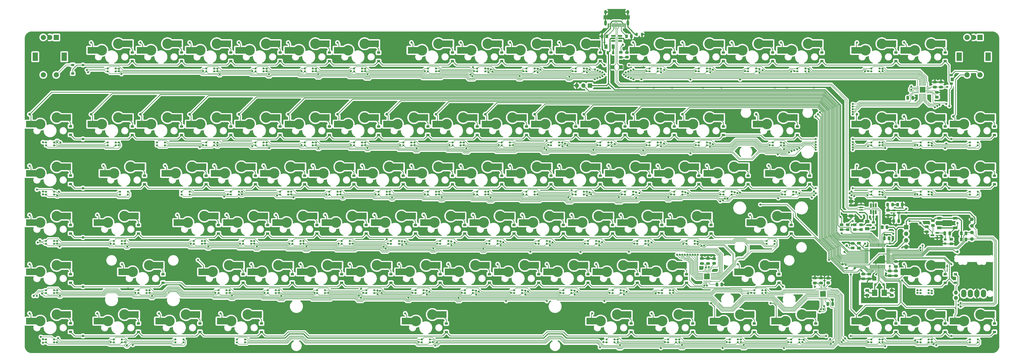
<source format=gbl>
%TF.GenerationSoftware,KiCad,Pcbnew,(6.0.0)*%
%TF.CreationDate,2022-03-07T18:24:06-05:00*%
%TF.ProjectId,keyboard0,6b657962-6f61-4726-9430-2e6b69636164,rev?*%
%TF.SameCoordinates,Original*%
%TF.FileFunction,Copper,L2,Bot*%
%TF.FilePolarity,Positive*%
%FSLAX46Y46*%
G04 Gerber Fmt 4.6, Leading zero omitted, Abs format (unit mm)*
G04 Created by KiCad (PCBNEW (6.0.0)) date 2022-03-07 18:24:06*
%MOMM*%
%LPD*%
G01*
G04 APERTURE LIST*
G04 Aperture macros list*
%AMRoundRect*
0 Rectangle with rounded corners*
0 $1 Rounding radius*
0 $2 $3 $4 $5 $6 $7 $8 $9 X,Y pos of 4 corners*
0 Add a 4 corners polygon primitive as box body*
4,1,4,$2,$3,$4,$5,$6,$7,$8,$9,$2,$3,0*
0 Add four circle primitives for the rounded corners*
1,1,$1+$1,$2,$3*
1,1,$1+$1,$4,$5*
1,1,$1+$1,$6,$7*
1,1,$1+$1,$8,$9*
0 Add four rect primitives between the rounded corners*
20,1,$1+$1,$2,$3,$4,$5,0*
20,1,$1+$1,$4,$5,$6,$7,0*
20,1,$1+$1,$6,$7,$8,$9,0*
20,1,$1+$1,$8,$9,$2,$3,0*%
G04 Aperture macros list end*
%TA.AperFunction,SMDPad,CuDef*%
%ADD10R,4.500000X2.500000*%
%TD*%
%TA.AperFunction,ComponentPad*%
%ADD11C,0.800000*%
%TD*%
%TA.AperFunction,ComponentPad*%
%ADD12C,4.000000*%
%TD*%
%TA.AperFunction,ComponentPad*%
%ADD13R,2.000000X2.000000*%
%TD*%
%TA.AperFunction,ComponentPad*%
%ADD14C,2.000000*%
%TD*%
%TA.AperFunction,ComponentPad*%
%ADD15R,2.000000X3.200000*%
%TD*%
%TA.AperFunction,ComponentPad*%
%ADD16C,1.397000*%
%TD*%
%TA.AperFunction,ComponentPad*%
%ADD17O,2.000000X3.000000*%
%TD*%
%TA.AperFunction,ComponentPad*%
%ADD18C,1.524000*%
%TD*%
%TA.AperFunction,ComponentPad*%
%ADD19O,1.524000X1.524000*%
%TD*%
%TA.AperFunction,SMDPad,CuDef*%
%ADD20R,1.200000X0.900000*%
%TD*%
%TA.AperFunction,SMDPad,CuDef*%
%ADD21RoundRect,0.250000X-0.262500X-0.450000X0.262500X-0.450000X0.262500X0.450000X-0.262500X0.450000X0*%
%TD*%
%TA.AperFunction,ComponentPad*%
%ADD22C,1.000000*%
%TD*%
%TA.AperFunction,SMDPad,CuDef*%
%ADD23R,1.500000X1.500000*%
%TD*%
%TA.AperFunction,SMDPad,CuDef*%
%ADD24RoundRect,0.218750X0.218750X0.381250X-0.218750X0.381250X-0.218750X-0.381250X0.218750X-0.381250X0*%
%TD*%
%TA.AperFunction,SMDPad,CuDef*%
%ADD25RoundRect,0.250000X0.475000X-0.250000X0.475000X0.250000X-0.475000X0.250000X-0.475000X-0.250000X0*%
%TD*%
%TA.AperFunction,SMDPad,CuDef*%
%ADD26RoundRect,0.250000X-0.475000X0.250000X-0.475000X-0.250000X0.475000X-0.250000X0.475000X0.250000X0*%
%TD*%
%TA.AperFunction,SMDPad,CuDef*%
%ADD27RoundRect,0.250000X0.250000X0.475000X-0.250000X0.475000X-0.250000X-0.475000X0.250000X-0.475000X0*%
%TD*%
%TA.AperFunction,SMDPad,CuDef*%
%ADD28RoundRect,0.243750X0.243750X0.456250X-0.243750X0.456250X-0.243750X-0.456250X0.243750X-0.456250X0*%
%TD*%
%TA.AperFunction,SMDPad,CuDef*%
%ADD29RoundRect,0.250000X-0.625000X0.375000X-0.625000X-0.375000X0.625000X-0.375000X0.625000X0.375000X0*%
%TD*%
%TA.AperFunction,SMDPad,CuDef*%
%ADD30RoundRect,0.218750X0.381250X-0.218750X0.381250X0.218750X-0.381250X0.218750X-0.381250X-0.218750X0*%
%TD*%
%TA.AperFunction,ComponentPad*%
%ADD31R,1.700000X1.700000*%
%TD*%
%TA.AperFunction,ComponentPad*%
%ADD32O,1.700000X1.700000*%
%TD*%
%TA.AperFunction,SMDPad,CuDef*%
%ADD33RoundRect,0.250000X-0.450000X0.262500X-0.450000X-0.262500X0.450000X-0.262500X0.450000X0.262500X0*%
%TD*%
%TA.AperFunction,SMDPad,CuDef*%
%ADD34RoundRect,0.250000X0.262500X0.450000X-0.262500X0.450000X-0.262500X-0.450000X0.262500X-0.450000X0*%
%TD*%
%TA.AperFunction,SMDPad,CuDef*%
%ADD35RoundRect,0.150000X-0.587500X-0.150000X0.587500X-0.150000X0.587500X0.150000X-0.587500X0.150000X0*%
%TD*%
%TA.AperFunction,SMDPad,CuDef*%
%ADD36RoundRect,0.075000X0.075000X-0.662500X0.075000X0.662500X-0.075000X0.662500X-0.075000X-0.662500X0*%
%TD*%
%TA.AperFunction,SMDPad,CuDef*%
%ADD37RoundRect,0.075000X0.662500X-0.075000X0.662500X0.075000X-0.662500X0.075000X-0.662500X-0.075000X0*%
%TD*%
%TA.AperFunction,SMDPad,CuDef*%
%ADD38R,2.000000X2.400000*%
%TD*%
%TA.AperFunction,SMDPad,CuDef*%
%ADD39R,1.560000X0.650000*%
%TD*%
%TA.AperFunction,SMDPad,CuDef*%
%ADD40RoundRect,0.243750X0.456250X-0.243750X0.456250X0.243750X-0.456250X0.243750X-0.456250X-0.243750X0*%
%TD*%
%TA.AperFunction,SMDPad,CuDef*%
%ADD41RoundRect,0.250000X-0.250000X-0.475000X0.250000X-0.475000X0.250000X0.475000X-0.250000X0.475000X0*%
%TD*%
%TA.AperFunction,SMDPad,CuDef*%
%ADD42RoundRect,0.050000X0.362500X0.050000X-0.362500X0.050000X-0.362500X-0.050000X0.362500X-0.050000X0*%
%TD*%
%TA.AperFunction,SMDPad,CuDef*%
%ADD43RoundRect,0.050000X0.050000X0.362500X-0.050000X0.362500X-0.050000X-0.362500X0.050000X-0.362500X0*%
%TD*%
%TA.AperFunction,SMDPad,CuDef*%
%ADD44R,2.300000X2.300000*%
%TD*%
%TA.AperFunction,SMDPad,CuDef*%
%ADD45RoundRect,0.150000X0.587500X0.150000X-0.587500X0.150000X-0.587500X-0.150000X0.587500X-0.150000X0*%
%TD*%
%TA.AperFunction,SMDPad,CuDef*%
%ADD46RoundRect,0.200000X-0.275000X0.200000X-0.275000X-0.200000X0.275000X-0.200000X0.275000X0.200000X0*%
%TD*%
%TA.AperFunction,SMDPad,CuDef*%
%ADD47R,1.800000X1.100000*%
%TD*%
%TA.AperFunction,SMDPad,CuDef*%
%ADD48RoundRect,0.050000X-0.050000X0.362500X-0.050000X-0.362500X0.050000X-0.362500X0.050000X0.362500X0*%
%TD*%
%TA.AperFunction,SMDPad,CuDef*%
%ADD49RoundRect,0.050000X-0.362500X0.050000X-0.362500X-0.050000X0.362500X-0.050000X0.362500X0.050000X0*%
%TD*%
%TA.AperFunction,SMDPad,CuDef*%
%ADD50R,0.800000X0.700000*%
%TD*%
%TA.AperFunction,SMDPad,CuDef*%
%ADD51R,1.550000X0.600000*%
%TD*%
%TA.AperFunction,SMDPad,CuDef*%
%ADD52R,1.800000X1.200000*%
%TD*%
%TA.AperFunction,SMDPad,CuDef*%
%ADD53RoundRect,0.250000X-0.375000X-0.625000X0.375000X-0.625000X0.375000X0.625000X-0.375000X0.625000X0*%
%TD*%
%TA.AperFunction,SMDPad,CuDef*%
%ADD54R,0.650000X1.560000*%
%TD*%
%TA.AperFunction,SMDPad,CuDef*%
%ADD55R,0.600000X1.450000*%
%TD*%
%TA.AperFunction,SMDPad,CuDef*%
%ADD56R,0.300000X1.450000*%
%TD*%
%TA.AperFunction,ComponentPad*%
%ADD57O,1.000000X2.100000*%
%TD*%
%TA.AperFunction,ComponentPad*%
%ADD58O,1.000000X1.600000*%
%TD*%
%TA.AperFunction,ViaPad*%
%ADD59C,0.800000*%
%TD*%
%TA.AperFunction,Conductor*%
%ADD60C,0.250000*%
%TD*%
%TA.AperFunction,Conductor*%
%ADD61C,0.200000*%
%TD*%
%TA.AperFunction,Conductor*%
%ADD62C,0.381000*%
%TD*%
G04 APERTURE END LIST*
D10*
%TO.P,MX52,1*%
%TO.N,COL1*%
X49267700Y-161755900D03*
D11*
X47462700Y-162517900D03*
X47462700Y-160993900D03*
D12*
X52542700Y-161755900D03*
D11*
%TO.P,MX52,2*%
%TO.N,Net-(KD52-Pad2)*%
X63972700Y-158453900D03*
X63972700Y-159977900D03*
D10*
X62194700Y-159215900D03*
D12*
X58892700Y-159215900D03*
%TD*%
D11*
%TO.P,MX2,1*%
%TO.N,COL3*%
X83179200Y-94323100D03*
D10*
X84984200Y-95085100D03*
D12*
X88259200Y-95085100D03*
D11*
X83179200Y-95847100D03*
D10*
%TO.P,MX2,2*%
%TO.N,Net-(KD2-Pad2)*%
X97911200Y-92545100D03*
D12*
X94609200Y-92545100D03*
D11*
X99689200Y-91783100D03*
X99689200Y-93307100D03*
%TD*%
D12*
%TO.P,MX15,1*%
%TO.N,COL0*%
X26350600Y-123658300D03*
D11*
X21270600Y-124420300D03*
X21270600Y-122896300D03*
D10*
X23075600Y-123658300D03*
D11*
%TO.P,MX15,2*%
%TO.N,Net-(KD15-Pad2)*%
X37780600Y-121880300D03*
D12*
X32700600Y-121118300D03*
D10*
X36002600Y-121118300D03*
D11*
X37780600Y-120356300D03*
%TD*%
D12*
%TO.P,MX33,1*%
%TO.N,COL0*%
X26350600Y-142707100D03*
D11*
X21270600Y-141945100D03*
D10*
X23075600Y-142707100D03*
D11*
X21270600Y-143469100D03*
D10*
%TO.P,MX33,2*%
%TO.N,Net-(KD33-Pad2)*%
X36002600Y-140167100D03*
D11*
X37780600Y-140929100D03*
X37780600Y-139405100D03*
D12*
X32700600Y-140167100D03*
%TD*%
D11*
%TO.P,MX51,1*%
%TO.N,COL0*%
X21270600Y-162517900D03*
D12*
X26350600Y-161755900D03*
D11*
X21270600Y-160993900D03*
D10*
X23075600Y-161755900D03*
%TO.P,MX51,2*%
%TO.N,Net-(KD51-Pad2)*%
X36002600Y-159215900D03*
D12*
X32700600Y-159215900D03*
D11*
X37780600Y-159977900D03*
X37780600Y-158453900D03*
%TD*%
D12*
%TO.P,MX65,1*%
%TO.N,COL0*%
X26350600Y-180804700D03*
D11*
X21270600Y-181566700D03*
D10*
X23075600Y-180804700D03*
D11*
X21270600Y-180042700D03*
%TO.P,MX65,2*%
%TO.N,Net-(KD65-Pad2)*%
X37780600Y-179026700D03*
D12*
X32700600Y-178264700D03*
D10*
X36002600Y-178264700D03*
D11*
X37780600Y-177502700D03*
%TD*%
%TO.P,MX1,1*%
%TO.N,COL1*%
X45081600Y-95847100D03*
D12*
X50161600Y-95085100D03*
D10*
X46886600Y-95085100D03*
D11*
X45081600Y-94323100D03*
D12*
%TO.P,MX1,2*%
%TO.N,Net-(KD1-Pad2)*%
X56511600Y-92545100D03*
D11*
X61591600Y-93307100D03*
X61591600Y-91783100D03*
D10*
X59813600Y-92545100D03*
%TD*%
D11*
%TO.P,MX16,1*%
%TO.N,COL1*%
X45081600Y-124420300D03*
D10*
X46886600Y-123658300D03*
D11*
X45081600Y-122896300D03*
D12*
X50161600Y-123658300D03*
D11*
%TO.P,MX16,2*%
%TO.N,Net-(KD16-Pad2)*%
X61591600Y-121880300D03*
D10*
X59813600Y-121118300D03*
D11*
X61591600Y-120356300D03*
D12*
X56511600Y-121118300D03*
%TD*%
D11*
%TO.P,MX34,1*%
%TO.N,COL1*%
X49843800Y-141945100D03*
X49843800Y-143469100D03*
D12*
X54923800Y-142707100D03*
D10*
X51648800Y-142707100D03*
D11*
%TO.P,MX34,2*%
%TO.N,Net-(KD34-Pad2)*%
X66353800Y-140929100D03*
D10*
X64575800Y-140167100D03*
D12*
X61273800Y-140167100D03*
D11*
X66353800Y-139405100D03*
%TD*%
D12*
%TO.P,MX79,1*%
%TO.N,COL0*%
X26350600Y-199853500D03*
D10*
X23075600Y-199853500D03*
D11*
X21270600Y-200615500D03*
X21270600Y-199091500D03*
%TO.P,MX79,2*%
%TO.N,Net-(KD79-Pad2)*%
X37780600Y-198075500D03*
D12*
X32700600Y-197313500D03*
D11*
X37780600Y-196551500D03*
D10*
X36002600Y-197313500D03*
%TD*%
D11*
%TO.P,MX18,1*%
%TO.N,COL3*%
X83179200Y-124420300D03*
D12*
X88259200Y-123658300D03*
D10*
X84984200Y-123658300D03*
D11*
X83179200Y-122896300D03*
%TO.P,MX18,2*%
%TO.N,Net-(KD18-Pad2)*%
X99689200Y-121880300D03*
X99689200Y-120356300D03*
D12*
X94609200Y-121118300D03*
D10*
X97911200Y-121118300D03*
%TD*%
D11*
%TO.P,MX36,1*%
%TO.N,COL3*%
X92703600Y-141945100D03*
D12*
X97783600Y-142707100D03*
D10*
X94508600Y-142707100D03*
D11*
X92703600Y-143469100D03*
D10*
%TO.P,MX36,2*%
%TO.N,Net-(KD36-Pad2)*%
X107435600Y-140167100D03*
D11*
X109213600Y-140929100D03*
X109213600Y-139405100D03*
D12*
X104133600Y-140167100D03*
%TD*%
%TO.P,MX54,1*%
%TO.N,COL3*%
X102545800Y-161755900D03*
D10*
X99270800Y-161755900D03*
D11*
X97465800Y-162517900D03*
X97465800Y-160993900D03*
D10*
%TO.P,MX54,2*%
%TO.N,Net-(KD54-Pad2)*%
X112197800Y-159215900D03*
D12*
X108895800Y-159215900D03*
D11*
X113975800Y-159977900D03*
X113975800Y-158453900D03*
%TD*%
%TO.P,MX67,1*%
%TO.N,COL2*%
X87941400Y-181566700D03*
D10*
X89746400Y-180804700D03*
D11*
X87941400Y-180042700D03*
D12*
X93021400Y-180804700D03*
%TO.P,MX67,2*%
%TO.N,Net-(KD67-Pad2)*%
X99371400Y-178264700D03*
D11*
X104451400Y-179026700D03*
X104451400Y-177502700D03*
D10*
X102673400Y-178264700D03*
%TD*%
D11*
%TO.P,MX82,1*%
%TO.N,COL3*%
X95084700Y-199091500D03*
D10*
X96889700Y-199853500D03*
D11*
X95084700Y-200615500D03*
D12*
X100164700Y-199853500D03*
D10*
%TO.P,MX82,2*%
%TO.N,Net-(KD82-Pad2)*%
X109816700Y-197313500D03*
D12*
X106514700Y-197313500D03*
D11*
X111594700Y-196551500D03*
X111594700Y-198075500D03*
%TD*%
D10*
%TO.P,MX17,1*%
%TO.N,COL2*%
X65935400Y-123658300D03*
D12*
X69210400Y-123658300D03*
D11*
X64130400Y-122896300D03*
X64130400Y-124420300D03*
D10*
%TO.P,MX17,2*%
%TO.N,Net-(KD17-Pad2)*%
X78862400Y-121118300D03*
D11*
X80640400Y-120356300D03*
X80640400Y-121880300D03*
D12*
X75560400Y-121118300D03*
%TD*%
D11*
%TO.P,MX35,1*%
%TO.N,COL2*%
X73654800Y-141945100D03*
X73654800Y-143469100D03*
D10*
X75459800Y-142707100D03*
D12*
X78734800Y-142707100D03*
D11*
%TO.P,MX35,2*%
%TO.N,Net-(KD35-Pad2)*%
X90164800Y-139405100D03*
D10*
X88386800Y-140167100D03*
D11*
X90164800Y-140929100D03*
D12*
X85084800Y-140167100D03*
%TD*%
D10*
%TO.P,MX53,1*%
%TO.N,COL2*%
X80163700Y-161755900D03*
D11*
X78358700Y-162517900D03*
D12*
X83438700Y-161755900D03*
D11*
X78358700Y-160993900D03*
%TO.P,MX53,2*%
%TO.N,Net-(KD53-Pad2)*%
X94868700Y-158453900D03*
D12*
X89788700Y-159215900D03*
D11*
X94868700Y-159977900D03*
D10*
X93090700Y-159215900D03*
%TD*%
D12*
%TO.P,MX66,1*%
%TO.N,COL1*%
X62067100Y-180804700D03*
D10*
X58792100Y-180804700D03*
D11*
X56987100Y-181566700D03*
X56987100Y-180042700D03*
%TO.P,MX66,2*%
%TO.N,Net-(KD66-Pad2)*%
X73497100Y-179026700D03*
X73497100Y-177502700D03*
D10*
X71719100Y-178264700D03*
D12*
X68417100Y-178264700D03*
%TD*%
%TO.P,MX81,1*%
%TO.N,COL2*%
X76353700Y-199853500D03*
D11*
X71273700Y-200615500D03*
D10*
X73078700Y-199853500D03*
D11*
X71273700Y-199091500D03*
%TO.P,MX81,2*%
%TO.N,Net-(KD81-Pad2)*%
X87783700Y-196551500D03*
D12*
X82703700Y-197313500D03*
D10*
X86005700Y-197313500D03*
D11*
X87783700Y-198075500D03*
%TD*%
D10*
%TO.P,MX3,1*%
%TO.N,COL4*%
X104033000Y-95085100D03*
D11*
X102228000Y-94323100D03*
D12*
X107308000Y-95085100D03*
D11*
X102228000Y-95847100D03*
%TO.P,MX3,2*%
%TO.N,Net-(KD3-Pad2)*%
X118738000Y-91783100D03*
D10*
X116960000Y-92545100D03*
D11*
X118738000Y-93307100D03*
D12*
X113658000Y-92545100D03*
%TD*%
D10*
%TO.P,MX37,1*%
%TO.N,COL4*%
X113557400Y-142707100D03*
D11*
X111752400Y-141945100D03*
X111752400Y-143469100D03*
D12*
X116832400Y-142707100D03*
%TO.P,MX37,2*%
%TO.N,Net-(KD37-Pad2)*%
X123182400Y-140167100D03*
D11*
X128262400Y-139405100D03*
D10*
X126484400Y-140167100D03*
D11*
X128262400Y-140929100D03*
%TD*%
D12*
%TO.P,MX55,1*%
%TO.N,COL4*%
X121594600Y-161755900D03*
D11*
X116514600Y-162517900D03*
D10*
X118319600Y-161755900D03*
D11*
X116514600Y-160993900D03*
D12*
%TO.P,MX55,2*%
%TO.N,Net-(KD55-Pad2)*%
X127944600Y-159215900D03*
D10*
X131246600Y-159215900D03*
D11*
X133024600Y-159977900D03*
X133024600Y-158453900D03*
%TD*%
%TO.P,MX68,1*%
%TO.N,COL3*%
X106990200Y-181566700D03*
D10*
X108795200Y-180804700D03*
D12*
X112070200Y-180804700D03*
D11*
X106990200Y-180042700D03*
%TO.P,MX68,2*%
%TO.N,Net-(KD68-Pad2)*%
X123500200Y-177502700D03*
D12*
X118420200Y-178264700D03*
D10*
X121722200Y-178264700D03*
D11*
X123500200Y-179026700D03*
%TD*%
%TO.P,MX70,1*%
%TO.N,COL5*%
X145087800Y-181566700D03*
D12*
X150167800Y-180804700D03*
D10*
X146892800Y-180804700D03*
D11*
X145087800Y-180042700D03*
D10*
%TO.P,MX70,2*%
%TO.N,Net-(KD70-Pad2)*%
X159819800Y-178264700D03*
D12*
X156517800Y-178264700D03*
D11*
X161597800Y-179026700D03*
X161597800Y-177502700D03*
%TD*%
D10*
%TO.P,MX4,1*%
%TO.N,COL5*%
X123081800Y-95085100D03*
D11*
X121276800Y-94323100D03*
D12*
X126356800Y-95085100D03*
D11*
X121276800Y-95847100D03*
D12*
%TO.P,MX4,2*%
%TO.N,Net-(KD4-Pad2)*%
X132706800Y-92545100D03*
D10*
X136008800Y-92545100D03*
D11*
X137786800Y-93307100D03*
X137786800Y-91783100D03*
%TD*%
D10*
%TO.P,MX20,1*%
%TO.N,COL5*%
X123081800Y-123658300D03*
D11*
X121276800Y-122896300D03*
D12*
X126356800Y-123658300D03*
D11*
X121276800Y-124420300D03*
%TO.P,MX20,2*%
%TO.N,Net-(KD20-Pad2)*%
X137786800Y-121880300D03*
D10*
X136008800Y-121118300D03*
D11*
X137786800Y-120356300D03*
D12*
X132706800Y-121118300D03*
%TD*%
D11*
%TO.P,MX38,1*%
%TO.N,COL5*%
X130801200Y-141945100D03*
D12*
X135881200Y-142707100D03*
D11*
X130801200Y-143469100D03*
D10*
X132606200Y-142707100D03*
D12*
%TO.P,MX38,2*%
%TO.N,Net-(KD38-Pad2)*%
X142231200Y-140167100D03*
D10*
X145533200Y-140167100D03*
D11*
X147311200Y-139405100D03*
X147311200Y-140929100D03*
%TD*%
D10*
%TO.P,MX56,1*%
%TO.N,COL5*%
X137368400Y-161755900D03*
D11*
X135563400Y-162517900D03*
D12*
X140643400Y-161755900D03*
D11*
X135563400Y-160993900D03*
%TO.P,MX56,2*%
%TO.N,Net-(KD56-Pad2)*%
X152073400Y-158453900D03*
D12*
X146993400Y-159215900D03*
D10*
X150295400Y-159215900D03*
D11*
X152073400Y-159977900D03*
%TD*%
D12*
%TO.P,MX69,1*%
%TO.N,COL4*%
X131119000Y-180804700D03*
D11*
X126039000Y-181566700D03*
X126039000Y-180042700D03*
D10*
X127844000Y-180804700D03*
D11*
%TO.P,MX69,2*%
%TO.N,Net-(KD69-Pad2)*%
X142549000Y-177502700D03*
D10*
X140771000Y-178264700D03*
D12*
X137469000Y-178264700D03*
D11*
X142549000Y-179026700D03*
%TD*%
D12*
%TO.P,MX5,1*%
%TO.N,COL6*%
X145405600Y-95085100D03*
D11*
X140325600Y-95847100D03*
X140325600Y-94323100D03*
D10*
X142130600Y-95085100D03*
D11*
%TO.P,MX5,2*%
%TO.N,Net-(KD5-Pad2)*%
X156835600Y-93307100D03*
D12*
X151755600Y-92545100D03*
D10*
X155057600Y-92545100D03*
D11*
X156835600Y-91783100D03*
%TD*%
%TO.P,MX39,1*%
%TO.N,COL6*%
X149850000Y-143469100D03*
D10*
X151655000Y-142707100D03*
D12*
X154930000Y-142707100D03*
D11*
X149850000Y-141945100D03*
%TO.P,MX39,2*%
%TO.N,Net-(KD39-Pad2)*%
X166360000Y-140929100D03*
D10*
X164582000Y-140167100D03*
D11*
X166360000Y-139405100D03*
D12*
X161280000Y-140167100D03*
%TD*%
D11*
%TO.P,MX57,1*%
%TO.N,COL6*%
X154612200Y-160993900D03*
D12*
X159692200Y-161755900D03*
D10*
X156417200Y-161755900D03*
D11*
X154612200Y-162517900D03*
%TO.P,MX57,2*%
%TO.N,Net-(KD57-Pad2)*%
X171122200Y-158453900D03*
D10*
X169344200Y-159215900D03*
D11*
X171122200Y-159977900D03*
D12*
X166042200Y-159215900D03*
%TD*%
D11*
%TO.P,MX71,1*%
%TO.N,COL6*%
X164136600Y-181566700D03*
D12*
X169216600Y-180804700D03*
D10*
X165941600Y-180804700D03*
D11*
X164136600Y-180042700D03*
D10*
%TO.P,MX71,2*%
%TO.N,Net-(KD71-Pad2)*%
X178868600Y-178264700D03*
D12*
X175566600Y-178264700D03*
D11*
X180646600Y-177502700D03*
X180646600Y-179026700D03*
%TD*%
D12*
%TO.P,MX83,1*%
%TO.N,COL6*%
X171597700Y-199853500D03*
D11*
X166517700Y-199091500D03*
D10*
X168322700Y-199853500D03*
D11*
X166517700Y-200615500D03*
%TO.P,MX83,2*%
%TO.N,Net-(KD83-Pad2)*%
X183027700Y-196551500D03*
D10*
X181249700Y-197313500D03*
D12*
X177947700Y-197313500D03*
D11*
X183027700Y-198075500D03*
%TD*%
D10*
%TO.P,MX22,1*%
%TO.N,COL7*%
X161179400Y-123658300D03*
D11*
X159374400Y-122896300D03*
D12*
X164454400Y-123658300D03*
D11*
X159374400Y-124420300D03*
%TO.P,MX22,2*%
%TO.N,Net-(KD22-Pad2)*%
X175884400Y-120356300D03*
D10*
X174106400Y-121118300D03*
D11*
X175884400Y-121880300D03*
D12*
X170804400Y-121118300D03*
%TD*%
D11*
%TO.P,MX40,1*%
%TO.N,COL7*%
X168898800Y-143469100D03*
D10*
X170703800Y-142707100D03*
D12*
X173978800Y-142707100D03*
D11*
X168898800Y-141945100D03*
%TO.P,MX40,2*%
%TO.N,Net-(KD40-Pad2)*%
X185408800Y-140929100D03*
D10*
X183630800Y-140167100D03*
D12*
X180328800Y-140167100D03*
D11*
X185408800Y-139405100D03*
%TD*%
%TO.P,MX58,1*%
%TO.N,COL7*%
X173661000Y-162517900D03*
X173661000Y-160993900D03*
D12*
X178741000Y-161755900D03*
D10*
X175466000Y-161755900D03*
D12*
%TO.P,MX58,2*%
%TO.N,Net-(KD58-Pad2)*%
X185091000Y-159215900D03*
D10*
X188393000Y-159215900D03*
D11*
X190171000Y-158453900D03*
X190171000Y-159977900D03*
%TD*%
D10*
%TO.P,MX72,1*%
%TO.N,COL7*%
X184990400Y-180804700D03*
D12*
X188265400Y-180804700D03*
D11*
X183185400Y-180042700D03*
X183185400Y-181566700D03*
D12*
%TO.P,MX72,2*%
%TO.N,Net-(KD72-Pad2)*%
X194615400Y-178264700D03*
D11*
X199695400Y-179026700D03*
D10*
X197917400Y-178264700D03*
D11*
X199695400Y-177502700D03*
%TD*%
%TO.P,MX7,1*%
%TO.N,COL8*%
X187947600Y-95847100D03*
D10*
X189752600Y-95085100D03*
D11*
X187947600Y-94323100D03*
D12*
X193027600Y-95085100D03*
D10*
%TO.P,MX7,2*%
%TO.N,Net-(KD7-Pad2)*%
X202679600Y-92545100D03*
D11*
X204457600Y-91783100D03*
X204457600Y-93307100D03*
D12*
X199377600Y-92545100D03*
%TD*%
D10*
%TO.P,MX23,1*%
%TO.N,COL8*%
X180228200Y-123658300D03*
D11*
X178423200Y-124420300D03*
D12*
X183503200Y-123658300D03*
D11*
X178423200Y-122896300D03*
%TO.P,MX23,2*%
%TO.N,Net-(KD23-Pad2)*%
X194933200Y-120356300D03*
D10*
X193155200Y-121118300D03*
D12*
X189853200Y-121118300D03*
D11*
X194933200Y-121880300D03*
%TD*%
%TO.P,MX41,1*%
%TO.N,COL8*%
X187947600Y-141945100D03*
D12*
X193027600Y-142707100D03*
D11*
X187947600Y-143469100D03*
D10*
X189752600Y-142707100D03*
%TO.P,MX41,2*%
%TO.N,Net-(KD41-Pad2)*%
X202679600Y-140167100D03*
D11*
X204457600Y-140929100D03*
D12*
X199377600Y-140167100D03*
D11*
X204457600Y-139405100D03*
%TD*%
D12*
%TO.P,MX59,1*%
%TO.N,COL8*%
X197789800Y-161755900D03*
D11*
X192709800Y-162517900D03*
D10*
X194514800Y-161755900D03*
D11*
X192709800Y-160993900D03*
D12*
%TO.P,MX59,2*%
%TO.N,Net-(KD59-Pad2)*%
X204139800Y-159215900D03*
D11*
X209219800Y-158453900D03*
X209219800Y-159977900D03*
D10*
X207441800Y-159215900D03*
%TD*%
%TO.P,MX73,1*%
%TO.N,COL8*%
X204039200Y-180804700D03*
D11*
X202234200Y-181566700D03*
X202234200Y-180042700D03*
D12*
X207314200Y-180804700D03*
D11*
%TO.P,MX73,2*%
%TO.N,Net-(KD73-Pad2)*%
X218744200Y-177502700D03*
D10*
X216966200Y-178264700D03*
D12*
X213664200Y-178264700D03*
D11*
X218744200Y-179026700D03*
%TD*%
D12*
%TO.P,MX8,1*%
%TO.N,COL9*%
X212076400Y-95085100D03*
D11*
X206996400Y-94323100D03*
D10*
X208801400Y-95085100D03*
D11*
X206996400Y-95847100D03*
%TO.P,MX8,2*%
%TO.N,Net-(KD8-Pad2)*%
X223506400Y-91783100D03*
D10*
X221728400Y-92545100D03*
D11*
X223506400Y-93307100D03*
D12*
X218426400Y-92545100D03*
%TD*%
%TO.P,MX24,1*%
%TO.N,COL9*%
X202552000Y-123658300D03*
D11*
X197472000Y-124420300D03*
X197472000Y-122896300D03*
D10*
X199277000Y-123658300D03*
D11*
%TO.P,MX24,2*%
%TO.N,Net-(KD24-Pad2)*%
X213982000Y-121880300D03*
D10*
X212204000Y-121118300D03*
D11*
X213982000Y-120356300D03*
D12*
X208902000Y-121118300D03*
%TD*%
%TO.P,MX42,1*%
%TO.N,COL9*%
X212076400Y-142707100D03*
D11*
X206996400Y-141945100D03*
D10*
X208801400Y-142707100D03*
D11*
X206996400Y-143469100D03*
D10*
%TO.P,MX42,2*%
%TO.N,Net-(KD42-Pad2)*%
X221728400Y-140167100D03*
D11*
X223506400Y-139405100D03*
X223506400Y-140929100D03*
D12*
X218426400Y-140167100D03*
%TD*%
D10*
%TO.P,MX60,1*%
%TO.N,COL9*%
X213563600Y-161755900D03*
D11*
X211758600Y-160993900D03*
X211758600Y-162517900D03*
D12*
X216838600Y-161755900D03*
D11*
%TO.P,MX60,2*%
%TO.N,Net-(KD60-Pad2)*%
X228268600Y-159977900D03*
D12*
X223188600Y-159215900D03*
D11*
X228268600Y-158453900D03*
D10*
X226490600Y-159215900D03*
%TD*%
D11*
%TO.P,MX74,1*%
%TO.N,COL9*%
X221283000Y-180042700D03*
D10*
X223088000Y-180804700D03*
D12*
X226363000Y-180804700D03*
D11*
X221283000Y-181566700D03*
D12*
%TO.P,MX74,2*%
%TO.N,Net-(KD74-Pad2)*%
X232713000Y-178264700D03*
D11*
X237793000Y-177502700D03*
D10*
X236015000Y-178264700D03*
D11*
X237793000Y-179026700D03*
%TD*%
%TO.P,MX9,1*%
%TO.N,COL10*%
X226045200Y-95847100D03*
X226045200Y-94323100D03*
D10*
X227850200Y-95085100D03*
D12*
X231125200Y-95085100D03*
%TO.P,MX9,2*%
%TO.N,Net-(KD9-Pad2)*%
X237475200Y-92545100D03*
D11*
X242555200Y-93307100D03*
D10*
X240777200Y-92545100D03*
D11*
X242555200Y-91783100D03*
%TD*%
%TO.P,MX25,1*%
%TO.N,COL10*%
X216520800Y-122896300D03*
D12*
X221600800Y-123658300D03*
D10*
X218325800Y-123658300D03*
D11*
X216520800Y-124420300D03*
%TO.P,MX25,2*%
%TO.N,Net-(KD25-Pad2)*%
X233030800Y-120356300D03*
D12*
X227950800Y-121118300D03*
D11*
X233030800Y-121880300D03*
D10*
X231252800Y-121118300D03*
%TD*%
D11*
%TO.P,MX43,1*%
%TO.N,COL10*%
X226045200Y-141945100D03*
D12*
X231125200Y-142707100D03*
D11*
X226045200Y-143469100D03*
D10*
X227850200Y-142707100D03*
D11*
%TO.P,MX43,2*%
%TO.N,Net-(KD43-Pad2)*%
X242555200Y-139405100D03*
D12*
X237475200Y-140167100D03*
D11*
X242555200Y-140929100D03*
D10*
X240777200Y-140167100D03*
%TD*%
%TO.P,MX61,1*%
%TO.N,COL10*%
X232612400Y-161755900D03*
D11*
X230807400Y-160993900D03*
X230807400Y-162517900D03*
D12*
X235887400Y-161755900D03*
D10*
%TO.P,MX61,2*%
%TO.N,Net-(KD61-Pad2)*%
X245539400Y-159215900D03*
D12*
X242237400Y-159215900D03*
D11*
X247317400Y-158453900D03*
X247317400Y-159977900D03*
%TD*%
%TO.P,MX75,1*%
%TO.N,COL10*%
X240331800Y-181566700D03*
X240331800Y-180042700D03*
D10*
X242136800Y-180804700D03*
D12*
X245411800Y-180804700D03*
D11*
%TO.P,MX75,2*%
%TO.N,Net-(KD75-Pad2)*%
X256841800Y-179026700D03*
D12*
X251761800Y-178264700D03*
D10*
X255063800Y-178264700D03*
D11*
X256841800Y-177502700D03*
%TD*%
%TO.P,MX84,1*%
%TO.N,COL10*%
X237950700Y-199091500D03*
D10*
X239755700Y-199853500D03*
D12*
X243030700Y-199853500D03*
D11*
X237950700Y-200615500D03*
D10*
%TO.P,MX84,2*%
%TO.N,Net-(KD84-Pad2)*%
X252682700Y-197313500D03*
D12*
X249380700Y-197313500D03*
D11*
X254460700Y-196551500D03*
X254460700Y-198075500D03*
%TD*%
%TO.P,MX10,1*%
%TO.N,COL11*%
X254618400Y-94323100D03*
D12*
X259698400Y-95085100D03*
D11*
X254618400Y-95847100D03*
D10*
X256423400Y-95085100D03*
D11*
%TO.P,MX10,2*%
%TO.N,Net-(KD10-Pad2)*%
X271128400Y-93307100D03*
D12*
X266048400Y-92545100D03*
D10*
X269350400Y-92545100D03*
D11*
X271128400Y-91783100D03*
%TD*%
D12*
%TO.P,MX26,1*%
%TO.N,COL11*%
X240649600Y-123658300D03*
D11*
X235569600Y-124420300D03*
D10*
X237374600Y-123658300D03*
D11*
X235569600Y-122896300D03*
D10*
%TO.P,MX26,2*%
%TO.N,Net-(KD26-Pad2)*%
X250301600Y-121118300D03*
D12*
X246999600Y-121118300D03*
D11*
X252079600Y-121880300D03*
X252079600Y-120356300D03*
%TD*%
%TO.P,MX44,1*%
%TO.N,COL11*%
X245094000Y-143469100D03*
D10*
X246899000Y-142707100D03*
D11*
X245094000Y-141945100D03*
D12*
X250174000Y-142707100D03*
D11*
%TO.P,MX44,2*%
%TO.N,Net-(KD44-Pad2)*%
X261604000Y-140929100D03*
X261604000Y-139405100D03*
D12*
X256524000Y-140167100D03*
D10*
X259826000Y-140167100D03*
%TD*%
%TO.P,MX62,1*%
%TO.N,COL11*%
X251661200Y-161755900D03*
D11*
X249856200Y-160993900D03*
D12*
X254936200Y-161755900D03*
D11*
X249856200Y-162517900D03*
%TO.P,MX62,2*%
%TO.N,Net-(KD62-Pad2)*%
X266366200Y-158453900D03*
D12*
X261286200Y-159215900D03*
D10*
X264588200Y-159215900D03*
D11*
X266366200Y-159977900D03*
%TD*%
D12*
%TO.P,MX76,1*%
%TO.N,COL11*%
X264460600Y-180804700D03*
D11*
X259380600Y-180042700D03*
D10*
X261185600Y-180804700D03*
D11*
X259380600Y-181566700D03*
%TO.P,MX76,2*%
%TO.N,Net-(KD76-Pad2)*%
X275890600Y-177502700D03*
D12*
X270810600Y-178264700D03*
D11*
X275890600Y-179026700D03*
D10*
X274112600Y-178264700D03*
%TD*%
D12*
%TO.P,MX11,1*%
%TO.N,COL12*%
X278747200Y-95085100D03*
D11*
X273667200Y-94323100D03*
X273667200Y-95847100D03*
D10*
X275472200Y-95085100D03*
D11*
%TO.P,MX11,2*%
%TO.N,Net-(KD11-Pad2)*%
X290177200Y-93307100D03*
D12*
X285097200Y-92545100D03*
D11*
X290177200Y-91783100D03*
D10*
X288399200Y-92545100D03*
%TD*%
%TO.P,MX27,1*%
%TO.N,COL12*%
X256423400Y-123658300D03*
D11*
X254618400Y-122896300D03*
X254618400Y-124420300D03*
D12*
X259698400Y-123658300D03*
D11*
%TO.P,MX27,2*%
%TO.N,Net-(KD27-Pad2)*%
X271128400Y-120356300D03*
D10*
X269350400Y-121118300D03*
D11*
X271128400Y-121880300D03*
D12*
X266048400Y-121118300D03*
%TD*%
D11*
%TO.P,MX45,1*%
%TO.N,COL12*%
X264142800Y-143469100D03*
X264142800Y-141945100D03*
D10*
X265947800Y-142707100D03*
D12*
X269222800Y-142707100D03*
D10*
%TO.P,MX45,2*%
%TO.N,Net-(KD45-Pad2)*%
X278874800Y-140167100D03*
D11*
X280652800Y-140929100D03*
D12*
X275572800Y-140167100D03*
D11*
X280652800Y-139405100D03*
%TD*%
%TO.P,MX63,1*%
%TO.N,COL12*%
X268905000Y-162517900D03*
D12*
X273985000Y-161755900D03*
D10*
X270710000Y-161755900D03*
D11*
X268905000Y-160993900D03*
D10*
%TO.P,MX63,2*%
%TO.N,Net-(KD63-Pad2)*%
X283637000Y-159215900D03*
D11*
X285415000Y-159977900D03*
X285415000Y-158453900D03*
D12*
X280335000Y-159215900D03*
%TD*%
D11*
%TO.P,MX85,1*%
%TO.N,COL11*%
X261761700Y-200615500D03*
D10*
X263566700Y-199853500D03*
D11*
X261761700Y-199091500D03*
D12*
X266841700Y-199853500D03*
D11*
%TO.P,MX85,2*%
%TO.N,Net-(KD85-Pad2)*%
X278271700Y-198075500D03*
X278271700Y-196551500D03*
D10*
X276493700Y-197313500D03*
D12*
X273191700Y-197313500D03*
%TD*%
D10*
%TO.P,MX86,1*%
%TO.N,COL13*%
X287377700Y-199853500D03*
D11*
X285572700Y-199091500D03*
D12*
X290652700Y-199853500D03*
D11*
X285572700Y-200615500D03*
D12*
%TO.P,MX86,2*%
%TO.N,Net-(KD86-Pad2)*%
X297002700Y-197313500D03*
D10*
X300304700Y-197313500D03*
D11*
X302082700Y-196551500D03*
X302082700Y-198075500D03*
%TD*%
%TO.P,MX12,1*%
%TO.N,COL13*%
X292716000Y-95847100D03*
X292716000Y-94323100D03*
D12*
X297796000Y-95085100D03*
D10*
X294521000Y-95085100D03*
%TO.P,MX12,2*%
%TO.N,Net-(KD12-Pad2)*%
X307448000Y-92545100D03*
D11*
X309226000Y-93307100D03*
X309226000Y-91783100D03*
D12*
X304146000Y-92545100D03*
%TD*%
D11*
%TO.P,MX28,1*%
%TO.N,COL13*%
X273667200Y-124420300D03*
X273667200Y-122896300D03*
D10*
X275472200Y-123658300D03*
D12*
X278747200Y-123658300D03*
D11*
%TO.P,MX28,2*%
%TO.N,Net-(KD28-Pad2)*%
X290177200Y-121880300D03*
D12*
X285097200Y-121118300D03*
D10*
X288399200Y-121118300D03*
D11*
X290177200Y-120356300D03*
%TD*%
%TO.P,MX46,1*%
%TO.N,COL13*%
X283191600Y-143469100D03*
X283191600Y-141945100D03*
D12*
X288271600Y-142707100D03*
D10*
X284996600Y-142707100D03*
D11*
%TO.P,MX46,2*%
%TO.N,Net-(KD46-Pad2)*%
X299701600Y-139405100D03*
D10*
X297923600Y-140167100D03*
D12*
X294621600Y-140167100D03*
D11*
X299701600Y-140929100D03*
%TD*%
D10*
%TO.P,MX87,1*%
%TO.N,COL14*%
X311188700Y-199853500D03*
D12*
X314463700Y-199853500D03*
D11*
X309383700Y-199091500D03*
X309383700Y-200615500D03*
%TO.P,MX87,2*%
%TO.N,Net-(KD87-Pad2)*%
X325893700Y-196551500D03*
D10*
X324115700Y-197313500D03*
D11*
X325893700Y-198075500D03*
D12*
X320813700Y-197313500D03*
%TD*%
D10*
%TO.P,MX13,1*%
%TO.N,COL14*%
X313569800Y-95085100D03*
D11*
X311764800Y-94323100D03*
X311764800Y-95847100D03*
D12*
X316844800Y-95085100D03*
D11*
%TO.P,MX13,2*%
%TO.N,Net-(KD13-Pad2)*%
X328274800Y-91783100D03*
D10*
X326496800Y-92545100D03*
D11*
X328274800Y-93307100D03*
D12*
X323194800Y-92545100D03*
%TD*%
D11*
%TO.P,MX29,1*%
%TO.N,COL14*%
X302240400Y-122896300D03*
X302240400Y-124420300D03*
D10*
X304045400Y-123658300D03*
D12*
X307320400Y-123658300D03*
D10*
%TO.P,MX29,2*%
%TO.N,Net-(KD29-Pad2)*%
X316972400Y-121118300D03*
D12*
X313670400Y-121118300D03*
D11*
X318750400Y-120356300D03*
X318750400Y-121880300D03*
%TD*%
%TO.P,MX47,1*%
%TO.N,COL14*%
X307002600Y-141945100D03*
D12*
X312082600Y-142707100D03*
D11*
X307002600Y-143469100D03*
D10*
X308807600Y-142707100D03*
D11*
%TO.P,MX47,2*%
%TO.N,Net-(KD47-Pad2)*%
X323512600Y-139405100D03*
D12*
X318432600Y-140167100D03*
D10*
X321734600Y-140167100D03*
D11*
X323512600Y-140929100D03*
%TD*%
D12*
%TO.P,MX64,1*%
%TO.N,COL14*%
X304939300Y-161755900D03*
D11*
X299859300Y-162517900D03*
X299859300Y-160993900D03*
D10*
X301664300Y-161755900D03*
D12*
%TO.P,MX64,2*%
%TO.N,Net-(KD64-Pad2)*%
X311289300Y-159215900D03*
D11*
X316369300Y-159977900D03*
D10*
X314591300Y-159215900D03*
D11*
X316369300Y-158453900D03*
%TD*%
D10*
%TO.P,MX77,1*%
%TO.N,COL14*%
X296892562Y-180803844D03*
D11*
X295087562Y-180041844D03*
X295087562Y-181565844D03*
D12*
X300167562Y-180803844D03*
D11*
%TO.P,MX77,2*%
%TO.N,Net-(KD77-Pad2)*%
X311597562Y-179025844D03*
X311597562Y-177501844D03*
D12*
X306517562Y-178263844D03*
D10*
X309819562Y-178263844D03*
%TD*%
%TO.P,MX88,1*%
%TO.N,COL15*%
X342143000Y-199853500D03*
D11*
X340338000Y-200615500D03*
X340338000Y-199091500D03*
D12*
X345418000Y-199853500D03*
D11*
%TO.P,MX88,2*%
%TO.N,Net-(KD88-Pad2)*%
X356848000Y-198075500D03*
D12*
X351768000Y-197313500D03*
D10*
X355070000Y-197313500D03*
D11*
X356848000Y-196551500D03*
%TD*%
D10*
%TO.P,MX30,1*%
%TO.N,COL15*%
X342143000Y-123658300D03*
D12*
X345418000Y-123658300D03*
D11*
X340338000Y-124420300D03*
X340338000Y-122896300D03*
D12*
%TO.P,MX30,2*%
%TO.N,Net-(KD30-Pad2)*%
X351768000Y-121118300D03*
D11*
X356848000Y-121880300D03*
D10*
X355070000Y-121118300D03*
D11*
X356848000Y-120356300D03*
%TD*%
%TO.P,MX48,1*%
%TO.N,COL15*%
X340338000Y-141945100D03*
D12*
X345418000Y-142707100D03*
D11*
X340338000Y-143469100D03*
D10*
X342143000Y-142707100D03*
D11*
%TO.P,MX48,2*%
%TO.N,Net-(KD48-Pad2)*%
X356848000Y-139405100D03*
D12*
X351768000Y-140167100D03*
D10*
X355070000Y-140167100D03*
D11*
X356848000Y-140929100D03*
%TD*%
D10*
%TO.P,MX31,1*%
%TO.N,COL16*%
X361191800Y-123658300D03*
D11*
X359386800Y-124420300D03*
D12*
X364466800Y-123658300D03*
D11*
X359386800Y-122896300D03*
%TO.P,MX31,2*%
%TO.N,Net-(KD31-Pad2)*%
X375896800Y-120356300D03*
X375896800Y-121880300D03*
D12*
X370816800Y-121118300D03*
D10*
X374118800Y-121118300D03*
%TD*%
D12*
%TO.P,MX49,1*%
%TO.N,COL16*%
X364466800Y-142707100D03*
D11*
X359386800Y-143469100D03*
X359386800Y-141945100D03*
D10*
X361191800Y-142707100D03*
D11*
%TO.P,MX49,2*%
%TO.N,Net-(KD49-Pad2)*%
X375896800Y-140929100D03*
X375896800Y-139405100D03*
D12*
X370816800Y-140167100D03*
D10*
X374118800Y-140167100D03*
%TD*%
D11*
%TO.P,MX78,1*%
%TO.N,COL16*%
X359386800Y-180042700D03*
D12*
X364466800Y-180804700D03*
D11*
X359386800Y-181566700D03*
D10*
X361191800Y-180804700D03*
D11*
%TO.P,MX78,2*%
%TO.N,Net-(KD78-Pad2)*%
X375896800Y-179026700D03*
D10*
X374118800Y-178264700D03*
D12*
X370816800Y-178264700D03*
D11*
X375896800Y-177502700D03*
%TD*%
%TO.P,MX89,1*%
%TO.N,COL16*%
X359386800Y-200615500D03*
D12*
X364466800Y-199853500D03*
D11*
X359386800Y-199091500D03*
D10*
X361191800Y-199853500D03*
D12*
%TO.P,MX89,2*%
%TO.N,Net-(KD89-Pad2)*%
X370816800Y-197313500D03*
D11*
X375896800Y-196551500D03*
D10*
X374118800Y-197313500D03*
D11*
X375896800Y-198075500D03*
%TD*%
D10*
%TO.P,MX50,1*%
%TO.N,COL17*%
X380240600Y-142707100D03*
D11*
X378435600Y-141945100D03*
D12*
X383515600Y-142707100D03*
D11*
X378435600Y-143469100D03*
D12*
%TO.P,MX50,2*%
%TO.N,Net-(KD50-Pad2)*%
X389865600Y-140167100D03*
D10*
X393167600Y-140167100D03*
D11*
X394945600Y-139405100D03*
X394945600Y-140929100D03*
%TD*%
D12*
%TO.P,MX90,1*%
%TO.N,COL17*%
X383515600Y-199853500D03*
D10*
X380240600Y-199853500D03*
D11*
X378435600Y-199091500D03*
X378435600Y-200615500D03*
D10*
%TO.P,MX90,2*%
%TO.N,Net-(KD90-Pad2)*%
X393167600Y-197313500D03*
D11*
X394945600Y-198075500D03*
X394945600Y-196551500D03*
D12*
X389865600Y-197313500D03*
%TD*%
D13*
%TO.P,ROT2,A,A*%
%TO.N,ENCODER_A*%
X389706700Y-90084950D03*
D14*
%TO.P,ROT2,B,B*%
%TO.N,ENCODER_B2*%
X384706700Y-90084950D03*
%TO.P,ROT2,C,C*%
%TO.N,GND*%
X387206700Y-90084950D03*
D15*
%TO.P,ROT2,MP*%
%TO.N,N/C*%
X381606700Y-97584950D03*
X392806700Y-97584950D03*
D14*
%TO.P,ROT2,S1,S1*%
%TO.N,COL17*%
X384706700Y-104584950D03*
%TO.P,ROT2,S2,S2*%
%TO.N,Net-(D4-Pad2)*%
X389706700Y-104584950D03*
%TD*%
D12*
%TO.P,MX6,1*%
%TO.N,COL7*%
X173978800Y-95085100D03*
D11*
X168898800Y-95847100D03*
X168898800Y-94323100D03*
D10*
X170703800Y-95085100D03*
%TO.P,MX6,2*%
%TO.N,Net-(KD6-Pad2)*%
X183630800Y-92545100D03*
D12*
X180328800Y-92545100D03*
D11*
X185408800Y-91783100D03*
X185408800Y-93307100D03*
%TD*%
%TO.P,MX21,1*%
%TO.N,COL6*%
X140325600Y-124420300D03*
X140325600Y-122896300D03*
D10*
X142130600Y-123658300D03*
D12*
X145405600Y-123658300D03*
D11*
%TO.P,MX21,2*%
%TO.N,Net-(KD21-Pad2)*%
X156835600Y-121880300D03*
D10*
X155057600Y-121118300D03*
D11*
X156835600Y-120356300D03*
D12*
X151755600Y-121118300D03*
%TD*%
D11*
%TO.P,MX32,1*%
%TO.N,COL17*%
X378435600Y-124420300D03*
D12*
X383515600Y-123658300D03*
D11*
X378435600Y-122896300D03*
D10*
X380240600Y-123658300D03*
D11*
%TO.P,MX32,2*%
%TO.N,Net-(KD32-Pad2)*%
X394945600Y-121880300D03*
X394945600Y-120356300D03*
D12*
X389865600Y-121118300D03*
D10*
X393167600Y-121118300D03*
%TD*%
D11*
%TO.P,MX19,1*%
%TO.N,COL4*%
X102228000Y-124420300D03*
D10*
X104033000Y-123658300D03*
D11*
X102228000Y-122896300D03*
D12*
X107308000Y-123658300D03*
%TO.P,MX19,2*%
%TO.N,Net-(KD19-Pad2)*%
X113658000Y-121118300D03*
D11*
X118738000Y-121880300D03*
X118738000Y-120356300D03*
D10*
X116960000Y-121118300D03*
%TD*%
D13*
%TO.P,ROT1,A,A*%
%TO.N,ENCODER_A*%
X32541700Y-90084950D03*
D14*
%TO.P,ROT1,B,B*%
%TO.N,ENCODER_B1*%
X27541700Y-90084950D03*
%TO.P,ROT1,C,C*%
%TO.N,GND*%
X30041700Y-90084950D03*
D15*
%TO.P,ROT1,MP*%
%TO.N,N/C*%
X24441700Y-97584950D03*
X35641700Y-97584950D03*
D14*
%TO.P,ROT1,S1,S1*%
%TO.N,COL0*%
X27541700Y-104584950D03*
%TO.P,ROT1,S2,S2*%
%TO.N,Net-(D3-Pad2)*%
X32541700Y-104584950D03*
%TD*%
D12*
%TO.P,MX14,1*%
%TO.N,COL15*%
X345418000Y-95085100D03*
D10*
X342143000Y-95085100D03*
D11*
X340338000Y-94323100D03*
X340338000Y-95847100D03*
D10*
%TO.P,MX14,2*%
%TO.N,Net-(KD14-Pad2)*%
X355070000Y-92545100D03*
D12*
X351768000Y-92545100D03*
D11*
X356848000Y-91783100D03*
X356848000Y-93307100D03*
%TD*%
D16*
%TO.P,OL1,1,SDA*%
%TO.N,SDA*%
X386531900Y-168105900D03*
%TO.P,OL1,2,SCL*%
%TO.N,SCL*%
X386531900Y-165565900D03*
%TO.P,OL1,3,VCC*%
%TO.N,+5V*%
X386531900Y-163025900D03*
%TO.P,OL1,4,GND*%
%TO.N,GND*%
X386531900Y-160485900D03*
%TD*%
D12*
%TO.P,MX80,1*%
%TO.N,COL1*%
X52542700Y-199853500D03*
D11*
X47462700Y-200615500D03*
D10*
X49267700Y-199853500D03*
D11*
X47462700Y-199091500D03*
D10*
%TO.P,MX80,2*%
%TO.N,Net-(KD80-Pad2)*%
X62194700Y-197313500D03*
D11*
X63972700Y-196551500D03*
X63972700Y-198075500D03*
D12*
X58892700Y-197313500D03*
%TD*%
D11*
%TO.P,MX1-1,1*%
%TO.N,COL2*%
X64130400Y-95847100D03*
X64130400Y-94323100D03*
D10*
X65935400Y-95085100D03*
D12*
X69210400Y-95085100D03*
D11*
%TO.P,MX1-1,2*%
%TO.N,Net-(KD1-1-Pad2)*%
X80640400Y-91783100D03*
X80640400Y-93307100D03*
D10*
X78862400Y-92545100D03*
D12*
X75560400Y-92545100D03*
%TD*%
D17*
%TO.P,ROT2-1,A,A*%
%TO.N,ENCODER_A*%
X383375600Y-189194700D03*
%TO.P,ROT2-1,B,B*%
%TO.N,ENCODER_B2*%
X385915600Y-189194700D03*
%TO.P,ROT2-1,C,C*%
%TO.N,GND*%
X388455600Y-189194700D03*
%TO.P,ROT2-1,NC*%
%TO.N,N/C*%
X390995600Y-189194700D03*
D18*
%TO.P,ROT2-1,S1,S1*%
%TO.N,COL17*%
X380375600Y-190844700D03*
D19*
%TO.P,ROT2-1,S2,S2*%
%TO.N,Net-(D6-Pad2)*%
X380375600Y-188844700D03*
%TD*%
D10*
%TO.P,MX14-1,1*%
%TO.N,COL16*%
X361191800Y-95085100D03*
D12*
X364466800Y-95085100D03*
D11*
X359386800Y-95847100D03*
X359386800Y-94323100D03*
%TO.P,MX14-1,2*%
%TO.N,Net-(KD14-1-Pad2)*%
X375896800Y-93307100D03*
D10*
X374118800Y-92545100D03*
D11*
X375896800Y-91783100D03*
D12*
X370816800Y-92545100D03*
%TD*%
D20*
%TO.P,KD15,1,K*%
%TO.N,ROW1*%
X38097600Y-127785700D03*
%TO.P,KD15,2,A*%
%TO.N,Net-(KD15-Pad2)*%
X38097600Y-124485700D03*
%TD*%
%TO.P,KD33,1,K*%
%TO.N,ROW2*%
X38097600Y-146834500D03*
%TO.P,KD33,2,A*%
%TO.N,Net-(KD33-Pad2)*%
X38097600Y-143534500D03*
%TD*%
%TO.P,KD51,1,K*%
%TO.N,ROW3*%
X38097600Y-165945900D03*
%TO.P,KD51,2,A*%
%TO.N,Net-(KD51-Pad2)*%
X38097600Y-162645900D03*
%TD*%
%TO.P,KD65,1,K*%
%TO.N,ROT2-1_ROW*%
X38097600Y-184994700D03*
%TO.P,KD65,2,A*%
%TO.N,Net-(KD65-Pad2)*%
X38097600Y-181694700D03*
%TD*%
%TO.P,KD80,1,K*%
%TO.N,ROW5*%
X64289700Y-204043500D03*
%TO.P,KD80,2,A*%
%TO.N,Net-(KD80-Pad2)*%
X64289700Y-200743500D03*
%TD*%
%TO.P,KD1,1,K*%
%TO.N,ROT1_ROW*%
X61908600Y-99275100D03*
%TO.P,KD1,2,A*%
%TO.N,Net-(KD1-Pad2)*%
X61908600Y-95975100D03*
%TD*%
%TO.P,KD16,1,K*%
%TO.N,ROW1*%
X61908600Y-127848300D03*
%TO.P,KD16,2,A*%
%TO.N,Net-(KD16-Pad2)*%
X61908600Y-124548300D03*
%TD*%
%TO.P,KD34,1,K*%
%TO.N,ROW2*%
X66670800Y-146897100D03*
%TO.P,KD34,2,A*%
%TO.N,Net-(KD34-Pad2)*%
X66670800Y-143597100D03*
%TD*%
%TO.P,KD52,1,K*%
%TO.N,ROW3*%
X64289700Y-165945900D03*
%TO.P,KD52,2,A*%
%TO.N,Net-(KD52-Pad2)*%
X64289700Y-162645900D03*
%TD*%
%TO.P,KD79,1,K*%
%TO.N,ROW5*%
X38097600Y-203980900D03*
%TO.P,KD79,2,A*%
%TO.N,Net-(KD79-Pad2)*%
X38097600Y-200680900D03*
%TD*%
%TO.P,KD2,1,K*%
%TO.N,ROT1_ROW*%
X100006200Y-99275100D03*
%TO.P,KD2,2,A*%
%TO.N,Net-(KD2-Pad2)*%
X100006200Y-95975100D03*
%TD*%
%TO.P,KD18,1,K*%
%TO.N,ROW1*%
X100006200Y-127848300D03*
%TO.P,KD18,2,A*%
%TO.N,Net-(KD18-Pad2)*%
X100006200Y-124548300D03*
%TD*%
%TO.P,KD36,1,K*%
%TO.N,ROW2*%
X109530600Y-146897100D03*
%TO.P,KD36,2,A*%
%TO.N,Net-(KD36-Pad2)*%
X109530600Y-143597100D03*
%TD*%
%TO.P,KD54,1,K*%
%TO.N,ROW3*%
X114292800Y-165945900D03*
%TO.P,KD54,2,A*%
%TO.N,Net-(KD54-Pad2)*%
X114292800Y-162645900D03*
%TD*%
%TO.P,KD67,1,K*%
%TO.N,ROT2-1_ROW*%
X104768400Y-184994700D03*
%TO.P,KD67,2,A*%
%TO.N,Net-(KD67-Pad2)*%
X104768400Y-181694700D03*
%TD*%
%TO.P,KD82,1,K*%
%TO.N,ROW5*%
X111911700Y-204043500D03*
%TO.P,KD82,2,A*%
%TO.N,Net-(KD82-Pad2)*%
X111911700Y-200743500D03*
%TD*%
%TO.P,KD17,1,K*%
%TO.N,ROW1*%
X80957400Y-127848300D03*
%TO.P,KD17,2,A*%
%TO.N,Net-(KD17-Pad2)*%
X80957400Y-124548300D03*
%TD*%
%TO.P,KD35,1,K*%
%TO.N,ROW2*%
X90481800Y-146897100D03*
%TO.P,KD35,2,A*%
%TO.N,Net-(KD35-Pad2)*%
X90481800Y-143597100D03*
%TD*%
%TO.P,KD53,1,K*%
%TO.N,ROW3*%
X95244000Y-165945900D03*
%TO.P,KD53,2,A*%
%TO.N,Net-(KD53-Pad2)*%
X95244000Y-162645900D03*
%TD*%
%TO.P,KD66,1,K*%
%TO.N,ROT2-1_ROW*%
X73814100Y-184994700D03*
%TO.P,KD66,2,A*%
%TO.N,Net-(KD66-Pad2)*%
X73814100Y-181694700D03*
%TD*%
%TO.P,KD81,1,K*%
%TO.N,ROW5*%
X88100700Y-204043500D03*
%TO.P,KD81,2,A*%
%TO.N,Net-(KD81-Pad2)*%
X88100700Y-200743500D03*
%TD*%
%TO.P,KD3,1,K*%
%TO.N,ROT1_ROW*%
X119055000Y-99275100D03*
%TO.P,KD3,2,A*%
%TO.N,Net-(KD3-Pad2)*%
X119055000Y-95975100D03*
%TD*%
%TO.P,KD19,1,K*%
%TO.N,ROW1*%
X119055000Y-127848300D03*
%TO.P,KD19,2,A*%
%TO.N,Net-(KD19-Pad2)*%
X119055000Y-124548300D03*
%TD*%
%TO.P,KD37,1,K*%
%TO.N,ROW2*%
X128579400Y-146897100D03*
%TO.P,KD37,2,A*%
%TO.N,Net-(KD37-Pad2)*%
X128579400Y-143597100D03*
%TD*%
%TO.P,KD55,1,K*%
%TO.N,ROW3*%
X133341600Y-165945900D03*
%TO.P,KD55,2,A*%
%TO.N,Net-(KD55-Pad2)*%
X133341600Y-162645900D03*
%TD*%
%TO.P,KD68,1,K*%
%TO.N,ROT2-1_ROW*%
X123817200Y-184994700D03*
%TO.P,KD68,2,A*%
%TO.N,Net-(KD68-Pad2)*%
X123817200Y-181694700D03*
%TD*%
%TO.P,KD70,1,K*%
%TO.N,ROT2-1_ROW*%
X161914800Y-184994700D03*
%TO.P,KD70,2,A*%
%TO.N,Net-(KD70-Pad2)*%
X161914800Y-181694700D03*
%TD*%
%TO.P,KD4,1,K*%
%TO.N,ROT1_ROW*%
X138103800Y-99275100D03*
%TO.P,KD4,2,A*%
%TO.N,Net-(KD4-Pad2)*%
X138103800Y-95975100D03*
%TD*%
%TO.P,KD20,1,K*%
%TO.N,ROW1*%
X138103800Y-127848300D03*
%TO.P,KD20,2,A*%
%TO.N,Net-(KD20-Pad2)*%
X138103800Y-124548300D03*
%TD*%
%TO.P,KD38,1,K*%
%TO.N,ROW2*%
X147628200Y-146897100D03*
%TO.P,KD38,2,A*%
%TO.N,Net-(KD38-Pad2)*%
X147628200Y-143597100D03*
%TD*%
%TO.P,KD56,1,K*%
%TO.N,ROW3*%
X152390400Y-165945900D03*
%TO.P,KD56,2,A*%
%TO.N,Net-(KD56-Pad2)*%
X152390400Y-162645900D03*
%TD*%
%TO.P,KD69,1,K*%
%TO.N,ROT2-1_ROW*%
X142866000Y-184994700D03*
%TO.P,KD69,2,A*%
%TO.N,Net-(KD69-Pad2)*%
X142866000Y-181694700D03*
%TD*%
%TO.P,KD5,1,K*%
%TO.N,ROT1_ROW*%
X157152600Y-99275100D03*
%TO.P,KD5,2,A*%
%TO.N,Net-(KD5-Pad2)*%
X157152600Y-95975100D03*
%TD*%
%TO.P,KD21,1,K*%
%TO.N,ROW1*%
X157152600Y-127848300D03*
%TO.P,KD21,2,A*%
%TO.N,Net-(KD21-Pad2)*%
X157152600Y-124548300D03*
%TD*%
%TO.P,KD39,1,K*%
%TO.N,ROW2*%
X166677000Y-146897100D03*
%TO.P,KD39,2,A*%
%TO.N,Net-(KD39-Pad2)*%
X166677000Y-143597100D03*
%TD*%
%TO.P,KD57,1,K*%
%TO.N,ROW3*%
X171439200Y-165945900D03*
%TO.P,KD57,2,A*%
%TO.N,Net-(KD57-Pad2)*%
X171439200Y-162645900D03*
%TD*%
%TO.P,KD71,1,K*%
%TO.N,ROT2-1_ROW*%
X180963600Y-184994700D03*
%TO.P,KD71,2,A*%
%TO.N,Net-(KD71-Pad2)*%
X180963600Y-181694700D03*
%TD*%
%TO.P,KD83,1,K*%
%TO.N,ROW5*%
X183344700Y-204043500D03*
%TO.P,KD83,2,A*%
%TO.N,Net-(KD83-Pad2)*%
X183344700Y-200743500D03*
%TD*%
%TO.P,KD6,1,K*%
%TO.N,ROT1_ROW*%
X185725800Y-99275100D03*
%TO.P,KD6,2,A*%
%TO.N,Net-(KD6-Pad2)*%
X185725800Y-95975100D03*
%TD*%
%TO.P,KD22,1,K*%
%TO.N,ROW1*%
X176201400Y-127848300D03*
%TO.P,KD22,2,A*%
%TO.N,Net-(KD22-Pad2)*%
X176201400Y-124548300D03*
%TD*%
%TO.P,KD40,1,K*%
%TO.N,ROW2*%
X185725800Y-146897100D03*
%TO.P,KD40,2,A*%
%TO.N,Net-(KD40-Pad2)*%
X185725800Y-143597100D03*
%TD*%
%TO.P,KD58,1,K*%
%TO.N,ROW3*%
X190488000Y-165945900D03*
%TO.P,KD58,2,A*%
%TO.N,Net-(KD58-Pad2)*%
X190488000Y-162645900D03*
%TD*%
%TO.P,KD72,1,K*%
%TO.N,ROT2-1_ROW*%
X200012400Y-184994700D03*
%TO.P,KD72,2,A*%
%TO.N,Net-(KD72-Pad2)*%
X200012400Y-181694700D03*
%TD*%
%TO.P,KD7,1,K*%
%TO.N,ROT1_ROW*%
X204774600Y-99275100D03*
%TO.P,KD7,2,A*%
%TO.N,Net-(KD7-Pad2)*%
X204774600Y-95975100D03*
%TD*%
%TO.P,KD23,1,K*%
%TO.N,ROW1*%
X195250200Y-127848300D03*
%TO.P,KD23,2,A*%
%TO.N,Net-(KD23-Pad2)*%
X195250200Y-124548300D03*
%TD*%
%TO.P,KD41,1,K*%
%TO.N,ROW2*%
X204774600Y-146897100D03*
%TO.P,KD41,2,A*%
%TO.N,Net-(KD41-Pad2)*%
X204774600Y-143597100D03*
%TD*%
%TO.P,KD59,1,K*%
%TO.N,ROW3*%
X209536800Y-165945900D03*
%TO.P,KD59,2,A*%
%TO.N,Net-(KD59-Pad2)*%
X209536800Y-162645900D03*
%TD*%
%TO.P,KD73,1,K*%
%TO.N,ROT2-1_ROW*%
X219061200Y-184994700D03*
%TO.P,KD73,2,A*%
%TO.N,Net-(KD73-Pad2)*%
X219061200Y-181694700D03*
%TD*%
%TO.P,KD8,1,K*%
%TO.N,ROT1_ROW*%
X223823400Y-99275100D03*
%TO.P,KD8,2,A*%
%TO.N,Net-(KD8-Pad2)*%
X223823400Y-95975100D03*
%TD*%
%TO.P,KD24,1,K*%
%TO.N,ROW1*%
X214299000Y-127848300D03*
%TO.P,KD24,2,A*%
%TO.N,Net-(KD24-Pad2)*%
X214299000Y-124548300D03*
%TD*%
%TO.P,KD42,1,K*%
%TO.N,ROW2*%
X223823400Y-146897100D03*
%TO.P,KD42,2,A*%
%TO.N,Net-(KD42-Pad2)*%
X223823400Y-143597100D03*
%TD*%
%TO.P,KD60,1,K*%
%TO.N,ROW3*%
X228585600Y-165945900D03*
%TO.P,KD60,2,A*%
%TO.N,Net-(KD60-Pad2)*%
X228585600Y-162645900D03*
%TD*%
%TO.P,KD74,1,K*%
%TO.N,ROT2-1_ROW*%
X238110000Y-184994700D03*
%TO.P,KD74,2,A*%
%TO.N,Net-(KD74-Pad2)*%
X238110000Y-181694700D03*
%TD*%
%TO.P,KD25,1,K*%
%TO.N,ROW1*%
X233347800Y-127848300D03*
%TO.P,KD25,2,A*%
%TO.N,Net-(KD25-Pad2)*%
X233347800Y-124548300D03*
%TD*%
%TO.P,KD43,1,K*%
%TO.N,ROW2*%
X242872200Y-146897100D03*
%TO.P,KD43,2,A*%
%TO.N,Net-(KD43-Pad2)*%
X242872200Y-143597100D03*
%TD*%
%TO.P,KD61,1,K*%
%TO.N,ROW3*%
X247634400Y-165945900D03*
%TO.P,KD61,2,A*%
%TO.N,Net-(KD61-Pad2)*%
X247634400Y-162645900D03*
%TD*%
%TO.P,KD75,1,K*%
%TO.N,ROT2-1_ROW*%
X257158800Y-184994700D03*
%TO.P,KD75,2,A*%
%TO.N,Net-(KD75-Pad2)*%
X257158800Y-181694700D03*
%TD*%
%TO.P,KD84,1,K*%
%TO.N,ROW5*%
X254777700Y-204043500D03*
%TO.P,KD84,2,A*%
%TO.N,Net-(KD84-Pad2)*%
X254777700Y-200743500D03*
%TD*%
%TO.P,KD10,1,K*%
%TO.N,ROT1_ROW*%
X271445400Y-99275100D03*
%TO.P,KD10,2,A*%
%TO.N,Net-(KD10-Pad2)*%
X271445400Y-95975100D03*
%TD*%
%TO.P,KD26,1,K*%
%TO.N,ROW1*%
X252396600Y-127848300D03*
%TO.P,KD26,2,A*%
%TO.N,Net-(KD26-Pad2)*%
X252396600Y-124548300D03*
%TD*%
%TO.P,KD44,1,K*%
%TO.N,ROW2*%
X261921000Y-146897100D03*
%TO.P,KD44,2,A*%
%TO.N,Net-(KD44-Pad2)*%
X261921000Y-143597100D03*
%TD*%
%TO.P,KD62,1,K*%
%TO.N,ROW3*%
X266683200Y-165945900D03*
%TO.P,KD62,2,A*%
%TO.N,Net-(KD62-Pad2)*%
X266683200Y-162645900D03*
%TD*%
%TO.P,KD11,1,K*%
%TO.N,ROT1_ROW*%
X290494200Y-99275100D03*
%TO.P,KD11,2,A*%
%TO.N,Net-(KD11-Pad2)*%
X290494200Y-95975100D03*
%TD*%
%TO.P,KD27,1,K*%
%TO.N,ROW1*%
X271445400Y-127848300D03*
%TO.P,KD27,2,A*%
%TO.N,Net-(KD27-Pad2)*%
X271445400Y-124548300D03*
%TD*%
%TO.P,KD45,1,K*%
%TO.N,ROW2*%
X280969800Y-146897100D03*
%TO.P,KD45,2,A*%
%TO.N,Net-(KD45-Pad2)*%
X280969800Y-143597100D03*
%TD*%
%TO.P,KD63,1,K*%
%TO.N,ROW3*%
X285732000Y-165945900D03*
%TO.P,KD63,2,A*%
%TO.N,Net-(KD63-Pad2)*%
X285732000Y-162645900D03*
%TD*%
%TO.P,KD85,1,K*%
%TO.N,ROW5*%
X278588700Y-204043500D03*
%TO.P,KD85,2,A*%
%TO.N,Net-(KD85-Pad2)*%
X278588700Y-200743500D03*
%TD*%
%TO.P,KD86,1,K*%
%TO.N,ROW5*%
X302399700Y-204043500D03*
%TO.P,KD86,2,A*%
%TO.N,Net-(KD86-Pad2)*%
X302399700Y-200743500D03*
%TD*%
%TO.P,KD12,1,K*%
%TO.N,ROT1_ROW*%
X309543000Y-99275100D03*
%TO.P,KD12,2,A*%
%TO.N,Net-(KD12-Pad2)*%
X309543000Y-95975100D03*
%TD*%
%TO.P,KD28,1,K*%
%TO.N,ROW1*%
X290494200Y-127848300D03*
%TO.P,KD28,2,A*%
%TO.N,Net-(KD28-Pad2)*%
X290494200Y-124548300D03*
%TD*%
%TO.P,KD46,1,K*%
%TO.N,ROW2*%
X300018600Y-146897100D03*
%TO.P,KD46,2,A*%
%TO.N,Net-(KD46-Pad2)*%
X300018600Y-143597100D03*
%TD*%
%TO.P,KD87,1,K*%
%TO.N,ROW5*%
X326210700Y-204043500D03*
%TO.P,KD87,2,A*%
%TO.N,Net-(KD87-Pad2)*%
X326210700Y-200743500D03*
%TD*%
%TO.P,KD13,1,K*%
%TO.N,ROT1_ROW*%
X328591800Y-99275100D03*
%TO.P,KD13,2,A*%
%TO.N,Net-(KD13-Pad2)*%
X328591800Y-95975100D03*
%TD*%
%TO.P,KD29,1,K*%
%TO.N,ROW1*%
X319067400Y-127848300D03*
%TO.P,KD29,2,A*%
%TO.N,Net-(KD29-Pad2)*%
X319067400Y-124548300D03*
%TD*%
%TO.P,KD47,1,K*%
%TO.N,ROW2*%
X323829600Y-146897100D03*
%TO.P,KD47,2,A*%
%TO.N,Net-(KD47-Pad2)*%
X323829600Y-143597100D03*
%TD*%
%TO.P,KD64,1,K*%
%TO.N,ROW3*%
X316686300Y-165945900D03*
%TO.P,KD64,2,A*%
%TO.N,Net-(KD64-Pad2)*%
X316686300Y-162645900D03*
%TD*%
%TO.P,KD77,1,K*%
%TO.N,ROT2-1_ROW*%
X311924100Y-184994700D03*
%TO.P,KD77,2,A*%
%TO.N,Net-(KD77-Pad2)*%
X311924100Y-181694700D03*
%TD*%
%TO.P,KD88,1,K*%
%TO.N,ROW5*%
X357165000Y-204043500D03*
%TO.P,KD88,2,A*%
%TO.N,Net-(KD88-Pad2)*%
X357165000Y-200743500D03*
%TD*%
%TO.P,KD14,1,K*%
%TO.N,ROT1_ROW*%
X357165000Y-99275100D03*
%TO.P,KD14,2,A*%
%TO.N,Net-(KD14-Pad2)*%
X357165000Y-95975100D03*
%TD*%
%TO.P,KD30,1,K*%
%TO.N,ROW1*%
X357165000Y-127848300D03*
%TO.P,KD30,2,A*%
%TO.N,Net-(KD30-Pad2)*%
X357165000Y-124548300D03*
%TD*%
%TO.P,KD48,1,K*%
%TO.N,ROW2*%
X357165000Y-146897100D03*
%TO.P,KD48,2,A*%
%TO.N,Net-(KD48-Pad2)*%
X357165000Y-143597100D03*
%TD*%
%TO.P,KD31,1,K*%
%TO.N,ROW1*%
X376213800Y-127848300D03*
%TO.P,KD31,2,A*%
%TO.N,Net-(KD31-Pad2)*%
X376213800Y-124548300D03*
%TD*%
%TO.P,KD49,1,K*%
%TO.N,ROW2*%
X376213800Y-146897100D03*
%TO.P,KD49,2,A*%
%TO.N,Net-(KD49-Pad2)*%
X376213800Y-143597100D03*
%TD*%
%TO.P,KD78,1,K*%
%TO.N,ROT2-1_ROW*%
X376213800Y-184994700D03*
%TO.P,KD78,2,A*%
%TO.N,Net-(KD78-Pad2)*%
X376213800Y-181694700D03*
%TD*%
%TO.P,KD89,1,K*%
%TO.N,ROW5*%
X376213800Y-204043500D03*
%TO.P,KD89,2,A*%
%TO.N,Net-(KD89-Pad2)*%
X376213800Y-200743500D03*
%TD*%
%TO.P,KD32,1,K*%
%TO.N,ROW1*%
X395262600Y-127848300D03*
%TO.P,KD32,2,A*%
%TO.N,Net-(KD32-Pad2)*%
X395262600Y-124548300D03*
%TD*%
%TO.P,KD50,1,K*%
%TO.N,ROW2*%
X395262600Y-146897100D03*
%TO.P,KD50,2,A*%
%TO.N,Net-(KD50-Pad2)*%
X395262600Y-143597100D03*
%TD*%
%TO.P,KD90,1,K*%
%TO.N,ROW5*%
X395262600Y-204043500D03*
%TO.P,KD90,2,A*%
%TO.N,Net-(KD90-Pad2)*%
X395262600Y-200743500D03*
%TD*%
%TO.P,D4,1,K*%
%TO.N,ROT1_ROW*%
X378594900Y-108005800D03*
%TO.P,D4,2,A*%
%TO.N,Net-(D4-Pad2)*%
X378594900Y-104705800D03*
%TD*%
%TO.P,D3,1,K*%
%TO.N,ROT1_ROW*%
X38891300Y-104037300D03*
%TO.P,D3,2,A*%
%TO.N,Net-(D3-Pad2)*%
X38891300Y-100737300D03*
%TD*%
D21*
%TO.P,R38,1*%
%TO.N,+3V3*%
X382444600Y-168264400D03*
%TO.P,R38,2*%
%TO.N,SDA*%
X384269600Y-168264400D03*
%TD*%
%TO.P,R39,1*%
%TO.N,+3V3*%
X382444600Y-165883300D03*
%TO.P,R39,2*%
%TO.N,SCL*%
X384269600Y-165883300D03*
%TD*%
D22*
%TO.P,COL12,1,1*%
%TO.N,COL12*%
X255571400Y-119848700D03*
%TD*%
%TO.P,COL13,1,1*%
%TO.N,COL13*%
X274620200Y-119848700D03*
%TD*%
%TO.P,COL3,1,1*%
%TO.N,COL3*%
X84132200Y-119848700D03*
%TD*%
%TO.P,COL0,1,1*%
%TO.N,COL0*%
X22223600Y-119848700D03*
%TD*%
%TO.P,ROW5,1,1*%
%TO.N,ROW5*%
X42859800Y-205568300D03*
%TD*%
%TO.P,ROW4,1,1*%
%TO.N,ROT2-1_ROW*%
X42859800Y-186519500D03*
%TD*%
%TO.P,ROW3,1,1*%
%TO.N,ROW3*%
X42859800Y-167470700D03*
%TD*%
%TO.P,ROW2,1,1*%
%TO.N,ROW2*%
X42859800Y-148421900D03*
%TD*%
%TO.P,ROW1,1,1*%
%TO.N,ROW1*%
X42859800Y-129373100D03*
%TD*%
%TO.P,ROW0,1,1*%
%TO.N,ROT1_ROW*%
X42859800Y-100799900D03*
%TD*%
%TO.P,COL16,1,1*%
%TO.N,COL16*%
X360339800Y-120642400D03*
%TD*%
%TO.P,COL17,1,1*%
%TO.N,COL17*%
X379388600Y-120642400D03*
%TD*%
%TO.P,COL4,1,1*%
%TO.N,COL4*%
X103181000Y-119848700D03*
%TD*%
%TO.P,COL5,1,1*%
%TO.N,COL5*%
X122229800Y-119848700D03*
%TD*%
%TO.P,COL6,1,1*%
%TO.N,COL6*%
X141278600Y-119848700D03*
%TD*%
%TO.P,COL7,1,1*%
%TO.N,COL7*%
X160327400Y-119848700D03*
%TD*%
%TO.P,COL8,1,1*%
%TO.N,COL8*%
X179376200Y-119848700D03*
%TD*%
%TO.P,COL9,1,1*%
%TO.N,COL9*%
X198425000Y-119848700D03*
%TD*%
%TO.P,COL10,1,1*%
%TO.N,COL10*%
X217473800Y-119848700D03*
%TD*%
%TO.P,COL11,1,1*%
%TO.N,COL11*%
X236522600Y-119848700D03*
%TD*%
%TO.P,COL14,1,1*%
%TO.N,COL14*%
X303193400Y-119848700D03*
%TD*%
%TO.P,COL2,1,1*%
%TO.N,COL2*%
X65083400Y-119848700D03*
%TD*%
%TO.P,COL1,1,1*%
%TO.N,COL1*%
X46034600Y-119848700D03*
%TD*%
D23*
%TO.P,D+1,1,1*%
%TO.N,D+*%
X250809200Y-101593600D03*
%TD*%
%TO.P,D-1,1,1*%
%TO.N,D-*%
X247634400Y-101593600D03*
%TD*%
D24*
%TO.P,FB5,1*%
%TO.N,GND*%
X259015000Y-88894400D03*
%TO.P,FB5,2*%
%TO.N,Earth*%
X256890000Y-88894400D03*
%TD*%
D22*
%TO.P,BOOT0,1,1*%
%TO.N,BOOT0*%
X380976000Y-173026600D03*
%TD*%
%TO.P,BOOT1,1,1*%
%TO.N,BOOT1*%
X338116200Y-170645500D03*
%TD*%
D25*
%TO.P,C3,1*%
%TO.N,KEYBOARD_XTAL1*%
X355577600Y-189850600D03*
%TO.P,C3,2*%
%TO.N,GND*%
X355577600Y-187950600D03*
%TD*%
D26*
%TO.P,C7,1*%
%TO.N,KEYBOARD_XTAL2*%
X346053200Y-187950600D03*
%TO.P,C7,2*%
%TO.N,GND*%
X346053200Y-189850600D03*
%TD*%
%TO.P,C18,1*%
%TO.N,+3V3*%
X357165000Y-180410450D03*
%TO.P,C18,2*%
%TO.N,GND*%
X357165000Y-182310450D03*
%TD*%
%TO.P,C19,1*%
%TO.N,+3V3*%
X342878400Y-169695500D03*
%TO.P,C19,2*%
%TO.N,GND*%
X342878400Y-171595500D03*
%TD*%
D27*
%TO.P,C20,1*%
%TO.N,+3V3*%
X354543350Y-167867550D03*
%TO.P,C20,2*%
%TO.N,GND*%
X352643350Y-167867550D03*
%TD*%
D25*
%TO.P,C23,1*%
%TO.N,GND*%
X346846900Y-183501000D03*
%TO.P,C23,2*%
%TO.N,+3V3*%
X346846900Y-181601000D03*
%TD*%
D26*
%TO.P,C24,1*%
%TO.N,+3V3*%
X344544600Y-181601000D03*
%TO.P,C24,2*%
%TO.N,GND*%
X344544600Y-183501000D03*
%TD*%
%TO.P,C44,1*%
%TO.N,+3V3*%
X354134000Y-156996300D03*
%TO.P,C44,2*%
%TO.N,GND*%
X354134000Y-158896300D03*
%TD*%
D28*
%TO.P,D11,1,K*%
%TO.N,Net-(D11-Pad1)*%
X355865200Y-154771500D03*
%TO.P,D11,2,A*%
%TO.N,+3V3*%
X353990200Y-154771500D03*
%TD*%
D22*
%TO.P,ENCB1,1,1*%
%TO.N,ENCODER_B1*%
X341291000Y-179376200D03*
%TD*%
D29*
%TO.P,F8,1*%
%TO.N,VCC*%
X346053200Y-161308500D03*
%TO.P,F8,2*%
%TO.N,Net-(F8-Pad2)*%
X346053200Y-164108500D03*
%TD*%
D30*
%TO.P,FB15,1*%
%TO.N,Net-(F8-Pad2)*%
X348434300Y-163771000D03*
%TO.P,FB15,2*%
%TO.N,+5V*%
X348434300Y-161646000D03*
%TD*%
D31*
%TO.P,J1,1,Pin_1*%
%TO.N,+3V3*%
X361133500Y-163502200D03*
D32*
%TO.P,J1,2,Pin_2*%
%TO.N,SWDIO*%
X361133500Y-166042200D03*
%TO.P,J1,3,Pin_3*%
%TO.N,SWCLK*%
X361133500Y-168582200D03*
%TO.P,J1,4,Pin_4*%
%TO.N,GND*%
X361133500Y-171122200D03*
%TD*%
D21*
%TO.P,R12,1*%
%TO.N,Net-(R12-Pad1)*%
X253071500Y-89688100D03*
%TO.P,R12,2*%
%TO.N,GND*%
X254896500Y-89688100D03*
%TD*%
D33*
%TO.P,R27,1*%
%TO.N,GND*%
X340497300Y-169733000D03*
%TO.P,R27,2*%
%TO.N,BOOT1*%
X340497300Y-171558000D03*
%TD*%
D34*
%TO.P,R58,1*%
%TO.N,+3V3*%
X353712150Y-163502200D03*
%TO.P,R58,2*%
%TO.N,D+*%
X351887150Y-163502200D03*
%TD*%
%TO.P,R64,1*%
%TO.N,GND*%
X359664900Y-154771500D03*
%TO.P,R64,2*%
%TO.N,Net-(D11-Pad1)*%
X357839900Y-154771500D03*
%TD*%
D35*
%TO.P,U12,1,GND*%
%TO.N,GND*%
X356371300Y-158896300D03*
%TO.P,U12,2,VO*%
%TO.N,+3V3*%
X356371300Y-156996300D03*
%TO.P,U12,3,VI*%
%TO.N,+5V*%
X358246300Y-157946300D03*
%TD*%
D22*
%TO.P,X1,1,1*%
%TO.N,KEYBOARD_XTAL1*%
X352402800Y-185725800D03*
%TD*%
%TO.P,X2,1,1*%
%TO.N,KEYBOARD_XTAL2*%
X349228000Y-185725800D03*
%TD*%
D36*
%TO.P,U14,1,VBAT*%
%TO.N,+3V3*%
X352771700Y-178776500D03*
%TO.P,U14,2,PC13*%
%TO.N,COL16*%
X352271700Y-178776500D03*
%TO.P,U14,3,PC14*%
%TO.N,COL17*%
X351771700Y-178776500D03*
%TO.P,U14,4,PC15*%
%TO.N,COL15*%
X351271700Y-178776500D03*
%TO.P,U14,5,PF0*%
%TO.N,KEYBOARD_XTAL1*%
X350771700Y-178776500D03*
%TO.P,U14,6,PF1*%
%TO.N,KEYBOARD_XTAL2*%
X350271700Y-178776500D03*
%TO.P,U14,7,NRST*%
%TO.N,KEYBOARD_RESET*%
X349771700Y-178776500D03*
%TO.P,U14,8,VSSA*%
%TO.N,GND*%
X349271700Y-178776500D03*
%TO.P,U14,9,VDDA*%
%TO.N,+3V3*%
X348771700Y-178776500D03*
%TO.P,U14,10,PA0*%
%TO.N,COL14*%
X348271700Y-178776500D03*
%TO.P,U14,11,PA1*%
%TO.N,ENCODER_B1*%
X347771700Y-178776500D03*
%TO.P,U14,12,PA2*%
%TO.N,ENCODER_A*%
X347271700Y-178776500D03*
D37*
%TO.P,U14,13,PA3*%
%TO.N,ENCODER_B2*%
X345859200Y-177364000D03*
%TO.P,U14,14,PA4*%
%TO.N,COL13*%
X345859200Y-176864000D03*
%TO.P,U14,15,PA5*%
%TO.N,COL12*%
X345859200Y-176364000D03*
%TO.P,U14,16,PA6*%
%TO.N,COL11*%
X345859200Y-175864000D03*
%TO.P,U14,17,PA7*%
%TO.N,COL10*%
X345859200Y-175364000D03*
%TO.P,U14,18,PB0*%
%TO.N,COL9*%
X345859200Y-174864000D03*
%TO.P,U14,19,PB1*%
%TO.N,COL8*%
X345859200Y-174364000D03*
%TO.P,U14,20,PB2*%
%TO.N,BOOT1*%
X345859200Y-173864000D03*
%TO.P,U14,21,PB10*%
%TO.N,COL7*%
X345859200Y-173364000D03*
%TO.P,U14,22,PB11*%
%TO.N,COL6*%
X345859200Y-172864000D03*
%TO.P,U14,23,VSS*%
%TO.N,GND*%
X345859200Y-172364000D03*
%TO.P,U14,24,VDD*%
%TO.N,+3V3*%
X345859200Y-171864000D03*
D36*
%TO.P,U14,25,PB12*%
%TO.N,COL5*%
X347271700Y-170451500D03*
%TO.P,U14,26,PB13*%
%TO.N,COL4*%
X347771700Y-170451500D03*
%TO.P,U14,27,PB14*%
%TO.N,COL3*%
X348271700Y-170451500D03*
%TO.P,U14,28,PB15*%
%TO.N,COL2*%
X348771700Y-170451500D03*
%TO.P,U14,29,PA8*%
%TO.N,COL1*%
X349271700Y-170451500D03*
%TO.P,U14,30,PA9*%
%TO.N,A9*%
X349771700Y-170451500D03*
%TO.P,U14,31,PA10*%
%TO.N,COL0*%
X350271700Y-170451500D03*
%TO.P,U14,32,PA11*%
%TO.N,D-*%
X350771700Y-170451500D03*
%TO.P,U14,33,PA12*%
%TO.N,D+*%
X351271700Y-170451500D03*
%TO.P,U14,34,PA13*%
%TO.N,SWDIO*%
X351771700Y-170451500D03*
%TO.P,U14,35,VSS*%
%TO.N,GND*%
X352271700Y-170451500D03*
%TO.P,U14,36,VDD*%
%TO.N,+3V3*%
X352771700Y-170451500D03*
D37*
%TO.P,U14,37,PA14*%
%TO.N,SWCLK*%
X354184200Y-171864000D03*
%TO.P,U14,38,PA15*%
%TO.N,ROT1_ROW*%
X354184200Y-172364000D03*
%TO.P,U14,39,PB3*%
%TO.N,ROW1*%
X354184200Y-172864000D03*
%TO.P,U14,40,PB4*%
%TO.N,ROW2*%
X354184200Y-173364000D03*
%TO.P,U14,41,PB5*%
%TO.N,ROW3*%
X354184200Y-173864000D03*
%TO.P,U14,42,PB6*%
%TO.N,SCL*%
X354184200Y-174364000D03*
%TO.P,U14,43,PB7*%
%TO.N,SDA*%
X354184200Y-174864000D03*
%TO.P,U14,44,BOOT0*%
%TO.N,BOOT0*%
X354184200Y-175364000D03*
%TO.P,U14,45,PB8*%
%TO.N,ROW5*%
X354184200Y-175864000D03*
%TO.P,U14,46,PB9*%
%TO.N,ROT2-1_ROW*%
X354184200Y-176364000D03*
%TO.P,U14,47,VSS*%
%TO.N,GND*%
X354184200Y-176864000D03*
%TO.P,U14,48,VDD*%
%TO.N,+3V3*%
X354184200Y-177364000D03*
%TD*%
D38*
%TO.P,Y2,1,1*%
%TO.N,KEYBOARD_XTAL1*%
X352665400Y-188900600D03*
%TO.P,Y2,2,2*%
%TO.N,KEYBOARD_XTAL2*%
X348965400Y-188900600D03*
%TD*%
D39*
%TO.P,U1,1,IO1*%
%TO.N,D+*%
X250571800Y-89531800D03*
%TO.P,U1,2,VN*%
%TO.N,GND*%
X250571800Y-90481800D03*
%TO.P,U1,3,IO2*%
%TO.N,unconnected-(U1-Pad3)*%
X250571800Y-91431800D03*
%TO.P,U1,4,IO3*%
%TO.N,unconnected-(U1-Pad4)*%
X247871800Y-91431800D03*
%TO.P,U1,5,VP*%
%TO.N,+5V*%
X247871800Y-90481800D03*
%TO.P,U1,6,IO4*%
%TO.N,D-*%
X247871800Y-89531800D03*
%TD*%
D27*
%TO.P,C43,1*%
%TO.N,+5V*%
X358258800Y-161121100D03*
%TO.P,C43,2*%
%TO.N,GND*%
X356358800Y-161121100D03*
%TD*%
D40*
%TO.P,D2,1,K*%
%TO.N,Net-(D2-Pad1)*%
X250809200Y-97768900D03*
%TO.P,D2,2,A*%
%TO.N,VBUS*%
X250809200Y-95893900D03*
%TD*%
D34*
%TO.P,R13,1*%
%TO.N,Net-(R13-Pad1)*%
X245372100Y-89688100D03*
%TO.P,R13,2*%
%TO.N,GND*%
X243547100Y-89688100D03*
%TD*%
D22*
%TO.P,ENCB2,1,1*%
%TO.N,ENCODER_B2*%
X336528800Y-177788800D03*
%TD*%
%TO.P,ENCA1,1,1*%
%TO.N,ENCODER_A*%
X338116200Y-179376200D03*
%TD*%
D41*
%TO.P,C2,1*%
%TO.N,Net-(C2-Pad1)*%
X376057500Y-165883300D03*
%TO.P,C2,2*%
%TO.N,BOOT0*%
X377957500Y-165883300D03*
%TD*%
D26*
%TO.P,C4,1*%
%TO.N,KEYBOARD_RESET*%
X369070500Y-163345900D03*
%TO.P,C4,2*%
%TO.N,GND*%
X369070500Y-165245900D03*
%TD*%
D25*
%TO.P,C5,1*%
%TO.N,+5V*%
X374626400Y-109290050D03*
%TO.P,C5,2*%
%TO.N,GND*%
X374626400Y-107390050D03*
%TD*%
%TO.P,C6,1*%
%TO.N,+5V*%
X372245300Y-109290050D03*
%TO.P,C6,2*%
%TO.N,GND*%
X372245300Y-107390050D03*
%TD*%
D42*
%TO.P,I1,1,CA9*%
%TO.N,1CA9*%
X369420600Y-109156900D03*
%TO.P,I1,2,VCC*%
%TO.N,+5V*%
X369420600Y-109556900D03*
%TO.P,I1,3,SDB*%
X369420600Y-109956900D03*
%TO.P,I1,4,INTB*%
%TO.N,unconnected-(I1-Pad4)*%
X369420600Y-110356900D03*
%TO.P,I1,5,GND*%
%TO.N,GND*%
X369420600Y-110756900D03*
%TO.P,I1,6,R_EXT*%
%TO.N,Net-(I1-Pad6)*%
X369420600Y-111156900D03*
%TO.P,I1,7,CB1*%
%TO.N,1CB1*%
X369420600Y-111556900D03*
D43*
%TO.P,I1,8,CB2*%
%TO.N,1CB2*%
X368683100Y-112294400D03*
%TO.P,I1,9,CB3*%
%TO.N,1CB3*%
X368283100Y-112294400D03*
%TO.P,I1,10,CB4*%
%TO.N,1CB4*%
X367883100Y-112294400D03*
%TO.P,I1,11,CB5*%
%TO.N,1CB5*%
X367483100Y-112294400D03*
%TO.P,I1,12,CB6*%
%TO.N,1CB6*%
X367083100Y-112294400D03*
%TO.P,I1,13,CB7*%
%TO.N,1CB7*%
X366683100Y-112294400D03*
%TO.P,I1,14,CB8*%
%TO.N,1CB8*%
X366283100Y-112294400D03*
D42*
%TO.P,I1,15,CB9*%
%TO.N,1CB9*%
X365545600Y-111556900D03*
%TO.P,I1,16,C_FILT*%
%TO.N,Net-(C1-Pad1)*%
X365545600Y-111156900D03*
%TO.P,I1,17,IN*%
%TO.N,unconnected-(I1-Pad17)*%
X365545600Y-110756900D03*
%TO.P,I1,18,AD*%
%TO.N,SCL*%
X365545600Y-110356900D03*
%TO.P,I1,19,SDA*%
%TO.N,SDA*%
X365545600Y-109956900D03*
%TO.P,I1,20,SCL*%
%TO.N,SCL*%
X365545600Y-109556900D03*
%TO.P,I1,21,CA1*%
%TO.N,1CA1*%
X365545600Y-109156900D03*
D43*
%TO.P,I1,22,CA2*%
%TO.N,1CA2*%
X366283100Y-108419400D03*
%TO.P,I1,23,CA3*%
%TO.N,1CA3*%
X366683100Y-108419400D03*
%TO.P,I1,24,CA4*%
%TO.N,1CA4*%
X367083100Y-108419400D03*
%TO.P,I1,25,CA5*%
%TO.N,1CA5*%
X367483100Y-108419400D03*
%TO.P,I1,26,CA6*%
%TO.N,1CA6*%
X367883100Y-108419400D03*
%TO.P,I1,27,CA7*%
%TO.N,1CA7*%
X368283100Y-108419400D03*
%TO.P,I1,28,CA8*%
%TO.N,1CA8*%
X368683100Y-108419400D03*
D44*
%TO.P,I1,29,Thermal*%
%TO.N,GND*%
X367483100Y-110356900D03*
%TD*%
D45*
%TO.P,Q1,1,G*%
%TO.N,Net-(C2-Pad1)*%
X373182800Y-165727000D03*
%TO.P,Q1,2,S*%
%TO.N,GND*%
X373182800Y-167627000D03*
%TO.P,Q1,3,D*%
%TO.N,KEYBOARD_RESET*%
X371307800Y-166677000D03*
%TD*%
D33*
%TO.P,R5,1*%
%TO.N,+3V3*%
X371451600Y-161002300D03*
%TO.P,R5,2*%
%TO.N,KEYBOARD_RESET*%
X371451600Y-162827300D03*
%TD*%
%TO.P,R6,1*%
%TO.N,BOOT0*%
X378594900Y-168145600D03*
%TO.P,R6,2*%
%TO.N,GND*%
X378594900Y-169970600D03*
%TD*%
D46*
%TO.P,R7,1*%
%TO.N,Net-(C2-Pad1)*%
X376213800Y-168233100D03*
%TO.P,R7,2*%
%TO.N,GND*%
X376213800Y-169883100D03*
%TD*%
D33*
%TO.P,R11,1*%
%TO.N,GND*%
X373039000Y-111396050D03*
%TO.P,R11,2*%
%TO.N,Net-(I1-Pad6)*%
X373039000Y-113221050D03*
%TD*%
D47*
%TO.P,SW1,1,1*%
%TO.N,BOOT0*%
X373907500Y-163764800D03*
X380107500Y-163764800D03*
%TO.P,SW1,2,2*%
%TO.N,+3V3*%
X373907500Y-160064800D03*
X380107500Y-160064800D03*
%TD*%
D25*
%TO.P,C10,1*%
%TO.N,+5V*%
X284541450Y-177548250D03*
%TO.P,C10,2*%
%TO.N,GND*%
X284541450Y-175648250D03*
%TD*%
%TO.P,C11,1*%
%TO.N,+5V*%
X282160350Y-177548250D03*
%TO.P,C11,2*%
%TO.N,GND*%
X282160350Y-175648250D03*
%TD*%
D48*
%TO.P,I2,1,CA9*%
%TO.N,2CA9*%
X282944600Y-180613500D03*
%TO.P,I2,2,VCC*%
%TO.N,+5V*%
X283344600Y-180613500D03*
%TO.P,I2,3,SDB*%
X283744600Y-180613500D03*
%TO.P,I2,4,INTB*%
%TO.N,unconnected-(I2-Pad4)*%
X284144600Y-180613500D03*
%TO.P,I2,5,GND*%
%TO.N,GND*%
X284544600Y-180613500D03*
%TO.P,I2,6,R_EXT*%
%TO.N,Net-(I2-Pad6)*%
X284944600Y-180613500D03*
%TO.P,I2,7,CB1*%
%TO.N,2CB1*%
X285344600Y-180613500D03*
D49*
%TO.P,I2,8,CB2*%
%TO.N,2CB2*%
X286082100Y-181351000D03*
%TO.P,I2,9,CB3*%
%TO.N,2CB3*%
X286082100Y-181751000D03*
%TO.P,I2,10,CB4*%
%TO.N,2CB4*%
X286082100Y-182151000D03*
%TO.P,I2,11,CB5*%
%TO.N,2CB5*%
X286082100Y-182551000D03*
%TO.P,I2,12,CB6*%
%TO.N,2CB6*%
X286082100Y-182951000D03*
%TO.P,I2,13,CB7*%
%TO.N,2CB7*%
X286082100Y-183351000D03*
%TO.P,I2,14,CB8*%
%TO.N,2CB8*%
X286082100Y-183751000D03*
D48*
%TO.P,I2,15,CB9*%
%TO.N,2CB9*%
X285344600Y-184488500D03*
%TO.P,I2,16,C_FILT*%
%TO.N,Net-(C8-Pad1)*%
X284944600Y-184488500D03*
%TO.P,I2,17,IN*%
%TO.N,unconnected-(I2-Pad17)*%
X284544600Y-184488500D03*
%TO.P,I2,18,AD*%
%TO.N,SDA*%
X284144600Y-184488500D03*
%TO.P,I2,19,SDA*%
X283744600Y-184488500D03*
%TO.P,I2,20,SCL*%
%TO.N,SCL*%
X283344600Y-184488500D03*
%TO.P,I2,21,CA1*%
%TO.N,2CA1*%
X282944600Y-184488500D03*
D49*
%TO.P,I2,22,CA2*%
%TO.N,2CA2*%
X282207100Y-183751000D03*
%TO.P,I2,23,CA3*%
%TO.N,2CA3*%
X282207100Y-183351000D03*
%TO.P,I2,24,CA4*%
%TO.N,2CA4*%
X282207100Y-182951000D03*
%TO.P,I2,25,CA5*%
%TO.N,2CA5*%
X282207100Y-182551000D03*
%TO.P,I2,26,CA6*%
%TO.N,2CA6*%
X282207100Y-182151000D03*
%TO.P,I2,27,CA7*%
%TO.N,2CA7*%
X282207100Y-181751000D03*
%TO.P,I2,28,CA8*%
%TO.N,2CA8*%
X282207100Y-181351000D03*
D44*
%TO.P,I2,29,Thermal*%
%TO.N,GND*%
X284144600Y-182551000D03*
%TD*%
D50*
%TO.P,LED1,1,A*%
%TO.N,1CA2*%
X31710600Y-130723300D03*
%TO.P,LED1,2,BK*%
%TO.N,1CA4*%
X31710600Y-131823300D03*
%TO.P,LED1,3,GK*%
%TO.N,1CA3*%
X28610600Y-131823300D03*
%TO.P,LED1,4,RK*%
%TO.N,1CA1*%
X28610600Y-130723300D03*
%TD*%
D51*
%TO.P,J2,1,Pin_1*%
%TO.N,VCC*%
X343684900Y-157858900D03*
%TO.P,J2,2,Pin_2*%
%TO.N,D-*%
X343684900Y-156858900D03*
%TO.P,J2,3,Pin_3*%
%TO.N,D+*%
X343684900Y-155858900D03*
%TO.P,J2,4,Pin_4*%
%TO.N,GND*%
X343684900Y-154858900D03*
D52*
%TO.P,J2,MP,MountPin*%
X339809900Y-153558900D03*
X339809900Y-159158900D03*
%TD*%
D20*
%TO.P,KD76,1,K*%
%TO.N,ROT2-1_ROW*%
X276207600Y-184994700D03*
%TO.P,KD76,2,A*%
%TO.N,Net-(KD76-Pad2)*%
X276207600Y-181694700D03*
%TD*%
D50*
%TO.P,LED32,1,A*%
%TO.N,1CB8*%
X74570400Y-130723300D03*
%TO.P,LED32,2,BK*%
%TO.N,1CB6*%
X74570400Y-131823300D03*
%TO.P,LED32,3,GK*%
%TO.N,1CB7*%
X71470400Y-131823300D03*
%TO.P,LED32,4,RK*%
%TO.N,1CB9*%
X71470400Y-130723300D03*
%TD*%
%TO.P,LED18,1,A*%
%TO.N,1CB3*%
X369826800Y-130723300D03*
%TO.P,LED18,2,BK*%
%TO.N,1CB4*%
X369826800Y-131823300D03*
%TO.P,LED18,3,GK*%
%TO.N,1CB2*%
X366726800Y-131823300D03*
%TO.P,LED18,4,RK*%
%TO.N,1CB1*%
X366726800Y-130723300D03*
%TD*%
%TO.P,LED31,1,A*%
%TO.N,1CB7*%
X93619200Y-130723300D03*
%TO.P,LED31,2,BK*%
%TO.N,1CB6*%
X93619200Y-131823300D03*
%TO.P,LED31,3,GK*%
%TO.N,1CB8*%
X90519200Y-131823300D03*
%TO.P,LED31,4,RK*%
%TO.N,1CB9*%
X90519200Y-130723300D03*
%TD*%
%TO.P,LED30,1,A*%
%TO.N,1CB6*%
X112668000Y-130723300D03*
%TO.P,LED30,2,BK*%
%TO.N,1CB7*%
X112668000Y-131823300D03*
%TO.P,LED30,3,GK*%
%TO.N,1CB8*%
X109568000Y-131823300D03*
%TO.P,LED30,4,RK*%
%TO.N,1CB9*%
X109568000Y-130723300D03*
%TD*%
%TO.P,LED29,1,A*%
%TO.N,1CB5*%
X131716800Y-130723300D03*
%TO.P,LED29,2,BK*%
%TO.N,1CB7*%
X131716800Y-131823300D03*
%TO.P,LED29,3,GK*%
%TO.N,1CB8*%
X128616800Y-131823300D03*
%TO.P,LED29,4,RK*%
%TO.N,1CB9*%
X128616800Y-130723300D03*
%TD*%
%TO.P,LED24,1,A*%
%TO.N,1CB9*%
X226960800Y-130723300D03*
%TO.P,LED24,2,BK*%
%TO.N,1CB3*%
X226960800Y-131823300D03*
%TO.P,LED24,3,GK*%
%TO.N,1CB2*%
X223860800Y-131823300D03*
%TO.P,LED24,4,RK*%
%TO.N,1CB1*%
X223860800Y-130723300D03*
%TD*%
%TO.P,LED28,1,A*%
%TO.N,1CB4*%
X150765600Y-130723300D03*
%TO.P,LED28,2,BK*%
%TO.N,1CB7*%
X150765600Y-131823300D03*
%TO.P,LED28,3,GK*%
%TO.N,1CB8*%
X147665600Y-131823300D03*
%TO.P,LED28,4,RK*%
%TO.N,1CB9*%
X147665600Y-130723300D03*
%TD*%
%TO.P,LED27,1,A*%
%TO.N,1CB3*%
X169814400Y-130723300D03*
%TO.P,LED27,2,BK*%
%TO.N,1CB7*%
X169814400Y-131823300D03*
%TO.P,LED27,3,GK*%
%TO.N,1CB8*%
X166714400Y-131823300D03*
%TO.P,LED27,4,RK*%
%TO.N,1CB9*%
X166714400Y-130723300D03*
%TD*%
%TO.P,LED26,1,A*%
%TO.N,1CB2*%
X188863200Y-130723300D03*
%TO.P,LED26,2,BK*%
%TO.N,1CB7*%
X188863200Y-131823300D03*
%TO.P,LED26,3,GK*%
%TO.N,1CB8*%
X185763200Y-131823300D03*
%TO.P,LED26,4,RK*%
%TO.N,1CB9*%
X185763200Y-130723300D03*
%TD*%
%TO.P,LED25,1,A*%
%TO.N,1CB1*%
X207912000Y-130723300D03*
%TO.P,LED25,2,BK*%
%TO.N,1CB7*%
X207912000Y-131823300D03*
%TO.P,LED25,3,GK*%
%TO.N,1CB8*%
X204812000Y-131823300D03*
%TO.P,LED25,4,RK*%
%TO.N,1CB9*%
X204812000Y-130723300D03*
%TD*%
%TO.P,LED23,1,A*%
%TO.N,1CB8*%
X246009600Y-130723300D03*
%TO.P,LED23,2,BK*%
%TO.N,1CB3*%
X246009600Y-131823300D03*
%TO.P,LED23,3,GK*%
%TO.N,1CB2*%
X242909600Y-131823300D03*
%TO.P,LED23,4,RK*%
%TO.N,1CB1*%
X242909600Y-130723300D03*
%TD*%
%TO.P,LED22,1,A*%
%TO.N,1CB7*%
X265058400Y-130723300D03*
%TO.P,LED22,2,BK*%
%TO.N,1CB3*%
X265058400Y-131823300D03*
%TO.P,LED22,3,GK*%
%TO.N,1CB2*%
X261958400Y-131823300D03*
%TO.P,LED22,4,RK*%
%TO.N,1CB1*%
X261958400Y-130723300D03*
%TD*%
%TO.P,LED20,1,A*%
%TO.N,1CB5*%
X312680400Y-130723300D03*
%TO.P,LED20,2,BK*%
%TO.N,1CB3*%
X312680400Y-131823300D03*
%TO.P,LED20,3,GK*%
%TO.N,1CB2*%
X309580400Y-131823300D03*
%TO.P,LED20,4,RK*%
%TO.N,1CB1*%
X309580400Y-130723300D03*
%TD*%
%TO.P,LED21,1,A*%
%TO.N,1CB6*%
X284107200Y-130723300D03*
%TO.P,LED21,2,BK*%
%TO.N,1CB3*%
X284107200Y-131823300D03*
%TO.P,LED21,3,GK*%
%TO.N,1CB2*%
X281007200Y-131823300D03*
%TO.P,LED21,4,RK*%
%TO.N,1CB1*%
X281007200Y-130723300D03*
%TD*%
%TO.P,LED19,1,A*%
%TO.N,1CB4*%
X350778000Y-130723300D03*
%TO.P,LED19,2,BK*%
%TO.N,1CB3*%
X350778000Y-131823300D03*
%TO.P,LED19,3,GK*%
%TO.N,1CB2*%
X347678000Y-131823300D03*
%TO.P,LED19,4,RK*%
%TO.N,1CB1*%
X347678000Y-130723300D03*
%TD*%
%TO.P,LED17,1,A*%
%TO.N,1CB2*%
X388875600Y-130723300D03*
%TO.P,LED17,2,BK*%
%TO.N,1CB4*%
X388875600Y-131823300D03*
%TO.P,LED17,3,GK*%
%TO.N,1CB3*%
X385775600Y-131823300D03*
%TO.P,LED17,4,RK*%
%TO.N,1CB1*%
X385775600Y-130723300D03*
%TD*%
%TO.P,LED49,1,A*%
%TO.N,2CB2*%
X31710600Y-149772100D03*
%TO.P,LED49,2,BK*%
%TO.N,2CB4*%
X31710600Y-150872100D03*
%TO.P,LED49,3,GK*%
%TO.N,2CB3*%
X28610600Y-150872100D03*
%TO.P,LED49,4,RK*%
%TO.N,2CB1*%
X28610600Y-149772100D03*
%TD*%
%TO.P,LED50,1,A*%
%TO.N,2CB3*%
X60283800Y-149772100D03*
%TO.P,LED50,2,BK*%
%TO.N,2CB4*%
X60283800Y-150872100D03*
%TO.P,LED50,3,GK*%
%TO.N,2CB2*%
X57183800Y-150872100D03*
%TO.P,LED50,4,RK*%
%TO.N,2CB1*%
X57183800Y-149772100D03*
%TD*%
%TO.P,LED51,1,A*%
%TO.N,2CB4*%
X31710600Y-168820900D03*
%TO.P,LED51,2,BK*%
%TO.N,2CB3*%
X31710600Y-169920900D03*
%TO.P,LED51,3,GK*%
%TO.N,2CB2*%
X28610600Y-169920900D03*
%TO.P,LED51,4,RK*%
%TO.N,2CB1*%
X28610600Y-168820900D03*
%TD*%
%TO.P,LED52,1,A*%
%TO.N,2CB5*%
X57902700Y-168820900D03*
%TO.P,LED52,2,BK*%
%TO.N,2CB3*%
X57902700Y-169920900D03*
%TO.P,LED52,3,GK*%
%TO.N,2CB2*%
X54802700Y-169920900D03*
%TO.P,LED52,4,RK*%
%TO.N,2CB1*%
X54802700Y-168820900D03*
%TD*%
%TO.P,LED53,1,A*%
%TO.N,2CB6*%
X88857000Y-168820900D03*
%TO.P,LED53,2,BK*%
%TO.N,2CB3*%
X88857000Y-169920900D03*
%TO.P,LED53,3,GK*%
%TO.N,2CB2*%
X85757000Y-169920900D03*
%TO.P,LED53,4,RK*%
%TO.N,2CB1*%
X85757000Y-168820900D03*
%TD*%
%TO.P,LED54,1,A*%
%TO.N,2CB7*%
X107905800Y-168820900D03*
%TO.P,LED54,2,BK*%
%TO.N,2CB3*%
X107905800Y-169920900D03*
%TO.P,LED54,3,GK*%
%TO.N,2CB2*%
X104805800Y-169920900D03*
%TO.P,LED54,4,RK*%
%TO.N,2CB1*%
X104805800Y-168820900D03*
%TD*%
%TO.P,LED55,1,A*%
%TO.N,2CB8*%
X126954600Y-168820900D03*
%TO.P,LED55,2,BK*%
%TO.N,2CB3*%
X126954600Y-169920900D03*
%TO.P,LED55,3,GK*%
%TO.N,2CB2*%
X123854600Y-169920900D03*
%TO.P,LED55,4,RK*%
%TO.N,2CB1*%
X123854600Y-168820900D03*
%TD*%
%TO.P,LED56,1,A*%
%TO.N,2CB9*%
X146003400Y-168820900D03*
%TO.P,LED56,2,BK*%
%TO.N,2CB3*%
X146003400Y-169920900D03*
%TO.P,LED56,3,GK*%
%TO.N,2CB2*%
X142903400Y-169920900D03*
%TO.P,LED56,4,RK*%
%TO.N,2CB1*%
X142903400Y-168820900D03*
%TD*%
%TO.P,LED57,1,A*%
%TO.N,2CB1*%
X165052200Y-168820900D03*
%TO.P,LED57,2,BK*%
%TO.N,2CB7*%
X165052200Y-169920900D03*
%TO.P,LED57,3,GK*%
%TO.N,2CB8*%
X161952200Y-169920900D03*
%TO.P,LED57,4,RK*%
%TO.N,2CB9*%
X161952200Y-168820900D03*
%TD*%
%TO.P,LED58,1,A*%
%TO.N,2CB2*%
X184101000Y-168820900D03*
%TO.P,LED58,2,BK*%
%TO.N,2CB7*%
X184101000Y-169920900D03*
%TO.P,LED58,3,GK*%
%TO.N,2CB8*%
X181001000Y-169920900D03*
%TO.P,LED58,4,RK*%
%TO.N,2CB9*%
X181001000Y-168820900D03*
%TD*%
%TO.P,LED59,1,A*%
%TO.N,2CB3*%
X203149800Y-168820900D03*
%TO.P,LED59,2,BK*%
%TO.N,2CB7*%
X203149800Y-169920900D03*
%TO.P,LED59,3,GK*%
%TO.N,2CB8*%
X200049800Y-169920900D03*
%TO.P,LED59,4,RK*%
%TO.N,2CB9*%
X200049800Y-168820900D03*
%TD*%
%TO.P,LED60,1,A*%
%TO.N,2CB4*%
X222198600Y-168820900D03*
%TO.P,LED60,2,BK*%
%TO.N,2CB7*%
X222198600Y-169920900D03*
%TO.P,LED60,3,GK*%
%TO.N,2CB8*%
X219098600Y-169920900D03*
%TO.P,LED60,4,RK*%
%TO.N,2CB9*%
X219098600Y-168820900D03*
%TD*%
%TO.P,LED61,1,A*%
%TO.N,2CB5*%
X241247400Y-168820900D03*
%TO.P,LED61,2,BK*%
%TO.N,2CB7*%
X241247400Y-169920900D03*
%TO.P,LED61,3,GK*%
%TO.N,2CB8*%
X238147400Y-169920900D03*
%TO.P,LED61,4,RK*%
%TO.N,2CB9*%
X238147400Y-168820900D03*
%TD*%
%TO.P,LED62,1,A*%
%TO.N,2CB6*%
X260296200Y-168820900D03*
%TO.P,LED62,2,BK*%
%TO.N,2CB7*%
X260296200Y-169920900D03*
%TO.P,LED62,3,GK*%
%TO.N,2CB8*%
X257196200Y-169920900D03*
%TO.P,LED62,4,RK*%
%TO.N,2CB9*%
X257196200Y-168820900D03*
%TD*%
%TO.P,LED63,1,A*%
%TO.N,2CB7*%
X279345000Y-168820900D03*
%TO.P,LED63,2,BK*%
%TO.N,2CB6*%
X279345000Y-169920900D03*
%TO.P,LED63,3,GK*%
%TO.N,2CB8*%
X276245000Y-169920900D03*
%TO.P,LED63,4,RK*%
%TO.N,2CB9*%
X276245000Y-168820900D03*
%TD*%
%TO.P,LED64,1,A*%
%TO.N,2CB8*%
X310299300Y-168820900D03*
%TO.P,LED64,2,BK*%
%TO.N,2CB6*%
X310299300Y-169920900D03*
%TO.P,LED64,3,GK*%
%TO.N,2CB7*%
X307199300Y-169920900D03*
%TO.P,LED64,4,RK*%
%TO.N,2CB9*%
X307199300Y-168820900D03*
%TD*%
%TO.P,LED2,1,A*%
%TO.N,1CA3*%
X55521600Y-130723300D03*
%TO.P,LED2,2,BK*%
%TO.N,1CA4*%
X55521600Y-131823300D03*
%TO.P,LED2,3,GK*%
%TO.N,1CA2*%
X52421600Y-131823300D03*
%TO.P,LED2,4,RK*%
%TO.N,1CA1*%
X52421600Y-130723300D03*
%TD*%
%TO.P,LED3,1,A*%
%TO.N,1CA4*%
X55521600Y-102150100D03*
%TO.P,LED3,2,BK*%
%TO.N,1CA3*%
X55521600Y-103250100D03*
%TO.P,LED3,3,GK*%
%TO.N,1CA2*%
X52421600Y-103250100D03*
%TO.P,LED3,4,RK*%
%TO.N,1CA1*%
X52421600Y-102150100D03*
%TD*%
%TO.P,LED4,1,A*%
%TO.N,1CA5*%
X93619200Y-102150100D03*
%TO.P,LED4,2,BK*%
%TO.N,1CA3*%
X93619200Y-103250100D03*
%TO.P,LED4,3,GK*%
%TO.N,1CA2*%
X90519200Y-103250100D03*
%TO.P,LED4,4,RK*%
%TO.N,1CA1*%
X90519200Y-102150100D03*
%TD*%
%TO.P,LED5,1,A*%
%TO.N,1CA6*%
X112668000Y-102150100D03*
%TO.P,LED5,2,BK*%
%TO.N,1CA3*%
X112668000Y-103250100D03*
%TO.P,LED5,3,GK*%
%TO.N,1CA2*%
X109568000Y-103250100D03*
%TO.P,LED5,4,RK*%
%TO.N,1CA1*%
X109568000Y-102150100D03*
%TD*%
%TO.P,LED6,1,A*%
%TO.N,1CA7*%
X131716800Y-102150100D03*
%TO.P,LED6,2,BK*%
%TO.N,1CA3*%
X131716800Y-103250100D03*
%TO.P,LED6,3,GK*%
%TO.N,1CA2*%
X128616800Y-103250100D03*
%TO.P,LED6,4,RK*%
%TO.N,1CA1*%
X128616800Y-102150100D03*
%TD*%
%TO.P,LED7,1,A*%
%TO.N,1CA8*%
X150765600Y-102150100D03*
%TO.P,LED7,2,BK*%
%TO.N,1CA3*%
X150765600Y-103250100D03*
%TO.P,LED7,3,GK*%
%TO.N,1CA2*%
X147665600Y-103250100D03*
%TO.P,LED7,4,RK*%
%TO.N,1CA1*%
X147665600Y-102150100D03*
%TD*%
%TO.P,LED8,1,A*%
%TO.N,1CA9*%
X179338800Y-102150100D03*
%TO.P,LED8,2,BK*%
%TO.N,1CA3*%
X179338800Y-103250100D03*
%TO.P,LED8,3,GK*%
%TO.N,1CA2*%
X176238800Y-103250100D03*
%TO.P,LED8,4,RK*%
%TO.N,1CA1*%
X176238800Y-102150100D03*
%TD*%
%TO.P,LED9,1,A*%
%TO.N,1CA1*%
X198387600Y-102150100D03*
%TO.P,LED9,2,BK*%
%TO.N,1CA7*%
X198387600Y-103250100D03*
%TO.P,LED9,3,GK*%
%TO.N,1CA8*%
X195287600Y-103250100D03*
%TO.P,LED9,4,RK*%
%TO.N,1CA9*%
X195287600Y-102150100D03*
%TD*%
%TO.P,LED10,1,A*%
%TO.N,1CA2*%
X217436400Y-102150100D03*
%TO.P,LED10,2,BK*%
%TO.N,1CA7*%
X217436400Y-103250100D03*
%TO.P,LED10,3,GK*%
%TO.N,1CA8*%
X214336400Y-103250100D03*
%TO.P,LED10,4,RK*%
%TO.N,1CA9*%
X214336400Y-102150100D03*
%TD*%
%TO.P,LED11,1,A*%
%TO.N,1CA3*%
X236485200Y-102150100D03*
%TO.P,LED11,2,BK*%
%TO.N,1CA7*%
X236485200Y-103250100D03*
%TO.P,LED11,3,GK*%
%TO.N,1CA8*%
X233385200Y-103250100D03*
%TO.P,LED11,4,RK*%
%TO.N,1CA9*%
X233385200Y-102150100D03*
%TD*%
%TO.P,LED12,1,A*%
%TO.N,1CA4*%
X265058400Y-102150100D03*
%TO.P,LED12,2,BK*%
%TO.N,1CA7*%
X265058400Y-103250100D03*
%TO.P,LED12,3,GK*%
%TO.N,1CA8*%
X261958400Y-103250100D03*
%TO.P,LED12,4,RK*%
%TO.N,1CA9*%
X261958400Y-102150100D03*
%TD*%
%TO.P,LED13,1,A*%
%TO.N,1CA5*%
X284107200Y-102150100D03*
%TO.P,LED13,2,BK*%
%TO.N,1CA7*%
X284107200Y-103250100D03*
%TO.P,LED13,3,GK*%
%TO.N,1CA8*%
X281007200Y-103250100D03*
%TO.P,LED13,4,RK*%
%TO.N,1CA9*%
X281007200Y-102150100D03*
%TD*%
%TO.P,LED14,1,A*%
%TO.N,1CA6*%
X303156000Y-102150100D03*
%TO.P,LED14,2,BK*%
%TO.N,1CA7*%
X303156000Y-103250100D03*
%TO.P,LED14,3,GK*%
%TO.N,1CA8*%
X300056000Y-103250100D03*
%TO.P,LED14,4,RK*%
%TO.N,1CA9*%
X300056000Y-102150100D03*
%TD*%
%TO.P,LED15,1,A*%
%TO.N,1CA7*%
X322204800Y-102150100D03*
%TO.P,LED15,2,BK*%
%TO.N,1CA6*%
X322204800Y-103250100D03*
%TO.P,LED15,3,GK*%
%TO.N,1CA8*%
X319104800Y-103250100D03*
%TO.P,LED15,4,RK*%
%TO.N,1CA9*%
X319104800Y-102150100D03*
%TD*%
%TO.P,LED16,1,A*%
%TO.N,1CA8*%
X350778000Y-102150100D03*
%TO.P,LED16,2,BK*%
%TO.N,1CA6*%
X350778000Y-103250100D03*
%TO.P,LED16,3,GK*%
%TO.N,1CA7*%
X347678000Y-103250100D03*
%TO.P,LED16,4,RK*%
%TO.N,1CA9*%
X347678000Y-102150100D03*
%TD*%
%TO.P,LED65,1,A*%
%TO.N,3CA2*%
X31710600Y-206918500D03*
%TO.P,LED65,2,BK*%
%TO.N,3CA4*%
X31710600Y-208018500D03*
%TO.P,LED65,3,GK*%
%TO.N,3CA3*%
X28610600Y-208018500D03*
%TO.P,LED65,4,RK*%
%TO.N,3CA1*%
X28610600Y-206918500D03*
%TD*%
%TO.P,LED66,1,A*%
%TO.N,3CA3*%
X57902700Y-206918500D03*
%TO.P,LED66,2,BK*%
%TO.N,3CA4*%
X57902700Y-208018500D03*
%TO.P,LED66,3,GK*%
%TO.N,3CA2*%
X54802700Y-208018500D03*
%TO.P,LED66,4,RK*%
%TO.N,3CA1*%
X54802700Y-206918500D03*
%TD*%
%TO.P,LED67,1,A*%
%TO.N,3CA4*%
X81713700Y-206918500D03*
%TO.P,LED67,2,BK*%
%TO.N,3CA3*%
X81713700Y-208018500D03*
%TO.P,LED67,3,GK*%
%TO.N,3CA2*%
X78613700Y-208018500D03*
%TO.P,LED67,4,RK*%
%TO.N,3CA1*%
X78613700Y-206918500D03*
%TD*%
%TO.P,LED68,1,A*%
%TO.N,3CA5*%
X31710600Y-187869700D03*
%TO.P,LED68,2,BK*%
%TO.N,3CA3*%
X31710600Y-188969700D03*
%TO.P,LED68,3,GK*%
%TO.N,3CA2*%
X28610600Y-188969700D03*
%TO.P,LED68,4,RK*%
%TO.N,3CA1*%
X28610600Y-187869700D03*
%TD*%
%TO.P,LED69,1,A*%
%TO.N,3CA6*%
X67427100Y-187869700D03*
%TO.P,LED69,2,BK*%
%TO.N,3CA3*%
X67427100Y-188969700D03*
%TO.P,LED69,3,GK*%
%TO.N,3CA2*%
X64327100Y-188969700D03*
%TO.P,LED69,4,RK*%
%TO.N,3CA1*%
X64327100Y-187869700D03*
%TD*%
%TO.P,LED70,1,A*%
%TO.N,3CA7*%
X98381400Y-187869700D03*
%TO.P,LED70,2,BK*%
%TO.N,3CA3*%
X98381400Y-188969700D03*
%TO.P,LED70,3,GK*%
%TO.N,3CA2*%
X95281400Y-188969700D03*
%TO.P,LED70,4,RK*%
%TO.N,3CA1*%
X95281400Y-187869700D03*
%TD*%
%TO.P,LED71,1,A*%
%TO.N,3CA8*%
X117430200Y-187869700D03*
%TO.P,LED71,2,BK*%
%TO.N,3CA3*%
X117430200Y-188969700D03*
%TO.P,LED71,3,GK*%
%TO.N,3CA2*%
X114330200Y-188969700D03*
%TO.P,LED71,4,RK*%
%TO.N,3CA1*%
X114330200Y-187869700D03*
%TD*%
%TO.P,LED72,1,A*%
%TO.N,3CA9*%
X136479000Y-187869700D03*
%TO.P,LED72,2,BK*%
%TO.N,3CA3*%
X136479000Y-188969700D03*
%TO.P,LED72,3,GK*%
%TO.N,3CA2*%
X133379000Y-188969700D03*
%TO.P,LED72,4,RK*%
%TO.N,3CA1*%
X133379000Y-187869700D03*
%TD*%
%TO.P,LED73,1,A*%
%TO.N,3CA1*%
X155527800Y-187869700D03*
%TO.P,LED73,2,BK*%
%TO.N,3CA7*%
X155527800Y-188969700D03*
%TO.P,LED73,3,GK*%
%TO.N,3CA8*%
X152427800Y-188969700D03*
%TO.P,LED73,4,RK*%
%TO.N,3CA9*%
X152427800Y-187869700D03*
%TD*%
%TO.P,LED74,1,A*%
%TO.N,3CA2*%
X174576600Y-187869700D03*
%TO.P,LED74,2,BK*%
%TO.N,3CA7*%
X174576600Y-188969700D03*
%TO.P,LED74,3,GK*%
%TO.N,3CA8*%
X171476600Y-188969700D03*
%TO.P,LED74,4,RK*%
%TO.N,3CA9*%
X171476600Y-187869700D03*
%TD*%
%TO.P,LED75,1,A*%
%TO.N,3CA3*%
X193625400Y-187869700D03*
%TO.P,LED75,2,BK*%
%TO.N,3CA7*%
X193625400Y-188969700D03*
%TO.P,LED75,3,GK*%
%TO.N,3CA8*%
X190525400Y-188969700D03*
%TO.P,LED75,4,RK*%
%TO.N,3CA9*%
X190525400Y-187869700D03*
%TD*%
%TO.P,LED76,1,A*%
%TO.N,3CA4*%
X212674200Y-187869700D03*
%TO.P,LED76,2,BK*%
%TO.N,3CA7*%
X212674200Y-188969700D03*
%TO.P,LED76,3,GK*%
%TO.N,3CA8*%
X209574200Y-188969700D03*
%TO.P,LED76,4,RK*%
%TO.N,3CA9*%
X209574200Y-187869700D03*
%TD*%
%TO.P,LED77,1,A*%
%TO.N,3CA5*%
X231723000Y-187869700D03*
%TO.P,LED77,2,BK*%
%TO.N,3CA7*%
X231723000Y-188969700D03*
%TO.P,LED77,3,GK*%
%TO.N,3CA8*%
X228623000Y-188969700D03*
%TO.P,LED77,4,RK*%
%TO.N,3CA9*%
X228623000Y-187869700D03*
%TD*%
%TO.P,LED78,1,A*%
%TO.N,3CA6*%
X250771800Y-187869700D03*
%TO.P,LED78,2,BK*%
%TO.N,3CA7*%
X250771800Y-188969700D03*
%TO.P,LED78,3,GK*%
%TO.N,3CA8*%
X247671800Y-188969700D03*
%TO.P,LED78,4,RK*%
%TO.N,3CA9*%
X247671800Y-187869700D03*
%TD*%
%TO.P,LED79,1,A*%
%TO.N,3CA7*%
X269820600Y-187869700D03*
%TO.P,LED79,2,BK*%
%TO.N,3CA6*%
X269820600Y-188969700D03*
%TO.P,LED79,3,GK*%
%TO.N,3CA8*%
X266720600Y-188969700D03*
%TO.P,LED79,4,RK*%
%TO.N,3CA9*%
X266720600Y-187869700D03*
%TD*%
%TO.P,LED80,1,A*%
%TO.N,3CA8*%
X305537100Y-187869700D03*
%TO.P,LED80,2,BK*%
%TO.N,3CA6*%
X305537100Y-188969700D03*
%TO.P,LED80,3,GK*%
%TO.N,3CA7*%
X302437100Y-188969700D03*
%TO.P,LED80,4,RK*%
%TO.N,3CA9*%
X302437100Y-187869700D03*
%TD*%
D48*
%TO.P,I3,1,CA9*%
%TO.N,3CA9*%
X327788650Y-187359950D03*
%TO.P,I3,2,VCC*%
%TO.N,+5V*%
X328188650Y-187359950D03*
%TO.P,I3,3,SDB*%
X328588650Y-187359950D03*
%TO.P,I3,4,INTB*%
%TO.N,unconnected-(I3-Pad4)*%
X328988650Y-187359950D03*
%TO.P,I3,5,GND*%
%TO.N,GND*%
X329388650Y-187359950D03*
%TO.P,I3,6,R_EXT*%
%TO.N,Net-(I3-Pad6)*%
X329788650Y-187359950D03*
%TO.P,I3,7,CB1*%
%TO.N,3CB1*%
X330188650Y-187359950D03*
D49*
%TO.P,I3,8,CB2*%
%TO.N,3CB2*%
X330926150Y-188097450D03*
%TO.P,I3,9,CB3*%
%TO.N,3CB3*%
X330926150Y-188497450D03*
%TO.P,I3,10,CB4*%
%TO.N,3CB4*%
X330926150Y-188897450D03*
%TO.P,I3,11,CB5*%
%TO.N,3CB5*%
X330926150Y-189297450D03*
%TO.P,I3,12,CB6*%
%TO.N,3CB6*%
X330926150Y-189697450D03*
%TO.P,I3,13,CB7*%
%TO.N,3CB7*%
X330926150Y-190097450D03*
%TO.P,I3,14,CB8*%
%TO.N,3CB8*%
X330926150Y-190497450D03*
D48*
%TO.P,I3,15,CB9*%
%TO.N,3CB9*%
X330188650Y-191234950D03*
%TO.P,I3,16,C_FILT*%
%TO.N,Net-(C9-Pad1)*%
X329788650Y-191234950D03*
%TO.P,I3,17,IN*%
%TO.N,unconnected-(I3-Pad17)*%
X329388650Y-191234950D03*
%TO.P,I3,18,AD*%
%TO.N,+5V*%
X328988650Y-191234950D03*
%TO.P,I3,19,SDA*%
%TO.N,SDA*%
X328588650Y-191234950D03*
%TO.P,I3,20,SCL*%
%TO.N,SCL*%
X328188650Y-191234950D03*
%TO.P,I3,21,CA1*%
%TO.N,3CA1*%
X327788650Y-191234950D03*
D49*
%TO.P,I3,22,CA2*%
%TO.N,3CA2*%
X327051150Y-190497450D03*
%TO.P,I3,23,CA3*%
%TO.N,3CA3*%
X327051150Y-190097450D03*
%TO.P,I3,24,CA4*%
%TO.N,3CA4*%
X327051150Y-189697450D03*
%TO.P,I3,25,CA5*%
%TO.N,3CA5*%
X327051150Y-189297450D03*
%TO.P,I3,26,CA6*%
%TO.N,3CA6*%
X327051150Y-188897450D03*
%TO.P,I3,27,CA7*%
%TO.N,3CA7*%
X327051150Y-188497450D03*
%TO.P,I3,28,CA8*%
%TO.N,3CA8*%
X327051150Y-188097450D03*
D44*
%TO.P,I3,29,Thermal*%
%TO.N,GND*%
X328988650Y-189297450D03*
%TD*%
D25*
%TO.P,C12,1*%
%TO.N,+5V*%
X328194950Y-185088400D03*
%TO.P,C12,2*%
%TO.N,GND*%
X328194950Y-183188400D03*
%TD*%
%TO.P,C13,1*%
%TO.N,+5V*%
X325813850Y-185088400D03*
%TO.P,C13,2*%
%TO.N,GND*%
X325813850Y-183188400D03*
%TD*%
D50*
%TO.P,LED81,1,A*%
%TO.N,3CB2*%
X388875600Y-206918500D03*
%TO.P,LED81,2,BK*%
%TO.N,3CB4*%
X388875600Y-208018500D03*
%TO.P,LED81,3,GK*%
%TO.N,3CB3*%
X385775600Y-208018500D03*
%TO.P,LED81,4,RK*%
%TO.N,3CB1*%
X385775600Y-206918500D03*
%TD*%
%TO.P,LED82,1,A*%
%TO.N,3CB3*%
X369826800Y-187869700D03*
%TO.P,LED82,2,BK*%
%TO.N,3CB4*%
X369826800Y-188969700D03*
%TO.P,LED82,3,GK*%
%TO.N,3CB2*%
X366726800Y-188969700D03*
%TO.P,LED82,4,RK*%
%TO.N,3CB1*%
X366726800Y-187869700D03*
%TD*%
%TO.P,LED83,1,A*%
%TO.N,3CB4*%
X369826800Y-206918500D03*
%TO.P,LED83,2,BK*%
%TO.N,3CB3*%
X369826800Y-208018500D03*
%TO.P,LED83,3,GK*%
%TO.N,3CB2*%
X366726800Y-208018500D03*
%TO.P,LED83,4,RK*%
%TO.N,3CB1*%
X366726800Y-206918500D03*
%TD*%
%TO.P,LED84,1,A*%
%TO.N,3CB5*%
X350778000Y-206918500D03*
%TO.P,LED84,2,BK*%
%TO.N,3CB3*%
X350778000Y-208018500D03*
%TO.P,LED84,3,GK*%
%TO.N,3CB2*%
X347678000Y-208018500D03*
%TO.P,LED84,4,RK*%
%TO.N,3CB1*%
X347678000Y-206918500D03*
%TD*%
%TO.P,LED85,1,A*%
%TO.N,3CB6*%
X248390700Y-206918500D03*
%TO.P,LED85,2,BK*%
%TO.N,3CB3*%
X248390700Y-208018500D03*
%TO.P,LED85,3,GK*%
%TO.N,3CB2*%
X245290700Y-208018500D03*
%TO.P,LED85,4,RK*%
%TO.N,3CB1*%
X245290700Y-206918500D03*
%TD*%
%TO.P,LED86,1,A*%
%TO.N,3CB7*%
X272201700Y-206918500D03*
%TO.P,LED86,2,BK*%
%TO.N,3CB3*%
X272201700Y-208018500D03*
%TO.P,LED86,3,GK*%
%TO.N,3CB2*%
X269101700Y-208018500D03*
%TO.P,LED86,4,RK*%
%TO.N,3CB1*%
X269101700Y-206918500D03*
%TD*%
%TO.P,LED87,1,A*%
%TO.N,3CB8*%
X296012700Y-206918500D03*
%TO.P,LED87,2,BK*%
%TO.N,3CB3*%
X296012700Y-208018500D03*
%TO.P,LED87,3,GK*%
%TO.N,3CB2*%
X292912700Y-208018500D03*
%TO.P,LED87,4,RK*%
%TO.N,3CB1*%
X292912700Y-206918500D03*
%TD*%
%TO.P,LED88,1,A*%
%TO.N,3CB9*%
X319823700Y-206918500D03*
%TO.P,LED88,2,BK*%
%TO.N,3CB3*%
X319823700Y-208018500D03*
%TO.P,LED88,3,GK*%
%TO.N,3CB2*%
X316723700Y-208018500D03*
%TO.P,LED88,4,RK*%
%TO.N,3CB1*%
X316723700Y-206918500D03*
%TD*%
%TO.P,LED89,1,A*%
%TO.N,3CB7*%
X176957700Y-206918500D03*
%TO.P,LED89,2,BK*%
%TO.N,3CB6*%
X176957700Y-208018500D03*
%TO.P,LED89,3,GK*%
%TO.N,3CB8*%
X173857700Y-208018500D03*
%TO.P,LED89,4,RK*%
%TO.N,3CB9*%
X173857700Y-206918500D03*
%TD*%
%TO.P,LED90,1,A*%
%TO.N,3CB8*%
X105524700Y-206918500D03*
%TO.P,LED90,2,BK*%
%TO.N,3CB6*%
X105524700Y-208018500D03*
%TO.P,LED90,3,GK*%
%TO.N,3CB7*%
X102424700Y-208018500D03*
%TO.P,LED90,4,RK*%
%TO.N,3CB9*%
X102424700Y-206918500D03*
%TD*%
D20*
%TO.P,KD9,1,K*%
%TO.N,ROT1_ROW*%
X242872200Y-99275100D03*
%TO.P,KD9,2,A*%
%TO.N,Net-(KD9-Pad2)*%
X242872200Y-95975100D03*
%TD*%
D50*
%TO.P,LED36,1,A*%
%TO.N,2CA5*%
X141241200Y-149772100D03*
%TO.P,LED36,2,BK*%
%TO.N,2CA3*%
X141241200Y-150872100D03*
%TO.P,LED36,3,GK*%
%TO.N,2CA2*%
X138141200Y-150872100D03*
%TO.P,LED36,4,RK*%
%TO.N,2CA1*%
X138141200Y-149772100D03*
%TD*%
%TO.P,LED37,1,A*%
%TO.N,2CA6*%
X160290000Y-149772100D03*
%TO.P,LED37,2,BK*%
%TO.N,2CA3*%
X160290000Y-150872100D03*
%TO.P,LED37,3,GK*%
%TO.N,2CA2*%
X157190000Y-150872100D03*
%TO.P,LED37,4,RK*%
%TO.N,2CA1*%
X157190000Y-149772100D03*
%TD*%
%TO.P,LED39,1,A*%
%TO.N,2CA8*%
X198387600Y-149772100D03*
%TO.P,LED39,2,BK*%
%TO.N,2CA3*%
X198387600Y-150872100D03*
%TO.P,LED39,3,GK*%
%TO.N,2CA2*%
X195287600Y-150872100D03*
%TO.P,LED39,4,RK*%
%TO.N,2CA1*%
X195287600Y-149772100D03*
%TD*%
%TO.P,LED38,1,A*%
%TO.N,2CA7*%
X179338800Y-149772100D03*
%TO.P,LED38,2,BK*%
%TO.N,2CA3*%
X179338800Y-150872100D03*
%TO.P,LED38,3,GK*%
%TO.N,2CA2*%
X176238800Y-150872100D03*
%TO.P,LED38,4,RK*%
%TO.N,2CA1*%
X176238800Y-149772100D03*
%TD*%
%TO.P,LED47,1,A*%
%TO.N,2CA7*%
X369826800Y-149772100D03*
%TO.P,LED47,2,BK*%
%TO.N,2CA6*%
X369826800Y-150872100D03*
%TO.P,LED47,3,GK*%
%TO.N,2CA8*%
X366726800Y-150872100D03*
%TO.P,LED47,4,RK*%
%TO.N,2CA9*%
X366726800Y-149772100D03*
%TD*%
%TO.P,LED40,1,A*%
%TO.N,2CA9*%
X217436400Y-149772100D03*
%TO.P,LED40,2,BK*%
%TO.N,2CA3*%
X217436400Y-150872100D03*
%TO.P,LED40,3,GK*%
%TO.N,2CA2*%
X214336400Y-150872100D03*
%TO.P,LED40,4,RK*%
%TO.N,2CA1*%
X214336400Y-149772100D03*
%TD*%
%TO.P,LED45,1,A*%
%TO.N,2CA5*%
X317442600Y-149772100D03*
%TO.P,LED45,2,BK*%
%TO.N,2CA7*%
X317442600Y-150872100D03*
%TO.P,LED45,3,GK*%
%TO.N,2CA8*%
X314342600Y-150872100D03*
%TO.P,LED45,4,RK*%
%TO.N,2CA9*%
X314342600Y-149772100D03*
%TD*%
%TO.P,LED44,1,A*%
%TO.N,2CA4*%
X293631600Y-149772100D03*
%TO.P,LED44,2,BK*%
%TO.N,2CA7*%
X293631600Y-150872100D03*
%TO.P,LED44,3,GK*%
%TO.N,2CA8*%
X290531600Y-150872100D03*
%TO.P,LED44,4,RK*%
%TO.N,2CA9*%
X290531600Y-149772100D03*
%TD*%
%TO.P,LED41,1,A*%
%TO.N,2CA1*%
X236485200Y-149772100D03*
%TO.P,LED41,2,BK*%
%TO.N,2CA7*%
X236485200Y-150872100D03*
%TO.P,LED41,3,GK*%
%TO.N,2CA8*%
X233385200Y-150872100D03*
%TO.P,LED41,4,RK*%
%TO.N,2CA9*%
X233385200Y-149772100D03*
%TD*%
%TO.P,LED43,1,A*%
%TO.N,2CA3*%
X274582800Y-149772100D03*
%TO.P,LED43,2,BK*%
%TO.N,2CA7*%
X274582800Y-150872100D03*
%TO.P,LED43,3,GK*%
%TO.N,2CA8*%
X271482800Y-150872100D03*
%TO.P,LED43,4,RK*%
%TO.N,2CA9*%
X271482800Y-149772100D03*
%TD*%
%TO.P,LED48,1,A*%
%TO.N,2CA8*%
X388875600Y-149772100D03*
%TO.P,LED48,2,BK*%
%TO.N,2CA6*%
X388875600Y-150872100D03*
%TO.P,LED48,3,GK*%
%TO.N,2CA7*%
X385775600Y-150872100D03*
%TO.P,LED48,4,RK*%
%TO.N,2CA9*%
X385775600Y-149772100D03*
%TD*%
%TO.P,LED33,1,A*%
%TO.N,2CA2*%
X84094800Y-149772100D03*
%TO.P,LED33,2,BK*%
%TO.N,2CA4*%
X84094800Y-150872100D03*
%TO.P,LED33,3,GK*%
%TO.N,2CA3*%
X80994800Y-150872100D03*
%TO.P,LED33,4,RK*%
%TO.N,2CA1*%
X80994800Y-149772100D03*
%TD*%
%TO.P,LED34,1,A*%
%TO.N,2CA3*%
X103143600Y-149772100D03*
%TO.P,LED34,2,BK*%
%TO.N,2CA4*%
X103143600Y-150872100D03*
%TO.P,LED34,3,GK*%
%TO.N,2CA2*%
X100043600Y-150872100D03*
%TO.P,LED34,4,RK*%
%TO.N,2CA1*%
X100043600Y-149772100D03*
%TD*%
%TO.P,LED35,1,A*%
%TO.N,2CA4*%
X122192400Y-149772100D03*
%TO.P,LED35,2,BK*%
%TO.N,2CA3*%
X122192400Y-150872100D03*
%TO.P,LED35,3,GK*%
%TO.N,2CA2*%
X119092400Y-150872100D03*
%TO.P,LED35,4,RK*%
%TO.N,2CA1*%
X119092400Y-149772100D03*
%TD*%
%TO.P,LED46,1,A*%
%TO.N,2CA6*%
X350778000Y-149772100D03*
%TO.P,LED46,2,BK*%
%TO.N,2CA7*%
X350778000Y-150872100D03*
%TO.P,LED46,3,GK*%
%TO.N,2CA8*%
X347678000Y-150872100D03*
%TO.P,LED46,4,RK*%
%TO.N,2CA9*%
X347678000Y-149772100D03*
%TD*%
%TO.P,LED42,1,A*%
%TO.N,2CA2*%
X255534000Y-149772100D03*
%TO.P,LED42,2,BK*%
%TO.N,2CA7*%
X255534000Y-150872100D03*
%TO.P,LED42,3,GK*%
%TO.N,2CA8*%
X252434000Y-150872100D03*
%TO.P,LED42,4,RK*%
%TO.N,2CA9*%
X252434000Y-149772100D03*
%TD*%
D25*
%TO.P,C22,1*%
%TO.N,+3V3*%
X357165000Y-178738800D03*
%TO.P,C22,2*%
%TO.N,GND*%
X357165000Y-176838800D03*
%TD*%
D22*
%TO.P,RST1,1,1*%
%TO.N,KEYBOARD_RESET*%
X366689400Y-161914800D03*
%TD*%
%TO.P,COL15,1,1*%
%TO.N,COL15*%
X342084700Y-119848700D03*
%TD*%
D24*
%TO.P,FB1,1*%
%TO.N,Net-(F1-Pad2)*%
X247903200Y-96037700D03*
%TO.P,FB1,2*%
%TO.N,+5V*%
X245778200Y-96037700D03*
%TD*%
D31*
%TO.P,J3,1,Pin_1*%
%TO.N,+5V*%
X238903700Y-108736900D03*
D32*
%TO.P,J3,2,Pin_2*%
%TO.N,A9*%
X236363700Y-108736900D03*
%TO.P,J3,3,Pin_3*%
%TO.N,GND*%
X233823700Y-108736900D03*
%TD*%
D33*
%TO.P,R2,1*%
%TO.N,A9*%
X336131950Y-162589700D03*
%TO.P,R2,2*%
%TO.N,Net-(D1-Pad1)*%
X336131950Y-164414700D03*
%TD*%
D40*
%TO.P,D1,1,K*%
%TO.N,Net-(D1-Pad1)*%
X338513050Y-164439700D03*
%TO.P,D1,2,A*%
%TO.N,+3V3*%
X338513050Y-162564700D03*
%TD*%
D41*
%TO.P,C1,1*%
%TO.N,Net-(C1-Pad1)*%
X361770900Y-113499100D03*
%TO.P,C1,2*%
%TO.N,GND*%
X363670900Y-113499100D03*
%TD*%
%TO.P,C9,1*%
%TO.N,Net-(C9-Pad1)*%
X330816600Y-193265950D03*
%TO.P,C9,2*%
%TO.N,GND*%
X332716600Y-193265950D03*
%TD*%
D33*
%TO.P,R15,1*%
%TO.N,GND*%
X286922550Y-175685750D03*
%TO.P,R15,2*%
%TO.N,Net-(I2-Pad6)*%
X286922550Y-177510750D03*
%TD*%
%TO.P,R16,1*%
%TO.N,GND*%
X330972900Y-183225900D03*
%TO.P,R16,2*%
%TO.N,Net-(I3-Pad6)*%
X330972900Y-185050900D03*
%TD*%
D53*
%TO.P,F1,1*%
%TO.N,VBUS*%
X245043850Y-93656600D03*
%TO.P,F1,2*%
%TO.N,Net-(F1-Pad2)*%
X247843850Y-93656600D03*
%TD*%
D26*
%TO.P,C21,1*%
%TO.N,+3V3*%
X354783900Y-180410450D03*
%TO.P,C21,2*%
%TO.N,GND*%
X354783900Y-182310450D03*
%TD*%
D33*
%TO.P,R1,1*%
%TO.N,GND*%
X253190300Y-95918900D03*
%TO.P,R1,2*%
%TO.N,Net-(D2-Pad1)*%
X253190300Y-97743900D03*
%TD*%
D41*
%TO.P,C8,1*%
%TO.N,Net-(C8-Pad1)*%
X287956800Y-185725800D03*
%TO.P,C8,2*%
%TO.N,GND*%
X289856800Y-185725800D03*
%TD*%
D40*
%TO.P,D5,1,K*%
%TO.N,Net-(D5-Pad1)*%
X343672100Y-164439700D03*
%TO.P,D5,2,A*%
%TO.N,VCC*%
X343672100Y-162564700D03*
%TD*%
D33*
%TO.P,R8,1*%
%TO.N,GND*%
X341291000Y-162589700D03*
%TO.P,R8,2*%
%TO.N,Net-(D5-Pad1)*%
X341291000Y-164414700D03*
%TD*%
D20*
%TO.P,D6,1,K*%
%TO.N,ROT2-1_ROW*%
X380182300Y-184994700D03*
%TO.P,D6,2,A*%
%TO.N,Net-(D6-Pad2)*%
X380182300Y-181694700D03*
%TD*%
D54*
%TO.P,U2,1,IO1*%
%TO.N,D+*%
X347484300Y-155008900D03*
%TO.P,U2,2,VN*%
%TO.N,GND*%
X348434300Y-155008900D03*
%TO.P,U2,3,IO2*%
%TO.N,unconnected-(U2-Pad3)*%
X349384300Y-155008900D03*
%TO.P,U2,4,IO3*%
%TO.N,unconnected-(U2-Pad4)*%
X349384300Y-157708900D03*
%TO.P,U2,5,VP*%
%TO.N,+5V*%
X348434300Y-157708900D03*
%TO.P,U2,6,IO4*%
%TO.N,D-*%
X347484300Y-157708900D03*
%TD*%
D20*
%TO.P,KD14-1,1,K*%
%TO.N,ROT1_ROW*%
X376213800Y-99275100D03*
%TO.P,KD14-1,2,A*%
%TO.N,Net-(KD14-1-Pad2)*%
X376213800Y-95975100D03*
%TD*%
D55*
%TO.P,USB1,A1,GND*%
%TO.N,GND*%
X245971800Y-85399250D03*
%TO.P,USB1,A4,VBUS*%
%TO.N,VBUS*%
X246771800Y-85399250D03*
D56*
%TO.P,USB1,A5,CC1*%
%TO.N,Net-(R13-Pad1)*%
X247971800Y-85399250D03*
%TO.P,USB1,A6,D+*%
%TO.N,D+*%
X248971800Y-85399250D03*
%TO.P,USB1,A7,D-*%
%TO.N,D-*%
X249471800Y-85399250D03*
%TO.P,USB1,A8,SBU1*%
%TO.N,unconnected-(USB1-PadA8)*%
X250471800Y-85399250D03*
D55*
%TO.P,USB1,A9,VBUS*%
%TO.N,VBUS*%
X251671800Y-85399250D03*
%TO.P,USB1,A12,GND*%
%TO.N,GND*%
X252471800Y-85399250D03*
%TO.P,USB1,B1,GND*%
X252471800Y-85399250D03*
%TO.P,USB1,B4,VBUS*%
%TO.N,VBUS*%
X251671800Y-85399250D03*
D56*
%TO.P,USB1,B5,CC2*%
%TO.N,Net-(R12-Pad1)*%
X250971800Y-85399250D03*
%TO.P,USB1,B6,D+*%
%TO.N,D+*%
X249971800Y-85399250D03*
%TO.P,USB1,B7,D-*%
%TO.N,D-*%
X248471800Y-85399250D03*
%TO.P,USB1,B8,SBU2*%
%TO.N,unconnected-(USB1-PadB8)*%
X247471800Y-85399250D03*
D55*
%TO.P,USB1,B9,VBUS*%
%TO.N,VBUS*%
X246771800Y-85399250D03*
%TO.P,USB1,B12,GND*%
%TO.N,GND*%
X245971800Y-85399250D03*
D57*
%TO.P,USB1,S1,SHIELD*%
%TO.N,Earth*%
X253541800Y-84484250D03*
X244901800Y-84484250D03*
D58*
X244901800Y-80304250D03*
X253541800Y-80304250D03*
%TD*%
D20*
%TO.P,KD1-1,1,K*%
%TO.N,ROT1_ROW*%
X80957400Y-99275100D03*
%TO.P,KD1-1,2,A*%
%TO.N,Net-(KD1-1-Pad2)*%
X80957400Y-95975100D03*
%TD*%
D59*
%TO.N,GND*%
X336925650Y-153977800D03*
X270651700Y-109530600D03*
X257158800Y-109530600D03*
X270651700Y-107149500D03*
X263508400Y-107149500D03*
X289700500Y-109530600D03*
X289700500Y-107149500D03*
X282557200Y-107149500D03*
X282557200Y-109530600D03*
X339306750Y-127785700D03*
X336925650Y-127785700D03*
X250809200Y-99609350D03*
X247634400Y-99609350D03*
X238903700Y-159533700D03*
X114292800Y-167470700D03*
X350021700Y-172232900D03*
X278588700Y-205568300D03*
X190488000Y-167470700D03*
X167470700Y-121436100D03*
X186519500Y-121436100D03*
X109530600Y-148421900D03*
X124610900Y-159533700D03*
X55559000Y-197631300D03*
X101593600Y-116673900D03*
X29366900Y-140484900D03*
X252396600Y-91275500D03*
X134135300Y-178582500D03*
X200806100Y-159533700D03*
X120642400Y-116673900D03*
X177788800Y-116673900D03*
X55559000Y-159533700D03*
X215092700Y-92862900D03*
X354927700Y-161121100D03*
X354134000Y-160327400D03*
X185725800Y-100799900D03*
X92069200Y-108736900D03*
X244459600Y-87703850D03*
X353196500Y-182154150D03*
X215092700Y-140484900D03*
X347640600Y-174614000D03*
X280969800Y-148421900D03*
X38097600Y-167470700D03*
X320654800Y-164295900D03*
X196043900Y-140484900D03*
X223823400Y-100799900D03*
X324623300Y-192869100D03*
X223823400Y-148421900D03*
X281763500Y-121436100D03*
X319067400Y-129373100D03*
X29366900Y-121436100D03*
X276207600Y-186519500D03*
X336925650Y-134929000D03*
X95244000Y-167470700D03*
X376213800Y-112705400D03*
X39685000Y-116673900D03*
X336925650Y-146834500D03*
X262714700Y-121436100D03*
X300812300Y-92862900D03*
X38097600Y-148421900D03*
X129373100Y-121436100D03*
X91275500Y-121436100D03*
X332560300Y-191678550D03*
X119055000Y-100799900D03*
X64289700Y-167470700D03*
X138103800Y-129373100D03*
X376213800Y-186519500D03*
X386531900Y-121436100D03*
X339306750Y-113895950D03*
X143659700Y-159533700D03*
X85719600Y-176995100D03*
X266683200Y-167470700D03*
X290891050Y-185725800D03*
X259539900Y-101593600D03*
X315098900Y-140484900D03*
X367483100Y-92862900D03*
X185725800Y-148421900D03*
X296050100Y-134135300D03*
X149215600Y-108736900D03*
X374626400Y-106355800D03*
X372245300Y-106355800D03*
X79370000Y-197631300D03*
X307955600Y-127785700D03*
X174614000Y-197631300D03*
X269858000Y-197631300D03*
X387325600Y-183344700D03*
X386531900Y-197631300D03*
X309543000Y-100799900D03*
X234141500Y-92862900D03*
X310336700Y-121436100D03*
X219061200Y-186519500D03*
X161914800Y-186519500D03*
X72226700Y-121436100D03*
X271445400Y-100799900D03*
X110324300Y-92862900D03*
X64289700Y-205568300D03*
X383357100Y-171439200D03*
X250015500Y-109530600D03*
X61908600Y-100799900D03*
X65083400Y-178582500D03*
X172232900Y-178582500D03*
X38097600Y-129373100D03*
X290494200Y-100799900D03*
X267476900Y-178582500D03*
X168264400Y-108736900D03*
X293669000Y-197631300D03*
X248428100Y-178582500D03*
X80957400Y-129373100D03*
X21033050Y-135722700D03*
X61908600Y-129373100D03*
X129373100Y-92862900D03*
X302399700Y-134135300D03*
X200012400Y-186519500D03*
X348434300Y-153580950D03*
X302399700Y-171439200D03*
X339306750Y-134929000D03*
X355577600Y-191281700D03*
X57940100Y-140484900D03*
X339306750Y-146834500D03*
X348434300Y-140484900D03*
X346053200Y-191281700D03*
X176995100Y-140484900D03*
X259539900Y-90481800D03*
X152390400Y-167470700D03*
X44447200Y-116673900D03*
X330179200Y-198425000D03*
X336925650Y-117864450D03*
X311924100Y-186519500D03*
X111911700Y-205568300D03*
X157152600Y-100799900D03*
X358752400Y-168264400D03*
X305971350Y-130166800D03*
X100799900Y-140484900D03*
X296843800Y-164295900D03*
X357165000Y-100799900D03*
X317480000Y-197631300D03*
X348434300Y-121436100D03*
X215886400Y-116673900D03*
X373435850Y-130166800D03*
X386531900Y-140484900D03*
X242872200Y-100799900D03*
X355577600Y-186519500D03*
X38097600Y-186519500D03*
X158740000Y-116673900D03*
X204774600Y-148421900D03*
X254777700Y-205568300D03*
X316686300Y-167470700D03*
X352402800Y-174614000D03*
X25398400Y-151199850D03*
X261921000Y-148421900D03*
X29366900Y-159533700D03*
X246047000Y-109530600D03*
X357165000Y-205568300D03*
X130166800Y-108736900D03*
X319861100Y-92862900D03*
X287319400Y-180169900D03*
X233347800Y-129373100D03*
X369864200Y-113499100D03*
X96037700Y-178582500D03*
X224617100Y-121436100D03*
X128579400Y-148421900D03*
X148421900Y-92862900D03*
X21033050Y-173820300D03*
X350021700Y-176995100D03*
X341291000Y-188900600D03*
X300018600Y-148421900D03*
X91275500Y-92862900D03*
X82544800Y-116673900D03*
X73814100Y-186519500D03*
X284840528Y-178881578D03*
X331766600Y-109530600D03*
X325417000Y-107149500D03*
X374626400Y-111514850D03*
X176201400Y-129373100D03*
X326210700Y-205568300D03*
X157946300Y-140484900D03*
X365102000Y-203980900D03*
X53177900Y-92862900D03*
X323829600Y-148421900D03*
X81751100Y-140484900D03*
X325417000Y-109530600D03*
X376213800Y-148421900D03*
X330179200Y-206758850D03*
X325813850Y-182154150D03*
X250809200Y-107149500D03*
X191281700Y-178582500D03*
X247634400Y-107149500D03*
X342084700Y-153184100D03*
X366689400Y-177788800D03*
X262714700Y-92862900D03*
X367483100Y-197631300D03*
X358752400Y-176598250D03*
X90481800Y-148421900D03*
X319861100Y-190091150D03*
X196837600Y-116673900D03*
X142866000Y-186519500D03*
X138897500Y-140484900D03*
X73020400Y-108736900D03*
X293669000Y-171439200D03*
X21033050Y-154771500D03*
X367483100Y-140484900D03*
X195250200Y-129373100D03*
X310336700Y-109530600D03*
X369070500Y-161914800D03*
X147628200Y-148421900D03*
X100006200Y-129373100D03*
X181757300Y-159533700D03*
X53177900Y-121436100D03*
X138103800Y-100799900D03*
X290494200Y-129373100D03*
X103181000Y-197631300D03*
X257158800Y-186519500D03*
X342084700Y-159533700D03*
X277001300Y-159533700D03*
X348434300Y-197631300D03*
X21033050Y-192869100D03*
X348434300Y-92862900D03*
X343672100Y-130563650D03*
X395262600Y-129373100D03*
X349228000Y-111911700D03*
X285732000Y-167470700D03*
X214299000Y-129373100D03*
X139691200Y-121436100D03*
X253190300Y-140484900D03*
X339306750Y-115483350D03*
X153184100Y-178582500D03*
X387325600Y-111911700D03*
X29366900Y-178582500D03*
X148421900Y-121436100D03*
X271445400Y-129373100D03*
X395262600Y-159533700D03*
X336925650Y-124214050D03*
X365102000Y-184932100D03*
X246047000Y-197631300D03*
X100006200Y-100799900D03*
X288509950Y-190488000D03*
X395262600Y-205568300D03*
X291684750Y-173423450D03*
X205568300Y-121436100D03*
X281763500Y-178979350D03*
X253190300Y-87307000D03*
X115086500Y-178582500D03*
X367483100Y-121436100D03*
X243665900Y-121436100D03*
X315098900Y-109530600D03*
X307955600Y-159533700D03*
X352799650Y-166280150D03*
X323035900Y-122229800D03*
X336925650Y-114689650D03*
X125404600Y-199218700D03*
X133341600Y-167470700D03*
X105562100Y-159533700D03*
X221442300Y-199218700D03*
X234141500Y-140484900D03*
X123817200Y-186519500D03*
X171439200Y-167470700D03*
X332560300Y-107149500D03*
X376213800Y-205568300D03*
X357165000Y-129373100D03*
X395262600Y-148421900D03*
X312717800Y-190884850D03*
X377801200Y-196043900D03*
X329385500Y-186122650D03*
X111118000Y-108736900D03*
X238110000Y-186519500D03*
X286922550Y-174614000D03*
X66670800Y-148421900D03*
X377007500Y-161914800D03*
X247634400Y-167470700D03*
X295653250Y-190488000D03*
X291287900Y-140484900D03*
X196043900Y-92862900D03*
X284541450Y-174614000D03*
X229379300Y-178582500D03*
X187313200Y-108736900D03*
X242872200Y-148421900D03*
X257952500Y-159533700D03*
X166677000Y-148421900D03*
X110324300Y-121436100D03*
X328194950Y-182154150D03*
X365102000Y-113499100D03*
X38097600Y-205568300D03*
X302399700Y-205568300D03*
X204774600Y-100799900D03*
X209536800Y-167470700D03*
X26192100Y-111118000D03*
X244459600Y-97625100D03*
X60321200Y-187313200D03*
X210330500Y-178582500D03*
X282160350Y-174614000D03*
X63496000Y-116673900D03*
X206362000Y-108736900D03*
X346053200Y-186519500D03*
X88100700Y-205568300D03*
X228585600Y-167470700D03*
X377007500Y-178582500D03*
X119055000Y-129373100D03*
X350815400Y-188900600D03*
X183344700Y-205568300D03*
X176995100Y-92862900D03*
X346053200Y-154771500D03*
X139691200Y-116673900D03*
X315098900Y-107149500D03*
X328591800Y-100799900D03*
X219854900Y-159533700D03*
X310336700Y-107149500D03*
X86513300Y-159533700D03*
X272239100Y-140484900D03*
X357165000Y-148421900D03*
X162708500Y-159533700D03*
X119848700Y-140484900D03*
X349624850Y-165486450D03*
X180963600Y-186519500D03*
X325417000Y-154771500D03*
X346053200Y-127785700D03*
X330972900Y-182154150D03*
X280969800Y-184932100D03*
X281763500Y-92862900D03*
X157152600Y-129373100D03*
X252396600Y-129373100D03*
X26985800Y-165883300D03*
X104768400Y-186519500D03*
X342878400Y-182551000D03*
X263508400Y-109530600D03*
%TO.N,+3V3*%
X354783900Y-169851800D03*
X354783900Y-178582500D03*
X340497300Y-161121100D03*
X345259500Y-169851800D03*
X343787903Y-180285703D03*
X361133500Y-156358900D03*
%TO.N,KEYBOARD_RESET*%
X349546700Y-181757300D03*
X362445910Y-161121100D03*
%TO.N,COL2*%
X65083400Y-92069200D03*
X74607800Y-139691200D03*
X79370000Y-158740000D03*
X87307000Y-176201400D03*
X72226700Y-196837600D03*
%TO.N,COL1*%
X48415700Y-196837600D03*
X50796800Y-139691200D03*
X46034600Y-92069200D03*
X57940100Y-177788800D03*
X48415700Y-158740000D03*
%TO.N,COL3*%
X107943200Y-177788800D03*
X84132200Y-92069200D03*
X93656600Y-139691200D03*
X98418800Y-158740000D03*
X96037700Y-196837600D03*
%TO.N,ROW2*%
X326210700Y-148421900D03*
X340497300Y-148421900D03*
X377763580Y-148421900D03*
X367483100Y-170645500D03*
%TO.N,ROT1_ROW*%
X244459600Y-100799900D03*
X253984000Y-100799900D03*
X377801200Y-116673900D03*
X366689400Y-171439200D03*
%TO.N,ROW3*%
X337800803Y-178089000D03*
X331335866Y-176159562D03*
%TO.N,ROW5*%
X339703600Y-205568300D03*
X378594900Y-177788800D03*
X330179200Y-205568300D03*
X378594900Y-205568300D03*
%TO.N,COL4*%
X103181000Y-92069200D03*
X126992000Y-177788800D03*
X112705400Y-139691200D03*
X117467600Y-158740000D03*
%TO.N,COL5*%
X122229800Y-92069200D03*
X131754200Y-139691200D03*
X136516400Y-158740000D03*
X146040800Y-177788800D03*
%TO.N,COL6*%
X141278600Y-92069200D03*
X155565200Y-158740000D03*
X167470700Y-196837600D03*
X165089600Y-177788800D03*
X150803000Y-139691200D03*
%TO.N,COL7*%
X174614000Y-158740000D03*
X169851800Y-92069200D03*
X169851800Y-139691200D03*
X184138400Y-177788800D03*
%TO.N,COL8*%
X188900600Y-92069200D03*
X188900600Y-139691200D03*
X203187200Y-177788800D03*
X193662800Y-158740000D03*
%TO.N,ENCODER_A*%
X327004400Y-119848700D03*
%TO.N,ENCODER_B1*%
X326210700Y-120642400D03*
%TO.N,BOOT0*%
X380976000Y-161914800D03*
%TO.N,COL17*%
X379388600Y-139691200D03*
%TO.N,COL16*%
X360339800Y-139691200D03*
X360339800Y-177788800D03*
X360339800Y-196837600D03*
X360339800Y-92069200D03*
%TO.N,ROW1*%
X340497300Y-129373100D03*
X326210700Y-129373100D03*
X366702051Y-172451854D03*
X378594900Y-129373100D03*
%TO.N,COL9*%
X222236000Y-177788800D03*
X212711600Y-158740000D03*
X207949400Y-92069200D03*
X207949400Y-139691200D03*
%TO.N,COL10*%
X226998200Y-92069200D03*
X231760400Y-158740000D03*
X239697400Y-196837600D03*
X226998200Y-139691200D03*
X241284800Y-177788800D03*
%TO.N,COL11*%
X255571400Y-92069200D03*
X250809200Y-158740000D03*
X260333600Y-177788800D03*
X246047000Y-139691200D03*
X262714700Y-196837600D03*
%TO.N,COL12*%
X265095800Y-139691200D03*
X274620200Y-92069200D03*
X269858000Y-158740000D03*
%TO.N,COL13*%
X284144600Y-139691200D03*
X293669000Y-92069200D03*
X285693027Y-192908073D03*
%TO.N,COL14*%
X312717800Y-92069200D03*
X296050100Y-177788800D03*
X308749300Y-192869100D03*
X304780800Y-154771500D03*
X307955600Y-139691200D03*
X300812300Y-158740000D03*
%TO.N,COL15*%
X342084700Y-92069200D03*
X342084700Y-139691200D03*
X339703600Y-181757300D03*
%TO.N,ENCODER_B2*%
X327798100Y-119055000D03*
%TO.N,SWDIO*%
X356133350Y-166042200D03*
%TO.N,BOOT1*%
X337281717Y-173067383D03*
%TO.N,VBUS*%
X244459600Y-92069200D03*
X251602900Y-92862900D03*
%TO.N,A9*%
X336131950Y-165883300D03*
X335735100Y-159533700D03*
%TO.N,1CA8*%
X241812784Y-102871530D03*
X260730450Y-103181000D03*
X345259500Y-103250110D03*
X151993550Y-102180997D03*
X194059650Y-103181000D03*
X238729220Y-102567967D03*
X279779250Y-103181000D03*
X298828050Y-103181000D03*
X267552013Y-102663013D03*
X152853371Y-104347131D03*
X254646566Y-102871530D03*
X352005950Y-102180997D03*
X213108450Y-103181000D03*
X323432750Y-103350101D03*
X232157250Y-103181000D03*
X305574500Y-102784150D03*
X192706550Y-104419550D03*
X317876850Y-103181000D03*
X219696894Y-102584442D03*
X200576444Y-102498441D03*
X286383434Y-102572781D03*
%TO.N,1CA7*%
X242768155Y-103271540D03*
X201202950Y-103277860D03*
X323432750Y-102350098D03*
X316686300Y-103350101D03*
X346450050Y-103181000D03*
X133838667Y-104313036D03*
X193413657Y-105126659D03*
X352005950Y-103181000D03*
X253691195Y-103271540D03*
X132944750Y-102180997D03*
%TO.N,1CA6*%
X242768155Y-105477880D03*
X253691195Y-105477880D03*
X113895950Y-102180997D03*
X114755771Y-104347131D03*
X296985343Y-106350141D03*
X304383950Y-102350110D03*
X304383950Y-103750111D03*
%TO.N,1CA5*%
X241775527Y-105877890D03*
X285372632Y-102177849D03*
X94847150Y-102180997D03*
X254683823Y-105877890D03*
X285335150Y-103577850D03*
X95741067Y-104313036D03*
X277737964Y-106350141D03*
%TO.N,1CA4*%
X240779669Y-106277900D03*
X255679681Y-106277900D03*
X56749550Y-102180997D03*
X56749550Y-131754200D03*
X258816374Y-106277900D03*
X266286350Y-103577850D03*
X266345918Y-102177849D03*
X57728510Y-104281010D03*
%TO.N,1CA3*%
X243752492Y-103664442D03*
X108340050Y-103181000D03*
X237713150Y-102177849D03*
X132944750Y-103181000D03*
X180566750Y-103181000D03*
X56749550Y-103181000D03*
X252706858Y-103664442D03*
X146437650Y-103181000D03*
X89291250Y-103181000D03*
X151993550Y-103181000D03*
X237713150Y-103577850D03*
X113895950Y-103181000D03*
X127388850Y-103181000D03*
X175010850Y-103181000D03*
X94847150Y-103181000D03*
X230890582Y-105226229D03*
X56749550Y-130754197D03*
%TO.N,1CA2*%
X244459600Y-104371550D03*
X251999750Y-104371550D03*
X218664350Y-103577850D03*
X218698128Y-102177849D03*
X44844050Y-103577850D03*
X34129100Y-130723771D03*
X211730075Y-105114524D03*
%TO.N,1CA1*%
X243752492Y-105078658D03*
X44397059Y-102683868D03*
X32938550Y-130563650D03*
X27382650Y-130623299D03*
X193651608Y-101577701D03*
X199615550Y-103577850D03*
X199555982Y-102177849D03*
X252706858Y-105078658D03*
%TO.N,1CB9*%
X228188750Y-130751049D03*
X315893327Y-134532877D03*
X228188750Y-132151050D03*
X222120937Y-130098100D03*
X340497300Y-115848688D03*
%TO.N,1CB8*%
X340497300Y-116848691D03*
X247237550Y-132151050D03*
X240224126Y-133651070D03*
X89291250Y-131754200D03*
X247177982Y-130751049D03*
X94842839Y-130815742D03*
X316876847Y-134057400D03*
%TO.N,1CB7*%
X317876850Y-133738450D03*
X184535250Y-131754200D03*
X266281924Y-130751049D03*
X209139950Y-131754200D03*
X132944750Y-131754200D03*
X203584050Y-131754200D03*
X88067549Y-132556451D03*
X171042350Y-131754200D03*
X113895950Y-131754200D03*
X151993550Y-131754200D03*
X165486450Y-131754200D03*
X190091150Y-131754200D03*
X266286350Y-132151050D03*
X94847432Y-131815734D03*
X259471360Y-133807006D03*
X340497300Y-117848694D03*
X127388850Y-131754200D03*
X108340050Y-132151050D03*
X146437650Y-131754200D03*
%TO.N,1CB6*%
X277742331Y-134923341D03*
X285335150Y-130960500D03*
X113895950Y-130754197D03*
X285318296Y-132360501D03*
X340497300Y-118848697D03*
X319007429Y-133378187D03*
X114874910Y-132854210D03*
%TO.N,1CB5*%
X311527250Y-135325850D03*
X340497300Y-119848700D03*
X313908350Y-133360504D03*
X319861100Y-132857370D03*
X313908350Y-130960500D03*
X132944750Y-130754197D03*
X133923710Y-132854210D03*
%TO.N,1CB4*%
X326210700Y-133563659D03*
X340497300Y-133563659D03*
X371054750Y-131960503D03*
X365498850Y-131754200D03*
X372245300Y-117070750D03*
X152887467Y-132886236D03*
X151993550Y-130754197D03*
X352005950Y-130754197D03*
X353018926Y-132860530D03*
%TO.N,1CB3*%
X340497300Y-132563656D03*
X222053450Y-133524149D03*
X373139282Y-116623759D03*
X346450050Y-132151050D03*
X230173000Y-131851060D03*
X364498847Y-131754200D03*
X326210700Y-132563656D03*
X352005950Y-131754200D03*
X371054750Y-130960500D03*
X171831720Y-132990783D03*
X171042350Y-130754197D03*
%TO.N,1CB2*%
X374033265Y-116176768D03*
X260730450Y-131754200D03*
X326210700Y-131563653D03*
X191028245Y-132997605D03*
X376213800Y-132960494D03*
X313908350Y-131960503D03*
X229202583Y-131138931D03*
X286427575Y-131455475D03*
X340497300Y-131563653D03*
X190091150Y-130754197D03*
X241681650Y-131754200D03*
X248448951Y-131336499D03*
X308352450Y-131754200D03*
X267502911Y-131187111D03*
X222730975Y-131656075D03*
X221259750Y-132854210D03*
X279779250Y-131754200D03*
%TO.N,1CB1*%
X376610650Y-131160984D03*
X340497300Y-130563650D03*
X376610650Y-115880200D03*
X326210700Y-130563650D03*
%TO.N,1CA9*%
X240826201Y-102471520D03*
X255633149Y-102471520D03*
%TO.N,SCL*%
X381272197Y-193568600D03*
X328194950Y-195250200D03*
X363117750Y-109133750D03*
X283097622Y-186147168D03*
%TO.N,SDA*%
X382166550Y-192869100D03*
X363117750Y-110324300D03*
X329194953Y-195250200D03*
X284096913Y-186109483D03*
%TO.N,2CA8*%
X319861100Y-150406150D03*
X238680051Y-150055006D03*
X276778122Y-150383572D03*
X295851115Y-150337724D03*
X230540455Y-151932405D03*
X313114650Y-150803000D03*
X270254850Y-150803000D03*
X251206050Y-150803000D03*
X258050625Y-150308025D03*
X200475371Y-151969131D03*
X339306750Y-150406150D03*
X289303650Y-150803000D03*
X279569771Y-174217513D03*
X199615550Y-149802997D03*
X232157250Y-150803000D03*
X326210700Y-150406150D03*
%TO.N,2CA7*%
X278569770Y-174216892D03*
X292081600Y-152390400D03*
X325503592Y-151113258D03*
X180566750Y-149802997D03*
X181579726Y-151903010D03*
X364498847Y-150803000D03*
X371054750Y-150009300D03*
X231275921Y-152667871D03*
X239318517Y-150824658D03*
X346191836Y-151137886D03*
X352005950Y-151009303D03*
X340013858Y-151113258D03*
%TO.N,2CA6*%
X161517950Y-149802997D03*
X365498850Y-150803000D03*
X277569769Y-174217225D03*
X352005950Y-150009300D03*
X162377771Y-151969131D03*
X371054750Y-151009303D03*
X291081597Y-152390400D03*
X341009057Y-151506160D03*
X324623300Y-151993550D03*
X353123393Y-151917812D03*
%TO.N,2CA5*%
X142469150Y-149802997D03*
X290252981Y-153090400D03*
X311741551Y-152303020D03*
X143328971Y-151969131D03*
X318670550Y-149972109D03*
X276569768Y-174217094D03*
%TO.N,2CA4*%
X294859550Y-150009300D03*
X124280171Y-151969131D03*
X289294442Y-153490410D03*
X275569767Y-174217167D03*
X123420350Y-149802997D03*
%TO.N,2CA3*%
X180566750Y-150803000D03*
X161517950Y-150803000D03*
X155962050Y-150803000D03*
X213108450Y-150803000D03*
X274569766Y-174217137D03*
X136913250Y-150803000D03*
X97480125Y-151647975D03*
X142469150Y-150803000D03*
X117864450Y-151199850D03*
X104371550Y-150803000D03*
X123420350Y-150803000D03*
X218664350Y-150803000D03*
X199615550Y-150803000D03*
X175010850Y-150803000D03*
X194059650Y-150803000D03*
X275810750Y-150009300D03*
X269164600Y-151899850D03*
%TO.N,2CA2*%
X98815650Y-150803000D03*
X256761950Y-150009300D03*
X256714512Y-152124693D03*
X104371550Y-149802997D03*
X273569765Y-174217154D03*
%TO.N,2CA1*%
X250089381Y-151919669D03*
X237713150Y-151199850D03*
X231749208Y-149199701D03*
X237713150Y-149799849D03*
X272569764Y-174217150D03*
%TO.N,2CB8*%
X186583411Y-169551810D03*
X198821850Y-169851800D03*
X243579833Y-169327181D03*
X205369315Y-169386524D03*
X179773050Y-169851800D03*
X255968250Y-169851800D03*
X160724250Y-169851800D03*
X159152726Y-171026475D03*
X167260856Y-169083557D03*
X217870650Y-169851800D03*
X224449866Y-169418275D03*
X236919450Y-169851800D03*
X128182550Y-168851797D03*
X129233723Y-170951810D03*
X262714700Y-169454950D03*
%TO.N,2CB7*%
X109133750Y-168851797D03*
X280572950Y-169058100D03*
X159859834Y-171733583D03*
X274918925Y-169945500D03*
X167867550Y-169948660D03*
X283018545Y-170606922D03*
X110146726Y-170951810D03*
%TO.N,2CB6*%
X261524150Y-168851797D03*
X90084950Y-168851797D03*
X91302179Y-170951810D03*
X261524150Y-170345510D03*
X253984000Y-173020941D03*
X281963274Y-170693731D03*
X280572950Y-170058103D03*
%TO.N,2CB5*%
X242475350Y-170420911D03*
X242475350Y-169020910D03*
X235283098Y-173069894D03*
X59130650Y-168851797D03*
X59990471Y-171017931D03*
%TO.N,2CB4*%
X223426550Y-169020910D03*
X223426550Y-170420911D03*
X215829363Y-173020941D03*
X32938550Y-168851797D03*
X33832467Y-170983836D03*
X32938550Y-151199850D03*
%TO.N,2CB3*%
X59130650Y-169851800D03*
X53574750Y-169851800D03*
X90084950Y-169851800D03*
X109133750Y-169851800D03*
X32938550Y-169851800D03*
X84529050Y-169851800D03*
X197631300Y-171820911D03*
X128182550Y-169851800D03*
X204377750Y-170420911D03*
X27382650Y-150803000D03*
X122626650Y-169851800D03*
X147231350Y-169851800D03*
X103577850Y-169851800D03*
X204377750Y-169020910D03*
X141675450Y-169851800D03*
%TO.N,2CB2*%
X25076202Y-148972099D03*
X185328950Y-170420911D03*
X178392801Y-171751830D03*
X25398400Y-169454950D03*
X185328950Y-169020910D03*
%TO.N,2CB1*%
X166280150Y-170348670D03*
X160325821Y-168195700D03*
X26192100Y-168720399D03*
X166269993Y-168948669D03*
X33554676Y-149790024D03*
X27382650Y-149672099D03*
%TO.N,2CA9*%
X296848750Y-150103000D03*
X340013858Y-149699042D03*
X325503592Y-149699042D03*
X280569771Y-174215780D03*
%TO.N,3CA8*%
X189297450Y-188900600D03*
X214893715Y-188435324D03*
X265492650Y-188900600D03*
X119517971Y-190066731D03*
X118658150Y-187900597D03*
X246443850Y-188900600D03*
X271048550Y-188900600D03*
X195844915Y-188435324D03*
X208346250Y-188900600D03*
X306765050Y-187900597D03*
X176827866Y-188467075D03*
X170248650Y-188900600D03*
X157730794Y-188132860D03*
X300018600Y-189069701D03*
X233974266Y-188467076D03*
X253023066Y-188467075D03*
X227395050Y-188900600D03*
X149583056Y-190030004D03*
X151199850Y-188900600D03*
%TO.N,3CA7*%
X150318520Y-190765470D03*
X264302100Y-189069701D03*
X271048550Y-187900597D03*
X158343150Y-189000620D03*
X306765050Y-188900600D03*
X100503267Y-190032636D03*
X99609350Y-187900597D03*
X301209150Y-188900600D03*
%TO.N,3CA6*%
X68655050Y-187900597D03*
X69524360Y-190057242D03*
X251999750Y-189469711D03*
X251999750Y-188069710D03*
X244505051Y-192069741D03*
%TO.N,3CA5*%
X222236000Y-192069241D03*
X33951526Y-190000610D03*
X32938550Y-187900597D03*
X232950950Y-188069710D03*
X232950950Y-189469711D03*
%TO.N,3CA4*%
X32840425Y-208047525D03*
X59105596Y-207924346D03*
X27086100Y-189203750D03*
X62148728Y-209049410D03*
X206437028Y-192069741D03*
X213902150Y-189469711D03*
X213902150Y-188069710D03*
%TO.N,3CA3*%
X194853350Y-188069710D03*
X99609350Y-188900600D03*
X132378998Y-188900600D03*
X118658150Y-188900600D03*
X32938550Y-188900600D03*
X194853350Y-189469711D03*
X27382650Y-208252550D03*
X68655050Y-188900600D03*
X113102250Y-188900600D03*
X188106900Y-190869711D03*
X94053450Y-188900600D03*
X63099150Y-188900600D03*
X137706950Y-188900600D03*
%TO.N,3CA2*%
X59862438Y-209243565D03*
X53574750Y-207949400D03*
X175804550Y-188069710D03*
X175804550Y-189469711D03*
X25001550Y-190091150D03*
X168661250Y-190800630D03*
X26588950Y-205965150D03*
%TO.N,3CA1*%
X156740884Y-187991149D03*
X33235100Y-206462300D03*
X27382650Y-206818499D03*
X156755750Y-189391150D03*
X150413470Y-187317992D03*
X23811000Y-190091150D03*
%TO.N,3CB9*%
X313935570Y-210249440D03*
X321498864Y-207054971D03*
%TO.N,3CB8*%
X297240650Y-206949397D03*
X179679350Y-208020826D03*
X172629750Y-207949400D03*
X298344320Y-209049410D03*
X290220076Y-210249440D03*
%TO.N,3CB7*%
X274442626Y-209049410D03*
X266313571Y-210249440D03*
X273429650Y-206949397D03*
%TO.N,3CB6*%
X249618650Y-206949397D03*
X250478471Y-209115531D03*
X242803651Y-210002199D03*
X178185650Y-207949400D03*
X179030955Y-209347254D03*
%TO.N,3CB5*%
X352987263Y-209559737D03*
X352005950Y-206949397D03*
%TO.N,3CB4*%
X371761858Y-208718500D03*
X371054750Y-206949397D03*
X371054750Y-189106903D03*
%TO.N,3CB3*%
X371054750Y-188106900D03*
X371054750Y-207949400D03*
X336131950Y-207949400D03*
X332062721Y-208649400D03*
%TO.N,3CB2*%
X336839058Y-207242292D03*
X244062750Y-207949400D03*
X273429650Y-207949400D03*
X321051650Y-207949400D03*
X365498850Y-188900600D03*
X291684750Y-207949400D03*
X297240650Y-207949400D03*
X365498850Y-207949400D03*
X372761470Y-209118510D03*
X332957150Y-207949400D03*
X267873750Y-207949400D03*
X352005950Y-207949400D03*
X315495750Y-207949400D03*
X249618650Y-207949400D03*
X346450050Y-207949400D03*
%TO.N,3CB1*%
X337546166Y-206535184D03*
X365498850Y-187900597D03*
X331766600Y-206849390D03*
X364604421Y-207249400D03*
%TO.N,+5V*%
X327747736Y-196144629D03*
X377007500Y-109227450D03*
X348434300Y-159533700D03*
X329385500Y-194059650D03*
X361133500Y-157946300D03*
X325813850Y-186519500D03*
X382166550Y-194268111D03*
X343672100Y-159533700D03*
X283747750Y-178979350D03*
%TO.N,COL0*%
X22223600Y-158745780D03*
X22223600Y-177795060D03*
X22223600Y-196837600D03*
X22223600Y-139696500D03*
%TO.N,ROT2-1_ROW*%
X359578121Y-184096106D03*
X313511500Y-186519500D03*
%TD*%
D60*
%TO.N,GND*%
X270651700Y-107149500D02*
X263508400Y-107149500D01*
X289700500Y-107149500D02*
X282557200Y-107149500D01*
X289700500Y-109530600D02*
X282557200Y-109530600D01*
X336925650Y-114689650D02*
X331766600Y-109530600D01*
X339306750Y-113895950D02*
X332560300Y-107149500D01*
D61*
X286922550Y-175685750D02*
X286922550Y-174614000D01*
D62*
X343684900Y-154858900D02*
X345965800Y-154858900D01*
D60*
X373245300Y-167627000D02*
X373245300Y-169264400D01*
X325417000Y-107149500D02*
X332560300Y-107149500D01*
X349271700Y-178776500D02*
X349271700Y-177745100D01*
D61*
X372399850Y-110756900D02*
X373039000Y-111396050D01*
X332716600Y-193265950D02*
X332716600Y-191834850D01*
X325813850Y-183188400D02*
X325813850Y-182154150D01*
D60*
X325417000Y-109530600D02*
X331766600Y-109530600D01*
D62*
X346053200Y-184294700D02*
X346846900Y-183501000D01*
X254896500Y-89688100D02*
X254896500Y-89013200D01*
D60*
X344544600Y-183501000D02*
X343828400Y-183501000D01*
X336925650Y-146834500D02*
X336925650Y-149215600D01*
X343828400Y-183501000D02*
X342878400Y-182551000D01*
X250809200Y-104489098D02*
X251884201Y-103414097D01*
D61*
X284544600Y-180613500D02*
X284544600Y-179177506D01*
D60*
X250809200Y-107149500D02*
X250809200Y-104489098D01*
D62*
X345965800Y-154858900D02*
X346053200Y-154771500D01*
D60*
X336925650Y-114689650D02*
X336925650Y-117864450D01*
D62*
X243547100Y-94728350D02*
X244459600Y-95640850D01*
D60*
X369070500Y-165245900D02*
X369070500Y-166677000D01*
D61*
X374507600Y-111396050D02*
X374626400Y-111514850D01*
D60*
X346846900Y-183501000D02*
X347484300Y-183501000D01*
X336925650Y-149215600D02*
X336925650Y-153977800D01*
X336925650Y-134929000D02*
X336925650Y-146834500D01*
X343646900Y-172364000D02*
X342878400Y-171595500D01*
X342084700Y-161796000D02*
X341291000Y-162589700D01*
X346662402Y-172364000D02*
X347640600Y-173342198D01*
D61*
X284544600Y-179177506D02*
X284840528Y-178881578D01*
D60*
X352271700Y-170451500D02*
X352271700Y-171254702D01*
D61*
X330972900Y-183225900D02*
X330972900Y-182154150D01*
X369420600Y-110756900D02*
X372399850Y-110756900D01*
X332716600Y-191834850D02*
X332560300Y-191678550D01*
D62*
X243547100Y-89688100D02*
X243547100Y-88616350D01*
D60*
X251884201Y-100684351D02*
X250809200Y-99609350D01*
X349271700Y-177745100D02*
X350021700Y-176995100D01*
X357165000Y-182310450D02*
X354783900Y-182310450D01*
D61*
X263508400Y-107149500D02*
X250809200Y-107149500D01*
D60*
X251884201Y-103414097D02*
X251884201Y-100684351D01*
X352271700Y-171254702D02*
X351293502Y-172232900D01*
X351293502Y-172232900D02*
X350021700Y-172232900D01*
D61*
X284541450Y-175648250D02*
X284541450Y-174614000D01*
X284544600Y-180613500D02*
X284544600Y-182151000D01*
X369420600Y-110756900D02*
X367883100Y-110756900D01*
X282160350Y-175648250D02*
X282160350Y-174614000D01*
D60*
X373951500Y-169970600D02*
X378594900Y-169970600D01*
X352271700Y-170451500D02*
X352271700Y-168239200D01*
X345859200Y-172364000D02*
X343646900Y-172364000D01*
X336925650Y-127785700D02*
X336925650Y-134929000D01*
X374626400Y-107390050D02*
X374626400Y-106355800D01*
D61*
X329388650Y-186125800D02*
X329385500Y-186122650D01*
D62*
X354134000Y-158896300D02*
X356371300Y-158896300D01*
D60*
X336925650Y-124214050D02*
X336925650Y-127785700D01*
X358511850Y-176838800D02*
X358752400Y-176598250D01*
X363670900Y-113499100D02*
X365102000Y-113499100D01*
D62*
X352643350Y-166833300D02*
X352643350Y-166436450D01*
D60*
X373245300Y-169264400D02*
X373951500Y-169970600D01*
X349271700Y-180872204D02*
X349271700Y-178776500D01*
X259015000Y-88894400D02*
X259015000Y-89956900D01*
X344544600Y-183501000D02*
X346846900Y-183501000D01*
D62*
X352643350Y-166436450D02*
X352799650Y-166280150D01*
D60*
X310336700Y-109530600D02*
X315098900Y-109530600D01*
X247634400Y-107149500D02*
X247634400Y-103678602D01*
X339306750Y-134929000D02*
X339306750Y-127785700D01*
X354783900Y-182310450D02*
X353352800Y-182310450D01*
D61*
X329388650Y-187359950D02*
X329388650Y-186125800D01*
D60*
X336925650Y-117864450D02*
X336925650Y-124214050D01*
D62*
X252446800Y-85477600D02*
X252446800Y-86563500D01*
D60*
X270651700Y-109530600D02*
X263508400Y-109530600D01*
D62*
X356358800Y-161121100D02*
X356358800Y-158908800D01*
D60*
X354209680Y-176889480D02*
X357114320Y-176889480D01*
D62*
X251602900Y-90481800D02*
X252396600Y-91275500D01*
D60*
X353352800Y-182310450D02*
X353196500Y-182154150D01*
D62*
X244459600Y-87703850D02*
X245996800Y-86166650D01*
D60*
X315098900Y-107149500D02*
X310336700Y-107149500D01*
D62*
X250571800Y-90481800D02*
X251602900Y-90481800D01*
X243547100Y-89688100D02*
X243547100Y-94728350D01*
X352643350Y-167867550D02*
X352643350Y-166833300D01*
D60*
X342084700Y-159533700D02*
X342084700Y-161796000D01*
D61*
X348434300Y-155008900D02*
X348434300Y-153580950D01*
D62*
X252446800Y-86563500D02*
X253190300Y-87307000D01*
X354134000Y-158896300D02*
X354134000Y-160327400D01*
X356358800Y-161121100D02*
X354927700Y-161121100D01*
D60*
X348410452Y-182574848D02*
X348410452Y-181733452D01*
X246559399Y-102603601D02*
X246559399Y-100684351D01*
X246559399Y-100684351D02*
X247634400Y-99609350D01*
X345859200Y-172364000D02*
X346662402Y-172364000D01*
D62*
X254896500Y-89013200D02*
X253190300Y-87307000D01*
D61*
X250015500Y-109530600D02*
X257158800Y-109530600D01*
D62*
X346053200Y-186519500D02*
X346053200Y-184294700D01*
D60*
X259015000Y-89956900D02*
X259539900Y-90481800D01*
X353380998Y-176864000D02*
X352402800Y-175885802D01*
D61*
X289856800Y-185725800D02*
X290891050Y-185725800D01*
D60*
X347640600Y-173342198D02*
X347640600Y-174614000D01*
X352402800Y-175885802D02*
X352402800Y-174614000D01*
X339306750Y-113895950D02*
X339306750Y-115483350D01*
X342878400Y-171595500D02*
X341015900Y-169733000D01*
X339306750Y-121832950D02*
X339306750Y-127785700D01*
X357165000Y-176838800D02*
X358511850Y-176838800D01*
D61*
X373039000Y-111396050D02*
X374507600Y-111396050D01*
D60*
X339306750Y-146834500D02*
X339306750Y-134929000D01*
X372364100Y-169970600D02*
X373951500Y-169970600D01*
X369070500Y-166677000D02*
X372364100Y-169970600D01*
D62*
X244459600Y-95640850D02*
X244459600Y-97625100D01*
D60*
X347484300Y-183501000D02*
X348410452Y-182574848D01*
X354184200Y-176864000D02*
X353380998Y-176864000D01*
D61*
X328194950Y-183188400D02*
X328194950Y-182154150D01*
D60*
X374626400Y-107390050D02*
X372245300Y-107390050D01*
D61*
X282160350Y-175648250D02*
X284541450Y-175648250D01*
D60*
X339306750Y-115483350D02*
X339306750Y-121832950D01*
D61*
X247634400Y-107149500D02*
X250015500Y-109530600D01*
D62*
X245996800Y-86166650D02*
X245996800Y-85477600D01*
D61*
X329388650Y-187359950D02*
X329388650Y-188897450D01*
D60*
X247634400Y-103678602D02*
X246559399Y-102603601D01*
X372245300Y-107390050D02*
X372245300Y-106355800D01*
X348410452Y-181733452D02*
X349271700Y-180872204D01*
D62*
X243547100Y-88616350D02*
X244459600Y-87703850D01*
%TO.N,KEYBOARD_XTAL1*%
X352665400Y-188900600D02*
X352665400Y-185988400D01*
D60*
X350771700Y-178776500D02*
X350771700Y-184094700D01*
D62*
X352665400Y-188900600D02*
X354627600Y-188900600D01*
D60*
X352402800Y-185725800D02*
X350771700Y-184094700D01*
D62*
X352665400Y-185988400D02*
X352402800Y-185725800D01*
X354627600Y-188900600D02*
X355577600Y-189850600D01*
%TO.N,KEYBOARD_XTAL2*%
X348965400Y-188900600D02*
X348965400Y-185988400D01*
X347003200Y-188900600D02*
X346053200Y-187950600D01*
D60*
X350271700Y-178776500D02*
X350271700Y-184682100D01*
X350271700Y-184682100D02*
X349228000Y-185725800D01*
D62*
X348965400Y-188900600D02*
X347003200Y-188900600D01*
X348965400Y-185988400D02*
X349228000Y-185725800D01*
D60*
%TO.N,+3V3*%
X344544600Y-181601000D02*
X346846900Y-181601000D01*
X344465800Y-171439200D02*
X344465800Y-170645500D01*
D62*
X381507100Y-160064800D02*
X382444600Y-161002300D01*
D60*
X357165000Y-178738800D02*
X357165000Y-180410450D01*
X344465800Y-171439200D02*
X342878400Y-169851800D01*
D62*
X356371300Y-156996300D02*
X354134000Y-156996300D01*
D60*
X354184200Y-177364000D02*
X355790200Y-177364000D01*
D62*
X382444600Y-165883300D02*
X382444600Y-168264400D01*
X358086670Y-163502200D02*
X357165000Y-164423870D01*
X361133500Y-161263568D02*
X362069668Y-160327400D01*
X382444600Y-161002300D02*
X382444600Y-165883300D01*
D60*
X344890600Y-171864000D02*
X344465800Y-171439200D01*
X352771700Y-179745100D02*
X353437050Y-180410450D01*
X344465800Y-170645500D02*
X345259500Y-169851800D01*
X355790200Y-177364000D02*
X357165000Y-178738800D01*
D62*
X380107500Y-160064800D02*
X381507100Y-160064800D01*
D60*
X354783900Y-169851800D02*
X353371400Y-169851800D01*
D62*
X361133500Y-163502200D02*
X358086670Y-163502200D01*
D60*
X344544600Y-181042400D02*
X343787903Y-180285703D01*
D62*
X362069668Y-160327400D02*
X370776700Y-160327400D01*
D60*
X348771700Y-178776500D02*
X348771700Y-180038912D01*
D62*
X373907500Y-160064800D02*
X380107500Y-160064800D01*
D60*
X353371400Y-169851800D02*
X352771700Y-170451500D01*
D62*
X353712150Y-163502200D02*
X356243330Y-163502200D01*
X357165000Y-168661250D02*
X355974450Y-169851800D01*
D60*
X354783900Y-180410450D02*
X354783900Y-178582500D01*
D62*
X372389100Y-160064800D02*
X371451600Y-161002300D01*
D60*
X353437050Y-180410450D02*
X354783900Y-180410450D01*
D62*
X356243330Y-163502200D02*
X357165000Y-164423870D01*
D60*
X344544600Y-181601000D02*
X344544600Y-181042400D01*
D62*
X355974450Y-169851800D02*
X354783900Y-169851800D01*
X370776700Y-160327400D02*
X371451600Y-161002300D01*
D60*
X354783900Y-169851800D02*
X354783900Y-168108100D01*
X354783900Y-180410450D02*
X357165000Y-180410450D01*
X339956650Y-161121100D02*
X340497300Y-161121100D01*
X345859200Y-171864000D02*
X344890600Y-171864000D01*
D62*
X373907500Y-160064800D02*
X372389100Y-160064800D01*
X360496100Y-156996300D02*
X361133500Y-156358900D01*
X356371300Y-156996300D02*
X360496100Y-156996300D01*
D60*
X338513050Y-162564700D02*
X339956650Y-161121100D01*
X352771700Y-178776500D02*
X352771700Y-179745100D01*
D62*
X361133500Y-163502200D02*
X361133500Y-161263568D01*
X357165000Y-164423870D02*
X357165000Y-168661250D01*
D60*
X348771700Y-180038912D02*
X347209612Y-181601000D01*
D62*
X354134000Y-156996300D02*
X354134000Y-154915300D01*
%TO.N,Earth*%
X256365100Y-88894400D02*
X256890000Y-88894400D01*
X253541800Y-86071100D02*
X256365100Y-88894400D01*
X253541800Y-84562600D02*
X253541800Y-86071100D01*
D60*
%TO.N,KEYBOARD_RESET*%
X349771700Y-181532300D02*
X349546700Y-181757300D01*
X371245300Y-165520700D02*
X371245300Y-166677000D01*
X349771700Y-178776500D02*
X349771700Y-181532300D01*
X371451600Y-162827300D02*
X371451600Y-165314400D01*
X369070500Y-163345900D02*
X368120500Y-163345900D01*
X362445910Y-161121100D02*
X365895700Y-161121100D01*
X371451600Y-165314400D02*
X371245300Y-165520700D01*
X369070500Y-163345900D02*
X371245300Y-165520700D01*
X365895700Y-161121100D02*
X366689400Y-161914800D01*
X368120500Y-163345900D02*
X366689400Y-161914800D01*
%TO.N,COL2*%
X89421400Y-180804700D02*
X89421400Y-178315800D01*
X65610400Y-120375700D02*
X65083400Y-119848700D01*
X89421400Y-178315800D02*
X87307000Y-176201400D01*
X79838700Y-161755900D02*
X79838700Y-159208700D01*
X335573846Y-167152156D02*
X347000226Y-167152156D01*
X65935400Y-92921200D02*
X65083400Y-92069200D01*
X72753700Y-199853500D02*
X72753700Y-197364600D01*
X79838700Y-159208700D02*
X79370000Y-158740000D01*
X72742259Y-112189841D02*
X328959461Y-112189841D01*
X75134800Y-140218200D02*
X74607800Y-139691200D01*
X65610400Y-123658300D02*
X65610400Y-120375700D01*
X328959461Y-112189841D02*
X333869560Y-117099940D01*
X65083400Y-119848700D02*
X72742259Y-112189841D01*
X333869560Y-117099940D02*
X333869560Y-165447870D01*
X75134800Y-142707100D02*
X75134800Y-140218200D01*
X347000226Y-167152156D02*
X348771700Y-168923630D01*
X348771700Y-168923630D02*
X348771700Y-170451500D01*
X333869560Y-165447870D02*
X335573846Y-167152156D01*
X65935400Y-95085100D02*
X65935400Y-92921200D01*
X72753700Y-197364600D02*
X72226700Y-196837600D01*
%TO.N,COL1*%
X334319570Y-165261470D02*
X334319570Y-116913540D01*
X349271700Y-168787220D02*
X347186627Y-166702147D01*
X347186627Y-166702147D02*
X335760247Y-166702147D01*
X46561600Y-123658300D02*
X46561600Y-120375700D01*
X58467100Y-180804700D02*
X58467100Y-178315800D01*
X46561600Y-95085100D02*
X46561600Y-92596200D01*
X46561600Y-120375700D02*
X46034600Y-119848700D01*
X48942700Y-199853500D02*
X48942700Y-197364600D01*
X46561600Y-92596200D02*
X46034600Y-92069200D01*
X329145860Y-111739830D02*
X54143470Y-111739830D01*
X48942700Y-161755900D02*
X48942700Y-159267000D01*
X51323800Y-142707100D02*
X51323800Y-140218200D01*
X335760247Y-166702147D02*
X334319570Y-165261470D01*
X334319570Y-116913540D02*
X329145860Y-111739830D01*
X51323800Y-140218200D02*
X50796800Y-139691200D01*
X48942700Y-197364600D02*
X48415700Y-196837600D01*
X58467100Y-178315800D02*
X57940100Y-177788800D01*
X48942700Y-159267000D02*
X48415700Y-158740000D01*
X54143470Y-111739830D02*
X46034600Y-119848700D01*
X349271700Y-170451500D02*
X349271700Y-168787220D01*
%TO.N,COL3*%
X98945800Y-161755900D02*
X98945800Y-159267000D01*
X84659200Y-95085100D02*
X84659200Y-92596200D01*
X333419550Y-117286340D02*
X328773060Y-112639850D01*
X346813825Y-167602165D02*
X335387446Y-167602166D01*
X328773060Y-112639850D02*
X91341050Y-112639850D01*
X333419550Y-165634270D02*
X333419550Y-117286340D01*
X98945800Y-159267000D02*
X98418800Y-158740000D01*
X96564700Y-197364600D02*
X96037700Y-196837600D01*
X84659200Y-120375700D02*
X84132200Y-119848700D01*
X94183600Y-142707100D02*
X94183600Y-140218200D01*
X91341050Y-112639850D02*
X84132200Y-119848700D01*
X96564700Y-199853500D02*
X96564700Y-197364600D01*
X108470200Y-180804700D02*
X108470200Y-178315800D01*
X348271700Y-170451500D02*
X348271700Y-169060040D01*
X84659200Y-92596200D02*
X84132200Y-92069200D01*
X94183600Y-140218200D02*
X93656600Y-139691200D01*
X335387446Y-167602166D02*
X333419550Y-165634270D01*
X108470200Y-178315800D02*
X107943200Y-177788800D01*
X84659200Y-123658300D02*
X84659200Y-120375700D01*
X348271700Y-169060040D02*
X346813825Y-167602165D01*
%TO.N,Net-(KD1-Pad2)*%
X61908600Y-95975100D02*
X61908600Y-94467100D01*
X61908600Y-94467100D02*
X59986600Y-92545100D01*
%TO.N,ROW2*%
X241347400Y-148421900D02*
X225348200Y-148421900D01*
X184201000Y-148421900D02*
X168201800Y-148421900D01*
X301543400Y-148421900D02*
X300018600Y-146897100D01*
X260396200Y-148421900D02*
X244397000Y-148421900D01*
X374689000Y-148421900D02*
X376213800Y-146897100D01*
X377763580Y-148421900D02*
X377738600Y-148421900D01*
X149153000Y-148421900D02*
X147628200Y-146897100D01*
X279445000Y-148421900D02*
X263445800Y-148421900D01*
X298493800Y-148421900D02*
X300018600Y-146897100D01*
X241347400Y-148421900D02*
X242872200Y-146897100D01*
X366862907Y-173364000D02*
X367483100Y-172743807D01*
X127054600Y-148421900D02*
X128579400Y-146897100D01*
X111055400Y-148421900D02*
X109530600Y-146897100D01*
X146103400Y-148421900D02*
X147628200Y-146897100D01*
X66670800Y-146897100D02*
X65146000Y-148421900D01*
X377763580Y-148421900D02*
X393737800Y-148421900D01*
X130104200Y-148421900D02*
X128579400Y-146897100D01*
X280969800Y-146897100D02*
X279445000Y-148421900D01*
X206299400Y-148421900D02*
X204774600Y-146897100D01*
X187250600Y-148421900D02*
X185725800Y-146897100D01*
X165152200Y-148421900D02*
X149153000Y-148421900D01*
X325354400Y-148421900D02*
X326210700Y-148421900D01*
X355640200Y-148421900D02*
X340497300Y-148421900D01*
X127054600Y-148421900D02*
X111055400Y-148421900D01*
X354184200Y-173364000D02*
X366862907Y-173364000D01*
X68195600Y-148421900D02*
X66670800Y-146897100D01*
X39685000Y-148421900D02*
X38097600Y-146834500D01*
X358689800Y-148421900D02*
X374689000Y-148421900D01*
X263445800Y-148421900D02*
X261921000Y-146897100D01*
X165152200Y-148421900D02*
X166677000Y-146897100D01*
X225348200Y-148421900D02*
X223823400Y-146897100D01*
X222298600Y-148421900D02*
X206299400Y-148421900D01*
X298493800Y-148421900D02*
X282494600Y-148421900D01*
X108005800Y-148421900D02*
X109530600Y-146897100D01*
X65146000Y-148421900D02*
X39685000Y-148421900D01*
X261921000Y-146897100D02*
X260396200Y-148421900D01*
X146103400Y-148421900D02*
X130104200Y-148421900D01*
X108005800Y-148421900D02*
X92006600Y-148421900D01*
X377738600Y-148421900D02*
X376213800Y-146897100D01*
X203249800Y-148421900D02*
X204774600Y-146897100D01*
X184201000Y-148421900D02*
X185725800Y-146897100D01*
X367483100Y-172743807D02*
X367483100Y-170645500D01*
X322304800Y-148421900D02*
X301543400Y-148421900D01*
X282494600Y-148421900D02*
X280969800Y-146897100D01*
X393737800Y-148421900D02*
X395262600Y-146897100D01*
X244397000Y-148421900D02*
X242872200Y-146897100D01*
X222298600Y-148421900D02*
X223823400Y-146897100D01*
X358689800Y-148421900D02*
X357165000Y-146897100D01*
X92006600Y-148421900D02*
X90481800Y-146897100D01*
X322304800Y-148421900D02*
X323829600Y-146897100D01*
X88957000Y-148421900D02*
X90481800Y-146897100D01*
X168201800Y-148421900D02*
X166677000Y-146897100D01*
X203249800Y-148421900D02*
X187250600Y-148421900D01*
X88957000Y-148421900D02*
X68195600Y-148421900D01*
X325354400Y-148421900D02*
X323829600Y-146897100D01*
X355640200Y-148421900D02*
X357165000Y-146897100D01*
%TO.N,Net-(KD2-Pad2)*%
X100006200Y-94467100D02*
X98084200Y-92545100D01*
X100006200Y-95975100D02*
X100006200Y-94467100D01*
%TO.N,Net-(KD3-Pad2)*%
X119055000Y-94467100D02*
X117133000Y-92545100D01*
X119055000Y-95975100D02*
X119055000Y-94467100D01*
%TO.N,Net-(KD4-Pad2)*%
X138103800Y-94467100D02*
X136181800Y-92545100D01*
X138103800Y-95975100D02*
X138103800Y-94467100D01*
%TO.N,Net-(KD5-Pad2)*%
X157152600Y-95975100D02*
X157152600Y-94467100D01*
X157152600Y-94467100D02*
X155230600Y-92545100D01*
%TO.N,Net-(KD6-Pad2)*%
X185725800Y-95975100D02*
X185725800Y-94467100D01*
X185725800Y-94467100D02*
X183803800Y-92545100D01*
%TO.N,ROT1_ROW*%
X377801200Y-116673900D02*
X377801200Y-110324300D01*
X82482200Y-100799900D02*
X80957400Y-99275100D01*
X355640200Y-100799900D02*
X357165000Y-99275100D01*
X185725800Y-99275100D02*
X184201000Y-100799900D01*
X222298600Y-100799900D02*
X206299400Y-100799900D01*
X355640200Y-100799900D02*
X330116600Y-100799900D01*
X204774600Y-99275100D02*
X203249800Y-100799900D01*
X223823400Y-99275100D02*
X222298600Y-100799900D01*
X38891300Y-102387300D02*
X40478700Y-100799900D01*
X63433400Y-100799900D02*
X61908600Y-99275100D01*
X358689800Y-100799900D02*
X374689000Y-100799900D01*
X378594900Y-108005800D02*
X377670389Y-107081289D01*
X60383800Y-100799900D02*
X61908600Y-99275100D01*
X101531000Y-100799900D02*
X100006200Y-99275100D01*
X311067800Y-100799900D02*
X309543000Y-99275100D01*
X38891300Y-104037300D02*
X38891300Y-102387300D01*
X365764600Y-172364000D02*
X366689400Y-171439200D01*
X42859800Y-100799900D02*
X60383800Y-100799900D01*
X269920600Y-100799900D02*
X271445400Y-99275100D01*
X377670389Y-107081289D02*
X377670389Y-100731689D01*
X290494200Y-99275100D02*
X288969400Y-100799900D01*
X309543000Y-99275100D02*
X308018200Y-100799900D01*
X136579000Y-100799900D02*
X120579800Y-100799900D01*
X203249800Y-100799900D02*
X187250600Y-100799900D01*
X244459600Y-100799900D02*
X244397000Y-100799900D01*
X158677400Y-100799900D02*
X157152600Y-99275100D01*
X79432600Y-100799900D02*
X80957400Y-99275100D01*
X225348200Y-100799900D02*
X223823400Y-99275100D01*
X119055000Y-99275100D02*
X117530200Y-100799900D01*
X377670389Y-100731689D02*
X376213800Y-99275100D01*
X328591800Y-99275100D02*
X327067000Y-100799900D01*
X206299400Y-100799900D02*
X204774600Y-99275100D01*
X330116600Y-100799900D02*
X328591800Y-99275100D01*
X139628600Y-100799900D02*
X138103800Y-99275100D01*
X242872200Y-99275100D02*
X241347400Y-100799900D01*
X308018200Y-100799900D02*
X292019000Y-100799900D01*
X292019000Y-100799900D02*
X290494200Y-99275100D01*
X377801200Y-110324300D02*
X378594900Y-109530600D01*
X187250600Y-100799900D02*
X185725800Y-99275100D01*
X358689800Y-100799900D02*
X357165000Y-99275100D01*
X253984000Y-100799900D02*
X269920600Y-100799900D01*
X244397000Y-100799900D02*
X242872200Y-99275100D01*
X40478700Y-100799900D02*
X42859800Y-100799900D01*
X184201000Y-100799900D02*
X158677400Y-100799900D01*
X120579800Y-100799900D02*
X119055000Y-99275100D01*
X100006200Y-99275100D02*
X98481400Y-100799900D01*
X354184200Y-172364000D02*
X365764600Y-172364000D01*
X157152600Y-99275100D02*
X155627800Y-100799900D01*
X327067000Y-100799900D02*
X311067800Y-100799900D01*
X374689000Y-100799900D02*
X376213800Y-99275100D01*
X138103800Y-99275100D02*
X136579000Y-100799900D01*
X241347400Y-100799900D02*
X225348200Y-100799900D01*
X288969400Y-100799900D02*
X272970200Y-100799900D01*
X63433400Y-100799900D02*
X79432600Y-100799900D01*
X98481400Y-100799900D02*
X82482200Y-100799900D01*
X378594900Y-109530600D02*
X378594900Y-108005800D01*
X117530200Y-100799900D02*
X101531000Y-100799900D01*
X272970200Y-100799900D02*
X271445400Y-99275100D01*
X155627800Y-100799900D02*
X139628600Y-100799900D01*
%TO.N,Net-(KD7-Pad2)*%
X204774600Y-95975100D02*
X204774600Y-94467100D01*
X204774600Y-94467100D02*
X202852600Y-92545100D01*
%TO.N,ROW3*%
X346546700Y-178089000D02*
X337800803Y-178089000D01*
X265158400Y-167470700D02*
X266683200Y-165945900D01*
X39622400Y-167470700D02*
X42859800Y-167470700D01*
X115817600Y-167470700D02*
X114292800Y-165945900D01*
X325709832Y-167470700D02*
X331103950Y-172864818D01*
X211061600Y-167470700D02*
X209536800Y-165945900D01*
X350771700Y-173864000D02*
X354184200Y-173864000D01*
X153915200Y-167470700D02*
X152390400Y-165945900D01*
X268208000Y-167470700D02*
X284207200Y-167470700D01*
X230110400Y-167470700D02*
X228585600Y-165945900D01*
X284207200Y-167470700D02*
X285732000Y-165945900D01*
X249159200Y-167470700D02*
X247634400Y-165945900D01*
X346546700Y-178089000D02*
X350771700Y-173864000D01*
X62764900Y-167470700D02*
X42859800Y-167470700D01*
X287256800Y-167470700D02*
X315161500Y-167470700D01*
X169914400Y-167470700D02*
X171439200Y-165945900D01*
X172964000Y-167470700D02*
X171439200Y-165945900D01*
X134866400Y-167470700D02*
X133341600Y-165945900D01*
X331335866Y-176159562D02*
X331103950Y-175927646D01*
X318211100Y-167470700D02*
X325709832Y-167470700D01*
X315161500Y-167470700D02*
X316686300Y-165945900D01*
X153915200Y-167470700D02*
X169914400Y-167470700D01*
X268208000Y-167470700D02*
X266683200Y-165945900D01*
X39622400Y-167470700D02*
X38097600Y-165945900D01*
X115817600Y-167470700D02*
X131816800Y-167470700D01*
X230110400Y-167470700D02*
X246109600Y-167470700D01*
X64289700Y-165945900D02*
X65814500Y-167470700D01*
X316686300Y-165945900D02*
X318211100Y-167470700D01*
X246109600Y-167470700D02*
X247634400Y-165945900D01*
X131816800Y-167470700D02*
X133341600Y-165945900D01*
X249159200Y-167470700D02*
X265158400Y-167470700D01*
X331103950Y-175927646D02*
X331103950Y-172864818D01*
X211061600Y-167470700D02*
X227060800Y-167470700D01*
X287256800Y-167470700D02*
X285732000Y-165945900D01*
X188963200Y-167470700D02*
X190488000Y-165945900D01*
X65814500Y-167470700D02*
X93719200Y-167470700D01*
X172964000Y-167470700D02*
X188963200Y-167470700D01*
X96768800Y-167470700D02*
X95244000Y-165945900D01*
X93719200Y-167470700D02*
X95244000Y-165945900D01*
X227060800Y-167470700D02*
X228585600Y-165945900D01*
X134866400Y-167470700D02*
X150865600Y-167470700D01*
X112768000Y-167470700D02*
X114292800Y-165945900D01*
X150865600Y-167470700D02*
X152390400Y-165945900D01*
X192012800Y-167470700D02*
X208012000Y-167470700D01*
X192012800Y-167470700D02*
X190488000Y-165945900D01*
X96768800Y-167470700D02*
X112768000Y-167470700D01*
X208012000Y-167470700D02*
X209536800Y-165945900D01*
X62764900Y-167470700D02*
X64289700Y-165945900D01*
%TO.N,Net-(KD8-Pad2)*%
X223823400Y-95975100D02*
X223823400Y-94467100D01*
X223823400Y-94467100D02*
X221901400Y-92545100D01*
%TO.N,ROW5*%
X42859800Y-205568300D02*
X62764900Y-205568300D01*
X62764900Y-205568300D02*
X64289700Y-204043500D01*
X378594900Y-205568300D02*
X393737800Y-205568300D01*
X254777700Y-204043500D02*
X253252900Y-205568300D01*
X355839980Y-175864000D02*
X354184200Y-175864000D01*
X377738600Y-205568300D02*
X376213800Y-204043500D01*
X228585600Y-203980900D02*
X222236000Y-203980900D01*
X303924500Y-205568300D02*
X302399700Y-204043500D01*
X378594900Y-205568300D02*
X377738600Y-205568300D01*
X86575900Y-205568300D02*
X65814500Y-205568300D01*
X378594900Y-177788800D02*
X375976430Y-175170330D01*
X39685000Y-205568300D02*
X38097600Y-203980900D01*
X324685900Y-205568300D02*
X326210700Y-204043500D01*
X183344700Y-204043500D02*
X181819900Y-205568300D01*
X339703600Y-205568300D02*
X355640200Y-205568300D01*
X220648600Y-205568300D02*
X184869500Y-205568300D01*
X277063900Y-205568300D02*
X278588700Y-204043500D01*
X89625500Y-205568300D02*
X88100700Y-204043500D01*
X355640200Y-205568300D02*
X357165000Y-204043500D01*
X256302500Y-205568300D02*
X254777700Y-204043500D01*
X122229800Y-203980900D02*
X120642400Y-205568300D01*
X42859800Y-205568300D02*
X39685000Y-205568300D01*
X393737800Y-205568300D02*
X395262600Y-204043500D01*
X65814500Y-205568300D02*
X64289700Y-204043500D01*
X222236000Y-203980900D02*
X220648600Y-205568300D01*
X280113500Y-205568300D02*
X278588700Y-204043500D01*
X324685900Y-205568300D02*
X303924500Y-205568300D01*
X300874900Y-205568300D02*
X302399700Y-204043500D01*
X111911700Y-204043500D02*
X110386900Y-205568300D01*
X184869500Y-205568300D02*
X183344700Y-204043500D01*
X230173000Y-205568300D02*
X228585600Y-203980900D01*
X88100700Y-204043500D02*
X86575900Y-205568300D01*
X327735500Y-205568300D02*
X330179200Y-205568300D01*
X130166800Y-205568300D02*
X128579400Y-203980900D01*
X253252900Y-205568300D02*
X230173000Y-205568300D01*
X120642400Y-205568300D02*
X113436500Y-205568300D01*
X327735500Y-205568300D02*
X326210700Y-204043500D01*
X358689800Y-205568300D02*
X374689000Y-205568300D01*
X181819900Y-205568300D02*
X130166800Y-205568300D01*
X300874900Y-205568300D02*
X280113500Y-205568300D01*
X358689800Y-205568300D02*
X357165000Y-204043500D01*
X356533650Y-175170330D02*
X355839980Y-175864000D01*
X375976430Y-175170330D02*
X356533650Y-175170330D01*
X110386900Y-205568300D02*
X89625500Y-205568300D01*
X128579400Y-203980900D02*
X122229800Y-203980900D01*
X113436500Y-205568300D02*
X111911700Y-204043500D01*
X374689000Y-205568300D02*
X376213800Y-204043500D01*
X277063900Y-205568300D02*
X256302500Y-205568300D01*
%TO.N,Net-(KD9-Pad2)*%
X242872200Y-94467100D02*
X240950200Y-92545100D01*
X242872200Y-95975100D02*
X242872200Y-94467100D01*
%TO.N,Net-(KD10-Pad2)*%
X271445400Y-94467100D02*
X269523400Y-92545100D01*
X271445400Y-95975100D02*
X271445400Y-94467100D01*
%TO.N,Net-(KD11-Pad2)*%
X290494200Y-94467100D02*
X288572200Y-92545100D01*
X290494200Y-95975100D02*
X290494200Y-94467100D01*
%TO.N,Net-(KD12-Pad2)*%
X309543000Y-95975100D02*
X309543000Y-94467100D01*
X309543000Y-94467100D02*
X307621000Y-92545100D01*
%TO.N,Net-(KD13-Pad2)*%
X328591800Y-95975100D02*
X328591800Y-94467100D01*
X328591800Y-94467100D02*
X326669800Y-92545100D01*
%TO.N,Net-(KD14-Pad2)*%
X357165000Y-94467100D02*
X355243000Y-92545100D01*
X357165000Y-95975100D02*
X357165000Y-94467100D01*
%TO.N,Net-(KD15-Pad2)*%
X38097600Y-123040300D02*
X36175600Y-121118300D01*
X38097600Y-124485700D02*
X38097600Y-123040300D01*
%TO.N,Net-(KD16-Pad2)*%
X61908600Y-123040300D02*
X59986600Y-121118300D01*
X61908600Y-124548300D02*
X61908600Y-123040300D01*
%TO.N,Net-(KD17-Pad2)*%
X80957400Y-124548300D02*
X80957400Y-123040300D01*
X80957400Y-123040300D02*
X79035400Y-121118300D01*
%TO.N,Net-(KD18-Pad2)*%
X100006200Y-124548300D02*
X100006200Y-123040300D01*
X100006200Y-123040300D02*
X98084200Y-121118300D01*
%TO.N,Net-(KD19-Pad2)*%
X119055000Y-124548300D02*
X119055000Y-123040300D01*
X119055000Y-123040300D02*
X117133000Y-121118300D01*
%TO.N,Net-(KD20-Pad2)*%
X138103800Y-124548300D02*
X138103800Y-123040300D01*
X138103800Y-123040300D02*
X136181800Y-121118300D01*
%TO.N,Net-(KD21-Pad2)*%
X157152600Y-124548300D02*
X157152600Y-123040300D01*
X157152600Y-123040300D02*
X155230600Y-121118300D01*
%TO.N,Net-(KD22-Pad2)*%
X176201400Y-124548300D02*
X176201400Y-123040300D01*
X176201400Y-123040300D02*
X174279400Y-121118300D01*
%TO.N,Net-(KD23-Pad2)*%
X195250200Y-123040300D02*
X193328200Y-121118300D01*
X195250200Y-124548300D02*
X195250200Y-123040300D01*
%TO.N,Net-(KD24-Pad2)*%
X214299000Y-124548300D02*
X214299000Y-123040300D01*
X214299000Y-123040300D02*
X212377000Y-121118300D01*
%TO.N,Net-(KD25-Pad2)*%
X233347800Y-123040300D02*
X231425800Y-121118300D01*
X233347800Y-124548300D02*
X233347800Y-123040300D01*
%TO.N,Net-(KD26-Pad2)*%
X252396600Y-123040300D02*
X250474600Y-121118300D01*
X252396600Y-124548300D02*
X252396600Y-123040300D01*
%TO.N,Net-(KD27-Pad2)*%
X271445400Y-124548300D02*
X271445400Y-123040300D01*
X271445400Y-123040300D02*
X269523400Y-121118300D01*
%TO.N,Net-(KD28-Pad2)*%
X290494200Y-124548300D02*
X290494200Y-123040300D01*
X290494200Y-123040300D02*
X288572200Y-121118300D01*
%TO.N,Net-(KD29-Pad2)*%
X319067400Y-124548300D02*
X319067400Y-123040300D01*
X319067400Y-123040300D02*
X317145400Y-121118300D01*
%TO.N,Net-(KD30-Pad2)*%
X357165000Y-124548300D02*
X357165000Y-123040300D01*
X357165000Y-123040300D02*
X355243000Y-121118300D01*
%TO.N,Net-(KD31-Pad2)*%
X376213800Y-123040300D02*
X374291800Y-121118300D01*
X376213800Y-124548300D02*
X376213800Y-123040300D01*
%TO.N,Net-(KD32-Pad2)*%
X395262600Y-123040300D02*
X393340600Y-121118300D01*
X395262600Y-124548300D02*
X395262600Y-123040300D01*
%TO.N,Net-(KD33-Pad2)*%
X38097600Y-142089100D02*
X36175600Y-140167100D01*
X38097600Y-143534500D02*
X38097600Y-142089100D01*
%TO.N,Net-(KD34-Pad2)*%
X66670800Y-143597100D02*
X66670800Y-142089100D01*
X66670800Y-142089100D02*
X64748800Y-140167100D01*
%TO.N,Net-(KD35-Pad2)*%
X90481800Y-143597100D02*
X90481800Y-142089100D01*
X90481800Y-142089100D02*
X88559800Y-140167100D01*
%TO.N,Net-(KD36-Pad2)*%
X109530600Y-142089100D02*
X107608600Y-140167100D01*
X109530600Y-143597100D02*
X109530600Y-142089100D01*
%TO.N,Net-(KD37-Pad2)*%
X128579400Y-142089100D02*
X126657400Y-140167100D01*
X128579400Y-143597100D02*
X128579400Y-142089100D01*
%TO.N,Net-(KD38-Pad2)*%
X147628200Y-142089100D02*
X145706200Y-140167100D01*
X147628200Y-143597100D02*
X147628200Y-142089100D01*
%TO.N,Net-(KD39-Pad2)*%
X166677000Y-143597100D02*
X166677000Y-142089100D01*
X166677000Y-142089100D02*
X164755000Y-140167100D01*
%TO.N,Net-(KD40-Pad2)*%
X185725800Y-143597100D02*
X185725800Y-142089100D01*
X185725800Y-142089100D02*
X183803800Y-140167100D01*
%TO.N,Net-(KD41-Pad2)*%
X204774600Y-142089100D02*
X202852600Y-140167100D01*
X204774600Y-143597100D02*
X204774600Y-142089100D01*
%TO.N,Net-(KD42-Pad2)*%
X223823400Y-143597100D02*
X223823400Y-142089100D01*
X223823400Y-142089100D02*
X221901400Y-140167100D01*
%TO.N,Net-(KD43-Pad2)*%
X242872200Y-142089100D02*
X240950200Y-140167100D01*
X242872200Y-143597100D02*
X242872200Y-142089100D01*
%TO.N,Net-(KD44-Pad2)*%
X261921000Y-142262100D02*
X259826000Y-140167100D01*
X261921000Y-143597100D02*
X261921000Y-142262100D01*
%TO.N,Net-(KD45-Pad2)*%
X280969800Y-142089100D02*
X279047800Y-140167100D01*
X280969800Y-143597100D02*
X280969800Y-142089100D01*
%TO.N,Net-(KD46-Pad2)*%
X300018600Y-143597100D02*
X300018600Y-142089100D01*
X300018600Y-142089100D02*
X298096600Y-140167100D01*
%TO.N,Net-(KD47-Pad2)*%
X323829600Y-143597100D02*
X323829600Y-142089100D01*
X323829600Y-142089100D02*
X321907600Y-140167100D01*
%TO.N,Net-(KD48-Pad2)*%
X357165000Y-142089100D02*
X355243000Y-140167100D01*
X357165000Y-143597100D02*
X357165000Y-142089100D01*
%TO.N,Net-(KD49-Pad2)*%
X376213800Y-143597100D02*
X376213800Y-142089100D01*
X376213800Y-142089100D02*
X374291800Y-140167100D01*
%TO.N,Net-(KD50-Pad2)*%
X395262600Y-143597100D02*
X395262600Y-142089100D01*
X395262600Y-142089100D02*
X393340600Y-140167100D01*
%TO.N,Net-(KD51-Pad2)*%
X38097600Y-162645900D02*
X38097600Y-161137900D01*
X38097600Y-161137900D02*
X36175600Y-159215900D01*
%TO.N,Net-(KD52-Pad2)*%
X64289700Y-161137900D02*
X62367700Y-159215900D01*
X64289700Y-162645900D02*
X64289700Y-161137900D01*
%TO.N,Net-(KD53-Pad2)*%
X95244000Y-161196200D02*
X93263700Y-159215900D01*
X95244000Y-162645900D02*
X95244000Y-161196200D01*
%TO.N,Net-(KD54-Pad2)*%
X114292800Y-162645900D02*
X114292800Y-161137900D01*
X114292800Y-161137900D02*
X112370800Y-159215900D01*
%TO.N,Net-(KD55-Pad2)*%
X133341600Y-162645900D02*
X133341600Y-161137900D01*
X133341600Y-161137900D02*
X131419600Y-159215900D01*
%TO.N,Net-(KD56-Pad2)*%
X152390400Y-162645900D02*
X152390400Y-161137900D01*
X152390400Y-161137900D02*
X150468400Y-159215900D01*
%TO.N,Net-(KD57-Pad2)*%
X171439200Y-161137900D02*
X169517200Y-159215900D01*
X171439200Y-162645900D02*
X171439200Y-161137900D01*
%TO.N,Net-(KD58-Pad2)*%
X190488000Y-161137900D02*
X188566000Y-159215900D01*
X190488000Y-162645900D02*
X190488000Y-161137900D01*
%TO.N,Net-(KD59-Pad2)*%
X209536800Y-162645900D02*
X209536800Y-161137900D01*
X209536800Y-161137900D02*
X207614800Y-159215900D01*
%TO.N,Net-(KD60-Pad2)*%
X228585600Y-161137900D02*
X226663600Y-159215900D01*
X228585600Y-162645900D02*
X228585600Y-161137900D01*
%TO.N,Net-(KD61-Pad2)*%
X247634400Y-161137900D02*
X245712400Y-159215900D01*
X247634400Y-162645900D02*
X247634400Y-161137900D01*
%TO.N,Net-(KD62-Pad2)*%
X266683200Y-161137900D02*
X264761200Y-159215900D01*
X266683200Y-162645900D02*
X266683200Y-161137900D01*
%TO.N,Net-(KD63-Pad2)*%
X285732000Y-161137900D02*
X283810000Y-159215900D01*
X285732000Y-162645900D02*
X285732000Y-161137900D01*
%TO.N,Net-(KD64-Pad2)*%
X316686300Y-162645900D02*
X316686300Y-161137900D01*
X316686300Y-161137900D02*
X314764300Y-159215900D01*
%TO.N,Net-(KD65-Pad2)*%
X38097600Y-181694700D02*
X38097600Y-180186700D01*
X38097600Y-180186700D02*
X36175600Y-178264700D01*
%TO.N,Net-(KD66-Pad2)*%
X73814100Y-181694700D02*
X73814100Y-180186700D01*
X73814100Y-180186700D02*
X71892100Y-178264700D01*
%TO.N,Net-(KD67-Pad2)*%
X104768400Y-180186700D02*
X102846400Y-178264700D01*
X104768400Y-181694700D02*
X104768400Y-180186700D01*
%TO.N,Net-(KD68-Pad2)*%
X123817200Y-180186700D02*
X121895200Y-178264700D01*
X123817200Y-181694700D02*
X123817200Y-180186700D01*
%TO.N,Net-(KD69-Pad2)*%
X142866000Y-180186700D02*
X140944000Y-178264700D01*
X142866000Y-181694700D02*
X142866000Y-180186700D01*
%TO.N,Net-(KD70-Pad2)*%
X161914800Y-180186700D02*
X159992800Y-178264700D01*
X161914800Y-181694700D02*
X161914800Y-180186700D01*
%TO.N,Net-(KD71-Pad2)*%
X180963600Y-181694700D02*
X180963600Y-180186700D01*
X180963600Y-180186700D02*
X179041600Y-178264700D01*
%TO.N,Net-(KD72-Pad2)*%
X200012400Y-180186700D02*
X198090400Y-178264700D01*
X200012400Y-181694700D02*
X200012400Y-180186700D01*
%TO.N,Net-(KD73-Pad2)*%
X219061200Y-181694700D02*
X219061200Y-180186700D01*
X219061200Y-180186700D02*
X217139200Y-178264700D01*
%TO.N,Net-(KD74-Pad2)*%
X238110000Y-181694700D02*
X238110000Y-180186700D01*
X238110000Y-180186700D02*
X236188000Y-178264700D01*
%TO.N,Net-(KD75-Pad2)*%
X257158800Y-180186700D02*
X255236800Y-178264700D01*
X257158800Y-181694700D02*
X257158800Y-180186700D01*
%TO.N,Net-(KD76-Pad2)*%
X276207600Y-181694700D02*
X276207600Y-180186700D01*
X276207600Y-180186700D02*
X274285600Y-178264700D01*
%TO.N,Net-(KD77-Pad2)*%
X311924100Y-181694700D02*
X311924100Y-180186700D01*
X311924100Y-180186700D02*
X310002100Y-178264700D01*
%TO.N,Net-(KD78-Pad2)*%
X376213800Y-181694700D02*
X376213800Y-180186700D01*
X376213800Y-180186700D02*
X374291800Y-178264700D01*
%TO.N,Net-(KD79-Pad2)*%
X38097600Y-199408500D02*
X36002600Y-197313500D01*
X38097600Y-200680900D02*
X38097600Y-199408500D01*
%TO.N,Net-(KD80-Pad2)*%
X64289700Y-199235500D02*
X62367700Y-197313500D01*
X64289700Y-200743500D02*
X64289700Y-199235500D01*
%TO.N,Net-(KD81-Pad2)*%
X88100700Y-199235500D02*
X86178700Y-197313500D01*
X88100700Y-200743500D02*
X88100700Y-199235500D01*
%TO.N,Net-(KD82-Pad2)*%
X111911700Y-200743500D02*
X111911700Y-199235500D01*
X111911700Y-199235500D02*
X109989700Y-197313500D01*
%TO.N,Net-(KD83-Pad2)*%
X183344700Y-200743500D02*
X183344700Y-199235500D01*
X183344700Y-199235500D02*
X181422700Y-197313500D01*
%TO.N,Net-(KD84-Pad2)*%
X254777700Y-200743500D02*
X254777700Y-199235500D01*
X254777700Y-199235500D02*
X252855700Y-197313500D01*
%TO.N,Net-(KD85-Pad2)*%
X278588700Y-199235500D02*
X276666700Y-197313500D01*
X278588700Y-200743500D02*
X278588700Y-199235500D01*
%TO.N,Net-(KD86-Pad2)*%
X302399700Y-200743500D02*
X302399700Y-199235500D01*
X302399700Y-199235500D02*
X300477700Y-197313500D01*
%TO.N,Net-(KD87-Pad2)*%
X326210700Y-199235500D02*
X324288700Y-197313500D01*
X326210700Y-200743500D02*
X326210700Y-199235500D01*
%TO.N,Net-(KD88-Pad2)*%
X357165000Y-199235500D02*
X355243000Y-197313500D01*
X357165000Y-200743500D02*
X357165000Y-199235500D01*
%TO.N,Net-(KD89-Pad2)*%
X376213800Y-199235500D02*
X374291800Y-197313500D01*
X376213800Y-200743500D02*
X376213800Y-199235500D01*
%TO.N,Net-(KD90-Pad2)*%
X395262600Y-200743500D02*
X395262600Y-199235500D01*
X395262600Y-199235500D02*
X393340600Y-197313500D01*
%TO.N,COL4*%
X117994600Y-161755900D02*
X117994600Y-159267000D01*
X332969540Y-165820670D02*
X332969540Y-117472740D01*
X332969540Y-117472740D02*
X328599050Y-113102250D01*
X103708000Y-123658300D02*
X103708000Y-120375700D01*
X127519000Y-178315800D02*
X126992000Y-177788800D01*
X113232400Y-142707100D02*
X113232400Y-140218200D01*
X346627425Y-168052175D02*
X335201045Y-168052175D01*
X113232400Y-140218200D02*
X112705400Y-139691200D01*
X335201045Y-168052175D02*
X332969540Y-165820670D01*
X117994600Y-159267000D02*
X117467600Y-158740000D01*
X103708000Y-92596200D02*
X103181000Y-92069200D01*
X127519000Y-180804700D02*
X127519000Y-178315800D01*
X103708000Y-95085100D02*
X103708000Y-92596200D01*
X347771700Y-169196450D02*
X346627425Y-168052175D01*
X347771700Y-170451500D02*
X347771700Y-169196450D01*
X109927450Y-113102250D02*
X103181000Y-119848700D01*
X328599050Y-113102250D02*
X109927450Y-113102250D01*
X103708000Y-120375700D02*
X103181000Y-119848700D01*
%TO.N,COL5*%
X122756800Y-123658300D02*
X122756800Y-120375700D01*
X335014644Y-168502184D02*
X332519530Y-166007070D01*
X346441025Y-168502185D02*
X335014644Y-168502184D01*
X332519530Y-166007070D02*
X332519530Y-117659140D01*
X146567800Y-178315800D02*
X146040800Y-177788800D01*
X137043400Y-161755900D02*
X137043400Y-159267000D01*
X132281200Y-140218200D02*
X131754200Y-139691200D01*
X122756800Y-120375700D02*
X122229800Y-119848700D01*
X146567800Y-180804700D02*
X146567800Y-178315800D01*
X122756800Y-95085100D02*
X122756800Y-92596200D01*
X332519530Y-117659140D02*
X328412650Y-113552260D01*
X347271700Y-169332860D02*
X346441025Y-168502185D01*
X122756800Y-92596200D02*
X122229800Y-92069200D01*
X132281200Y-142707100D02*
X132281200Y-140218200D01*
X347271700Y-170451500D02*
X347271700Y-169332860D01*
X137043400Y-159267000D02*
X136516400Y-158740000D01*
X128526240Y-113552260D02*
X122229800Y-119848700D01*
X328412650Y-113552260D02*
X128526240Y-113552260D01*
%TO.N,COL6*%
X165616600Y-180804700D02*
X165616600Y-178315800D01*
X167997700Y-199853500D02*
X167997700Y-197364600D01*
X141805600Y-120375700D02*
X141278600Y-119848700D01*
X332069521Y-166193471D02*
X332069520Y-117845540D01*
X151330000Y-142707100D02*
X151330000Y-140218200D01*
X345859200Y-172864000D02*
X338740050Y-172864000D01*
X156092200Y-161755900D02*
X156092200Y-159267000D01*
X141805600Y-123658300D02*
X141805600Y-120375700D01*
X328226251Y-114002271D02*
X147125030Y-114002270D01*
X151330000Y-140218200D02*
X150803000Y-139691200D01*
X167997700Y-197364600D02*
X167470700Y-196837600D01*
X338740050Y-172864000D02*
X332069521Y-166193471D01*
X165616600Y-178315800D02*
X165089600Y-177788800D01*
X141805600Y-95085100D02*
X141805600Y-92596200D01*
X141805600Y-92596200D02*
X141278600Y-92069200D01*
X147125030Y-114002270D02*
X141278600Y-119848700D01*
X332069520Y-117845540D02*
X328226251Y-114002271D01*
X156092200Y-159267000D02*
X155565200Y-158740000D01*
%TO.N,COL7*%
X184665400Y-178315800D02*
X184138400Y-177788800D01*
X331619512Y-166379872D02*
X331619512Y-166372620D01*
X165723820Y-114452280D02*
X160327400Y-119848700D01*
X328039850Y-114452280D02*
X165723820Y-114452280D01*
X160854400Y-120375700D02*
X160327400Y-119848700D01*
X170378800Y-92596200D02*
X169851800Y-92069200D01*
X345859200Y-173364000D02*
X338603640Y-173364000D01*
X170378800Y-95085100D02*
X170378800Y-92596200D01*
X338603640Y-173364000D02*
X331619512Y-166379872D01*
X331619510Y-166372620D02*
X331619510Y-118031940D01*
X160854400Y-123658300D02*
X160854400Y-120375700D01*
X175141000Y-159267000D02*
X174614000Y-158740000D01*
X331619512Y-166372620D02*
X331619510Y-166372620D01*
X175141000Y-161755900D02*
X175141000Y-159267000D01*
X170378800Y-140218200D02*
X169851800Y-139691200D01*
X331619510Y-118031940D02*
X328039850Y-114452280D01*
X170378800Y-142707100D02*
X170378800Y-140218200D01*
X184665400Y-180804700D02*
X184665400Y-178315800D01*
%TO.N,COL8*%
X331169503Y-166566273D02*
X331169500Y-118218340D01*
X179903200Y-123658300D02*
X179903200Y-120375700D01*
X179903200Y-120375700D02*
X179376200Y-119848700D01*
X194189800Y-161755900D02*
X194189800Y-159267000D01*
X189427600Y-95085100D02*
X189427600Y-92596200D01*
X203714200Y-178315800D02*
X203187200Y-177788800D01*
X345859200Y-174364000D02*
X336293300Y-174364000D01*
X194189800Y-159267000D02*
X193662800Y-158740000D01*
X189427600Y-92596200D02*
X188900600Y-92069200D01*
X331169500Y-118218340D02*
X327853451Y-114902291D01*
X336293300Y-174364000D02*
X335628782Y-173699482D01*
X189427600Y-140218200D02*
X188900600Y-139691200D01*
X184322609Y-114902291D02*
X179376200Y-119848700D01*
X335628782Y-171025552D02*
X331169503Y-166566273D01*
X327853451Y-114902291D02*
X184322609Y-114902291D01*
X189427600Y-142707100D02*
X189427600Y-140218200D01*
X203714200Y-180804700D02*
X203714200Y-178315800D01*
X335628782Y-173699482D02*
X335628782Y-171025552D01*
%TO.N,ENCODER_A*%
X346450050Y-179773050D02*
X345221879Y-178544879D01*
X332478714Y-175004284D02*
X332478714Y-172330354D01*
X347271700Y-179629682D02*
X347128332Y-179773050D01*
X332478714Y-172330354D02*
X328019433Y-167871073D01*
X328019433Y-167871073D02*
X328019433Y-120863733D01*
X338947521Y-178544879D02*
X338116200Y-179376200D01*
X345221879Y-178544879D02*
X338947521Y-178544879D01*
X347128332Y-179773050D02*
X346450050Y-179773050D01*
X336850630Y-179376200D02*
X338116200Y-179376200D01*
X336850630Y-179376200D02*
X332478714Y-175004284D01*
X328019433Y-120863733D02*
X327004400Y-119848700D01*
X347271700Y-178776500D02*
X347271700Y-179629682D01*
%TO.N,ENCODER_B1*%
X347746710Y-179791082D02*
X347314732Y-180223060D01*
X327569423Y-122001123D02*
X326210700Y-120642400D01*
X340394151Y-180273049D02*
X341291000Y-179376200D01*
X337111069Y-180273049D02*
X340394151Y-180273049D01*
X347314732Y-180223060D02*
X346263650Y-180223060D01*
X347746710Y-179270090D02*
X347746710Y-179791082D01*
X345035479Y-178994889D02*
X341672311Y-178994889D01*
X327569424Y-168057474D02*
X327569423Y-122001123D01*
X337111069Y-180273049D02*
X332003968Y-175165948D01*
X346263650Y-180223060D02*
X345035479Y-178994889D01*
X332003968Y-172492018D02*
X327569424Y-168057474D01*
X332003968Y-175165948D02*
X332003968Y-172492018D01*
X341672311Y-178994889D02*
X341291000Y-179376200D01*
%TO.N,BOOT0*%
X379388600Y-172248475D02*
X380166725Y-173026600D01*
D62*
X373907500Y-163764800D02*
X380107500Y-163764800D01*
D60*
X380166725Y-173026600D02*
X380976000Y-173026600D01*
X355703570Y-175364000D02*
X356347250Y-174720320D01*
X367414635Y-174720810D02*
X369886970Y-172248475D01*
X369886970Y-172248475D02*
X379388600Y-172248475D01*
X377957500Y-165883300D02*
X380076000Y-163764800D01*
X380976000Y-161914800D02*
X380976000Y-162896300D01*
X380976000Y-162896300D02*
X380107500Y-163764800D01*
X356347250Y-174720320D02*
X356347740Y-174720810D01*
X356347740Y-174720810D02*
X367414635Y-174720810D01*
X377957500Y-167508200D02*
X378594900Y-168145600D01*
X354184200Y-175364000D02*
X355703570Y-175364000D01*
X377957500Y-165883300D02*
X377957500Y-167508200D01*
%TO.N,COL17*%
X381968148Y-104584950D02*
X384706700Y-104584950D01*
X379915600Y-123658300D02*
X379915600Y-121169400D01*
X380189799Y-119841201D02*
X379388600Y-120642400D01*
X351771700Y-178776500D02*
X351771700Y-182556310D01*
X359202410Y-192525410D02*
X361133500Y-194456500D01*
X380375600Y-196904600D02*
X379915600Y-197364600D01*
X379915600Y-142707100D02*
X379915600Y-140218200D01*
X379915600Y-199853500D02*
X379915600Y-197364600D01*
X380189799Y-106363299D02*
X381968148Y-104584950D01*
X358439031Y-183982321D02*
X359202409Y-184745699D01*
X380189799Y-119841201D02*
X380189799Y-106363299D01*
X353197710Y-183982320D02*
X358439031Y-183982321D01*
X379915600Y-121169400D02*
X379388600Y-120642400D01*
X379775200Y-194456500D02*
X380375600Y-195056900D01*
X351771700Y-182556310D02*
X353197710Y-183982320D01*
X359202409Y-184745699D02*
X359202410Y-192525410D01*
X380375600Y-190844700D02*
X380375600Y-195056900D01*
X380375600Y-195056900D02*
X380375600Y-196904600D01*
X379915600Y-140218200D02*
X379388600Y-139691200D01*
X361133500Y-194456500D02*
X379775200Y-194456500D01*
%TO.N,COL16*%
X353384110Y-183532310D02*
X358564790Y-183532310D01*
X360866800Y-142707100D02*
X360866800Y-140218200D01*
X360866800Y-121169400D02*
X360339800Y-120642400D01*
X352271700Y-178776500D02*
X352271700Y-182419900D01*
X358564790Y-183532310D02*
X360866800Y-181230300D01*
X360866800Y-197364600D02*
X360339800Y-196837600D01*
X360866800Y-199853500D02*
X360866800Y-197364600D01*
X360866800Y-140218200D02*
X360339800Y-139691200D01*
X352271700Y-182419900D02*
X353384110Y-183532310D01*
X360866800Y-180804700D02*
X360866800Y-178315800D01*
X361191800Y-92921200D02*
X360339800Y-92069200D01*
X361191800Y-95085100D02*
X361191800Y-92921200D01*
X360866800Y-123658300D02*
X360866800Y-121169400D01*
X360866800Y-178315800D02*
X360339800Y-177788800D01*
%TO.N,ROW1*%
X290494200Y-127848300D02*
X288969400Y-129373100D01*
X61908600Y-127848300D02*
X63433400Y-129373100D01*
X193725400Y-129373100D02*
X177726200Y-129373100D01*
X355640200Y-129373100D02*
X357165000Y-127848300D01*
X60383800Y-129373100D02*
X61908600Y-127848300D01*
X319130000Y-127848300D02*
X320654800Y-129373100D01*
X42859800Y-129373100D02*
X60383800Y-129373100D01*
X320654800Y-129373100D02*
X326210700Y-129373100D01*
X195250200Y-127848300D02*
X193725400Y-129373100D01*
X354184200Y-172864000D02*
X366256746Y-172864000D01*
X174676600Y-129373100D02*
X176201400Y-127848300D01*
X376213800Y-127848300D02*
X374689000Y-129373100D01*
X79432600Y-129373100D02*
X80957400Y-127848300D01*
X215823800Y-129373100D02*
X214299000Y-127848300D01*
X366668892Y-172451854D02*
X366702051Y-172451854D01*
X119055000Y-127848300D02*
X117530200Y-129373100D01*
X136579000Y-129373100D02*
X120579800Y-129373100D01*
X101531000Y-129373100D02*
X100006200Y-127848300D01*
X304843400Y-127848300D02*
X306368200Y-129373100D01*
X157152600Y-127848300D02*
X158677400Y-129373100D01*
X393737800Y-129373100D02*
X395262600Y-127848300D01*
X139628600Y-129373100D02*
X138103800Y-127848300D01*
X177726200Y-129373100D02*
X176201400Y-127848300D01*
X317542600Y-129373100D02*
X319067400Y-127848300D01*
X158677400Y-129373100D02*
X174676600Y-129373100D01*
X252396600Y-127848300D02*
X250871800Y-129373100D01*
X288969400Y-129373100D02*
X272970200Y-129373100D01*
X234872600Y-129373100D02*
X233347800Y-127848300D01*
X117530200Y-129373100D02*
X101531000Y-129373100D01*
X358689800Y-129373100D02*
X357165000Y-127848300D01*
X290494200Y-127848300D02*
X304843400Y-127848300D01*
X136579000Y-129373100D02*
X138103800Y-127848300D01*
X340497300Y-129373100D02*
X355640200Y-129373100D01*
X63433400Y-129373100D02*
X79432600Y-129373100D01*
X377738600Y-129373100D02*
X376213800Y-127848300D01*
X233347800Y-127848300D02*
X231823000Y-129373100D01*
X250871800Y-129373100D02*
X234872600Y-129373100D01*
X155627800Y-129373100D02*
X139628600Y-129373100D01*
X378594900Y-129373100D02*
X393737800Y-129373100D01*
X306368200Y-129373100D02*
X317542600Y-129373100D01*
X231823000Y-129373100D02*
X215823800Y-129373100D01*
X100006200Y-127848300D02*
X98481400Y-129373100D01*
X271445400Y-127848300D02*
X269920600Y-129373100D01*
X272970200Y-129373100D02*
X271445400Y-127848300D01*
X212774200Y-129373100D02*
X196775000Y-129373100D01*
X120579800Y-129373100D02*
X119055000Y-127848300D01*
X374689000Y-129373100D02*
X358689800Y-129373100D01*
X214299000Y-127848300D02*
X212774200Y-129373100D01*
X253921400Y-129373100D02*
X252396600Y-127848300D01*
X98481400Y-129373100D02*
X82482200Y-129373100D01*
X366256746Y-172864000D02*
X366668892Y-172451854D01*
X269920600Y-129373100D02*
X253921400Y-129373100D01*
X378594900Y-129373100D02*
X377738600Y-129373100D01*
X42859800Y-129373100D02*
X39685000Y-129373100D01*
X82482200Y-129373100D02*
X80957400Y-127848300D01*
X196775000Y-129373100D02*
X195250200Y-127848300D01*
X157152600Y-127848300D02*
X155627800Y-129373100D01*
X39685000Y-129373100D02*
X38097600Y-127785700D01*
%TO.N,COL9*%
X222763000Y-178315800D02*
X222236000Y-177788800D01*
X336156890Y-174864000D02*
X335178772Y-173885882D01*
X335178772Y-171211952D02*
X330719490Y-166752670D01*
X330719490Y-118404740D02*
X327667050Y-115352300D01*
X327667050Y-115352300D02*
X202921400Y-115352300D01*
X335178772Y-173885882D02*
X335178772Y-171211952D01*
X208476400Y-142707100D02*
X208476400Y-140218200D01*
X213238600Y-161755900D02*
X213238600Y-159267000D01*
X330719490Y-166752670D02*
X330719490Y-118404740D01*
X208476400Y-140218200D02*
X207949400Y-139691200D01*
X198952000Y-123658300D02*
X198952000Y-120375700D01*
X222763000Y-180804700D02*
X222763000Y-178315800D01*
X213238600Y-159267000D02*
X212711600Y-158740000D01*
X208476400Y-92596200D02*
X207949400Y-92069200D01*
X208476400Y-95085100D02*
X208476400Y-92596200D01*
X202921400Y-115352300D02*
X198425000Y-119848700D01*
X198952000Y-120375700D02*
X198425000Y-119848700D01*
X345859200Y-174864000D02*
X336156890Y-174864000D01*
%TO.N,COL10*%
X241811800Y-180804700D02*
X241811800Y-178315800D01*
X227525200Y-92596200D02*
X226998200Y-92069200D01*
X227525200Y-140218200D02*
X226998200Y-139691200D01*
X221520190Y-115802310D02*
X217473800Y-119848700D01*
X334728762Y-171398352D02*
X330269481Y-166939071D01*
X232287400Y-161755900D02*
X232287400Y-159267000D01*
X241811800Y-178315800D02*
X241284800Y-177788800D01*
X227525200Y-95085100D02*
X227525200Y-92596200D01*
X239430700Y-199853500D02*
X239430700Y-197104300D01*
X334728762Y-174072282D02*
X334728762Y-171398352D01*
X330269481Y-166939071D02*
X330269481Y-118591141D01*
X227525200Y-142707100D02*
X227525200Y-140218200D01*
X345859200Y-175364000D02*
X336020480Y-175364000D01*
X330269481Y-118591141D02*
X327480650Y-115802310D01*
X327480650Y-115802310D02*
X221520190Y-115802310D01*
X336020480Y-175364000D02*
X334728762Y-174072282D01*
X218000800Y-123658300D02*
X218000800Y-120375700D01*
X239430700Y-197104300D02*
X239697400Y-196837600D01*
X218000800Y-120375700D02*
X217473800Y-119848700D01*
X232287400Y-159267000D02*
X231760400Y-158740000D01*
%TO.N,COL11*%
X256098400Y-95085100D02*
X256098400Y-92596200D01*
X260860600Y-180804700D02*
X260860600Y-178315800D01*
X251336200Y-159267000D02*
X250809200Y-158740000D01*
X263241700Y-197364600D02*
X262714700Y-196837600D01*
X240094250Y-116277050D02*
X236522600Y-119848700D01*
X237049600Y-123658300D02*
X237049600Y-120375700D01*
X260860600Y-178315800D02*
X260333600Y-177788800D01*
X263241700Y-199853500D02*
X263241700Y-197364600D01*
X334278752Y-171584752D02*
X329819471Y-167125471D01*
X329819471Y-118777541D02*
X327318980Y-116277050D01*
X329819471Y-167125471D02*
X329819471Y-118777541D01*
X327318980Y-116277050D02*
X240094250Y-116277050D01*
X256098400Y-92596200D02*
X255571400Y-92069200D01*
X237049600Y-120375700D02*
X236522600Y-119848700D01*
X335884070Y-175864000D02*
X334278753Y-174258683D01*
X334278753Y-174258683D02*
X334278752Y-171584752D01*
X251336200Y-161755900D02*
X251336200Y-159267000D01*
X246574000Y-142707100D02*
X246574000Y-140218200D01*
X246574000Y-140218200D02*
X246047000Y-139691200D01*
X345859200Y-175864000D02*
X335884070Y-175864000D01*
%TO.N,COL12*%
X256098400Y-123658300D02*
X256098400Y-120375700D01*
X270385000Y-161755900D02*
X270385000Y-159267000D01*
X333828744Y-171771154D02*
X329369462Y-167311872D01*
X335747660Y-176364000D02*
X333828744Y-174445084D01*
X329369462Y-167311872D02*
X329369461Y-118963941D01*
X265622800Y-142707100D02*
X265622800Y-140218200D01*
X327132580Y-116727060D02*
X258693040Y-116727060D01*
X275147200Y-95085100D02*
X275147200Y-92596200D01*
X258693040Y-116727060D02*
X255571400Y-119848700D01*
X329369461Y-118963941D02*
X327132580Y-116727060D01*
X275147200Y-92596200D02*
X274620200Y-92069200D01*
X256098400Y-120375700D02*
X255571400Y-119848700D01*
X270385000Y-159267000D02*
X269858000Y-158740000D01*
X333828744Y-174445084D02*
X333828744Y-171771154D01*
X345859200Y-176364000D02*
X335747660Y-176364000D01*
X265622800Y-140218200D02*
X265095800Y-139691200D01*
%TO.N,COL13*%
X345859200Y-176864000D02*
X335611250Y-176864000D01*
X277291830Y-117177070D02*
X274620200Y-119848700D01*
X294196000Y-92596200D02*
X293669000Y-92069200D01*
X333378734Y-174631484D02*
X333378734Y-171957554D01*
X287052700Y-199853500D02*
X287052700Y-194267746D01*
X284671600Y-140218200D02*
X284144600Y-139691200D01*
X275147200Y-123658300D02*
X275147200Y-120375700D01*
X333378734Y-171957554D02*
X328919451Y-167498271D01*
X328919451Y-167498271D02*
X328919451Y-119150341D01*
X284671600Y-142707100D02*
X284671600Y-140218200D01*
X328919451Y-119150341D02*
X326946180Y-117177070D01*
X294196000Y-95085100D02*
X294196000Y-92596200D01*
X335611250Y-176864000D02*
X333378734Y-174631484D01*
X287052700Y-194267746D02*
X285693027Y-192908073D01*
X326946180Y-117177070D02*
X277291830Y-117177070D01*
X275147200Y-120375700D02*
X274620200Y-119848700D01*
%TO.N,COL14*%
X301339300Y-159267000D02*
X300812300Y-158740000D01*
X304780800Y-154771500D02*
X315098900Y-154771500D01*
X308482600Y-142707100D02*
X308482600Y-140218200D01*
X343603401Y-179444899D02*
X344849079Y-179444899D01*
X303720400Y-123658300D02*
X303720400Y-120375700D01*
X346077249Y-180673069D02*
X347501132Y-180673070D01*
X308482600Y-140218200D02*
X307955600Y-139691200D01*
X348271700Y-179902502D02*
X348271700Y-178776500D01*
X337045430Y-180843820D02*
X342204480Y-180843820D01*
X310863700Y-193878850D02*
X309853950Y-192869100D01*
X296577100Y-180804700D02*
X296577100Y-178315800D01*
X347501132Y-180673070D02*
X348271700Y-179902502D01*
X318273700Y-157946300D02*
X318273700Y-159398850D01*
X327118723Y-168243873D02*
X327119415Y-168243873D01*
X315098900Y-154771500D02*
X318273700Y-157946300D01*
X327119415Y-168243873D02*
X331553960Y-172678420D01*
X308749300Y-192869100D02*
X309853950Y-192869100D01*
X296577100Y-178315800D02*
X296050100Y-177788800D01*
X342204480Y-180843820D02*
X343603401Y-179444899D01*
X303720400Y-120375700D02*
X303193400Y-119848700D01*
X310863700Y-199853500D02*
X310863700Y-193878850D01*
X331553960Y-172678420D02*
X331553960Y-175352350D01*
X344849079Y-179444899D02*
X346077249Y-180673069D01*
X313244800Y-95085100D02*
X313244800Y-92596200D01*
X331553960Y-175352350D02*
X337045430Y-180843820D01*
X301339300Y-161755900D02*
X301339300Y-159267000D01*
X318273700Y-159398850D02*
X327118723Y-168243873D01*
X313244800Y-92596200D02*
X312717800Y-92069200D01*
%TO.N,COL15*%
X341818000Y-199853500D02*
X341818000Y-197364600D01*
X345519800Y-193662800D02*
X341818000Y-197364600D01*
X339703600Y-195250200D02*
X341818000Y-197364600D01*
X357958700Y-193662800D02*
X345519800Y-193662800D01*
X341818000Y-120115400D02*
X341818000Y-123658300D01*
X353011310Y-184432330D02*
X351271700Y-182692720D01*
X358752400Y-184932100D02*
X358252630Y-184432330D01*
X357958700Y-193662800D02*
X358752400Y-192869100D01*
X341818000Y-92335900D02*
X342084700Y-92069200D01*
X341818000Y-142707100D02*
X341818000Y-139957900D01*
X341818000Y-139957900D02*
X342084700Y-139691200D01*
X351271700Y-182692720D02*
X351271700Y-178776500D01*
X358252630Y-184432330D02*
X353011310Y-184432330D01*
X358752400Y-192869100D02*
X358752400Y-184932100D01*
X341818000Y-95085100D02*
X341818000Y-92335900D01*
X342084700Y-119848700D02*
X341818000Y-120115400D01*
X339703600Y-195250200D02*
X339703600Y-181757300D01*
%TO.N,ENCODER_B2*%
X336528800Y-177788800D02*
X335899640Y-177788800D01*
X328469443Y-167684673D02*
X328469443Y-119726343D01*
X328469443Y-119726343D02*
X327798100Y-119055000D01*
X345859200Y-177364000D02*
X337350450Y-177364000D01*
X336528800Y-177788800D02*
X336925650Y-177788800D01*
X332928724Y-174817884D02*
X332928724Y-172143954D01*
X335899640Y-177788800D02*
X332928724Y-174817884D01*
X332928724Y-172143954D02*
X328469443Y-167684673D01*
X336925650Y-177788800D02*
X337350450Y-177364000D01*
D61*
%TO.N,Net-(D3-Pad2)*%
X36389350Y-100737300D02*
X32541700Y-104584950D01*
X38891300Y-100737300D02*
X36389350Y-100737300D01*
D60*
%TO.N,Net-(D4-Pad2)*%
X388382189Y-103260439D02*
X380040261Y-103260439D01*
X380040261Y-103260439D02*
X378594900Y-104705800D01*
X389706700Y-104584950D02*
X388382189Y-103260439D01*
%TO.N,SWCLK*%
X357851700Y-171864000D02*
X354184200Y-171864000D01*
X361133500Y-168582200D02*
X357851700Y-171864000D01*
%TO.N,SWDIO*%
X351771700Y-166283486D02*
X352568736Y-165486450D01*
X352568736Y-165486450D02*
X355577600Y-165486450D01*
X355577600Y-165486450D02*
X356133350Y-166042200D01*
X351771700Y-170451500D02*
X351771700Y-166283486D01*
%TO.N,BOOT1*%
X340497300Y-171558000D02*
X339028700Y-171558000D01*
X338078334Y-173864000D02*
X337281717Y-173067383D01*
X339028700Y-171558000D02*
X338116200Y-170645500D01*
X338078334Y-173864000D02*
X345859200Y-173864000D01*
%TO.N,Net-(D2-Pad1)*%
X250809200Y-97768900D02*
X253165300Y-97768900D01*
%TO.N,Net-(F8-Pad2)*%
X346053200Y-164108500D02*
X348096800Y-164108500D01*
X348096800Y-164108500D02*
X348434300Y-163771000D01*
D62*
%TO.N,Net-(D11-Pad1)*%
X355865200Y-154771500D02*
X357839900Y-154771500D01*
D61*
%TO.N,D+*%
X347865600Y-156133900D02*
X347484300Y-155752600D01*
X249446800Y-100231200D02*
X250809200Y-101593600D01*
X347071900Y-156133900D02*
X345122401Y-156133900D01*
X347865600Y-156133900D02*
X350114900Y-156133900D01*
X343684900Y-155858900D02*
X342522399Y-155858900D01*
X338341200Y-155472000D02*
X338341200Y-114199600D01*
X249971800Y-86352600D02*
X249971800Y-85477600D01*
X351246701Y-164142649D02*
X351887150Y-163502200D01*
X249446800Y-89119400D02*
X249867999Y-89540599D01*
X248971800Y-85477600D02*
X248971800Y-86402600D01*
X249867999Y-89540599D02*
X249876798Y-89531800D01*
X250505550Y-108115050D02*
X249446800Y-107056300D01*
X345122401Y-156133900D02*
X344847401Y-155858900D01*
X249446800Y-86877600D02*
X249971800Y-86352600D01*
X248971800Y-86402600D02*
X249446800Y-86877600D01*
X332256650Y-108115050D02*
X250505550Y-108115050D01*
X342247399Y-156133900D02*
X339003100Y-156133900D01*
X249446800Y-89961798D02*
X249446800Y-100231200D01*
X344847401Y-155858900D02*
X343684900Y-155858900D01*
X249446800Y-102956000D02*
X250809200Y-101593600D01*
X351246701Y-157265701D02*
X350114900Y-156133900D01*
X338341200Y-114199600D02*
X332256650Y-108115050D01*
X249867999Y-89540599D02*
X249446800Y-89961798D01*
X249446800Y-89119400D02*
X249446800Y-86877600D01*
X347484300Y-155721500D02*
X347071900Y-156133900D01*
X339003100Y-156133900D02*
X338341200Y-155472000D01*
X347484300Y-155752600D02*
X347484300Y-155008900D01*
X249446800Y-107056300D02*
X249446800Y-102956000D01*
X249876798Y-89531800D02*
X250321800Y-89531800D01*
X342522399Y-155858900D02*
X342247399Y-156133900D01*
X351246701Y-170426501D02*
X351246701Y-157265701D01*
X351678002Y-163502200D02*
X351246701Y-163070899D01*
%TO.N,D-*%
X249221800Y-84278962D02*
X249471800Y-84528962D01*
X248584400Y-89531800D02*
X248121800Y-89531800D01*
X248996800Y-100231200D02*
X248996800Y-89944200D01*
X248471800Y-84485350D02*
X248678188Y-84278962D01*
X337891200Y-155658400D02*
X337891200Y-114386000D01*
X345122401Y-156583900D02*
X344847401Y-156858900D01*
X342522399Y-156858900D02*
X342247399Y-156583900D01*
X249471800Y-84528962D02*
X249471800Y-85399250D01*
X247634400Y-101593600D02*
X248996800Y-100231200D01*
X347071900Y-156583900D02*
X345122401Y-156583900D01*
X248471800Y-85399250D02*
X248471800Y-86557000D01*
X350796699Y-157452099D02*
X349928500Y-156583900D01*
X248471800Y-85399250D02*
X248471800Y-84485350D01*
X248996800Y-87082000D02*
X248996800Y-89119400D01*
X248678188Y-84278962D02*
X249221800Y-84278962D01*
X350796699Y-170426501D02*
X350796699Y-157452099D01*
X250319150Y-108565050D02*
X248996800Y-107242700D01*
X332070250Y-108565050D02*
X250319150Y-108565050D01*
X347484300Y-157708900D02*
X347484300Y-156965200D01*
X342247399Y-156583900D02*
X338816700Y-156583900D01*
X349928500Y-156583900D02*
X347865600Y-156583900D01*
X343684900Y-156858900D02*
X342522399Y-156858900D01*
X248471800Y-86557000D02*
X248996800Y-87082000D01*
X248996800Y-107242700D02*
X248996800Y-102956000D01*
X338816700Y-156583900D02*
X337891200Y-155658400D01*
X248996800Y-89944200D02*
X248584400Y-89531800D01*
X248996800Y-102956000D02*
X247634400Y-101593600D01*
X248996800Y-89119400D02*
X248584400Y-89531800D01*
X337891200Y-114386000D02*
X332070250Y-108565050D01*
X347484300Y-156996300D02*
X347071900Y-156583900D01*
X347484300Y-156965200D02*
X347865600Y-156583900D01*
X344847401Y-156858900D02*
X343684900Y-156858900D01*
D62*
%TO.N,VBUS*%
X246762789Y-86592611D02*
X246771800Y-86583600D01*
X251671800Y-85477600D02*
X251671800Y-84651542D01*
X244459600Y-93072350D02*
X244459600Y-88894400D01*
X246771800Y-86583600D02*
X246771800Y-85477600D01*
X245043850Y-93656600D02*
X244459600Y-93072350D01*
X246762789Y-86592611D02*
X246761389Y-86592611D01*
X246771800Y-85477600D02*
X246771800Y-84651542D01*
X251671800Y-84651542D02*
X250809200Y-83788942D01*
X246761389Y-86592611D02*
X244459600Y-88894400D01*
X246771800Y-84651542D02*
X247634400Y-83788942D01*
D60*
X250809200Y-95893900D02*
X250809200Y-93656600D01*
X250809200Y-93656600D02*
X251602900Y-92862900D01*
D62*
X250809200Y-83788942D02*
X247634400Y-83788942D01*
D60*
%TO.N,Net-(D1-Pad1)*%
X336131950Y-164414700D02*
X338488050Y-164414700D01*
%TO.N,A9*%
X349771700Y-170451500D02*
X349771700Y-168650810D01*
X336131950Y-159930550D02*
X335735100Y-159533700D01*
X336500787Y-166252137D02*
X336131950Y-165883300D01*
X349771700Y-168650810D02*
X347373027Y-166252137D01*
X335219590Y-159018190D02*
X335735100Y-159533700D01*
X347373027Y-166252137D02*
X336500787Y-166252137D01*
X335219590Y-159018190D02*
X335219589Y-116540739D01*
X335219589Y-116540739D02*
X329518660Y-110839810D01*
X329518660Y-110839810D02*
X238466610Y-110839810D01*
X238466610Y-110839810D02*
X236363700Y-108736900D01*
X336131950Y-162589700D02*
X336131950Y-159930550D01*
%TO.N,Net-(C2-Pad1)*%
X376213800Y-168233100D02*
X376213800Y-166039600D01*
X373245300Y-165727000D02*
X375901200Y-165727000D01*
D61*
%TO.N,1CA8*%
X260720970Y-103171520D02*
X260730450Y-103181000D01*
X151962653Y-102150100D02*
X151993550Y-102180997D01*
X368683110Y-107140040D02*
X368683100Y-107140050D01*
X195287600Y-103250100D02*
X194128750Y-103250100D01*
X279848350Y-103250100D02*
X279779250Y-103181000D01*
X239332773Y-103171521D02*
X241512793Y-103171521D01*
X298897150Y-103250100D02*
X298828050Y-103181000D01*
X202142092Y-103181000D02*
X201459533Y-102498441D01*
X153219482Y-103981020D02*
X152853371Y-104347131D01*
X254946556Y-103171520D02*
X260720970Y-103171520D01*
X317945950Y-103250100D02*
X317876850Y-103181000D01*
X368683100Y-107140050D02*
X368683100Y-108419400D01*
X174678261Y-104450111D02*
X174209170Y-103981020D01*
X305574500Y-102784150D02*
X306040431Y-103250081D01*
X213108450Y-103181000D02*
X202142092Y-103181000D01*
X351975053Y-102150100D02*
X352005950Y-102180997D01*
X323432750Y-103350101D02*
X323732740Y-103650091D01*
X281007200Y-103250100D02*
X279848350Y-103250100D01*
X181371590Y-103977860D02*
X180899340Y-104450111D01*
X201459533Y-102498441D02*
X200576444Y-102498441D01*
X233385200Y-103250100D02*
X232226350Y-103250100D01*
X317345950Y-102650100D02*
X317876850Y-103181000D01*
X306040431Y-103250081D02*
X315771764Y-103250081D01*
X260799550Y-103250100D02*
X260730450Y-103181000D01*
X286991653Y-103181000D02*
X298828050Y-103181000D01*
X241512793Y-103171521D02*
X241812784Y-102871530D01*
X315771764Y-103250081D02*
X316371746Y-102650100D01*
X232157250Y-103181000D02*
X220293452Y-103181000D01*
X192120240Y-104419550D02*
X191678550Y-103977860D01*
X353075034Y-103250081D02*
X366348173Y-103250081D01*
X279779250Y-103181000D02*
X279154399Y-103181000D01*
X150765600Y-102150100D02*
X151962653Y-102150100D01*
X174209170Y-103981020D02*
X153219482Y-103981020D01*
X254646566Y-102871530D02*
X254946556Y-103171520D01*
X180899340Y-104450111D02*
X174678261Y-104450111D01*
X213177550Y-103250100D02*
X213108450Y-103181000D01*
X238729220Y-102567967D02*
X239332773Y-103171521D01*
X366348173Y-103250081D02*
X368683110Y-105585018D01*
X232226350Y-103250100D02*
X232157250Y-103181000D01*
X261958400Y-103250100D02*
X260799550Y-103250100D01*
X191678550Y-103977860D02*
X181371590Y-103977860D01*
X323732740Y-103650091D02*
X344859519Y-103650091D01*
X350778000Y-102150100D02*
X351975053Y-102150100D01*
X192706550Y-104419550D02*
X192120240Y-104419550D01*
X214336400Y-103250100D02*
X213177550Y-103250100D01*
X279151239Y-103177840D02*
X268066840Y-103177840D01*
X279154399Y-103181000D02*
X279151239Y-103177840D01*
X194128750Y-103250100D02*
X194059650Y-103181000D01*
X368683110Y-105585018D02*
X368683110Y-107140040D01*
X268066840Y-103177840D02*
X267552013Y-102663013D01*
X300056000Y-103250100D02*
X298897150Y-103250100D01*
X352005950Y-102180997D02*
X353075034Y-103250081D01*
X220293452Y-103181000D02*
X219696894Y-102584442D01*
X319104800Y-103250100D02*
X317945950Y-103250100D01*
X344859519Y-103650091D02*
X345259500Y-103250110D01*
X316371746Y-102650100D02*
X317345950Y-102650100D01*
X286383434Y-102572781D02*
X286991653Y-103181000D01*
%TO.N,1CA7*%
X284107200Y-103250100D02*
X283307199Y-104050101D01*
X235685199Y-104050101D02*
X231835801Y-104050101D01*
X201506100Y-103581010D02*
X201202950Y-103277860D01*
X199951551Y-102877849D02*
X199279549Y-102877849D01*
X260409001Y-104050101D02*
X259930432Y-103571530D01*
X216636399Y-104050101D02*
X212787001Y-104050101D01*
X201202950Y-103277860D02*
X200351562Y-103277860D01*
X283307199Y-104050101D02*
X279457801Y-104050101D01*
X366183177Y-103650091D02*
X368283100Y-105750014D01*
X174043481Y-104381030D02*
X153855474Y-104381030D01*
X345595501Y-102550109D02*
X346226392Y-103181000D01*
X132913853Y-102150100D02*
X132944750Y-102180997D01*
X368283100Y-105750014D02*
X368283100Y-108419400D01*
X265058400Y-103250100D02*
X265578098Y-103250100D01*
X181537280Y-104377870D02*
X181065029Y-104850121D01*
X219703512Y-103581010D02*
X219000351Y-102877849D01*
X265578098Y-103250100D02*
X265950349Y-102877849D01*
X267476900Y-103577850D02*
X278985550Y-103577850D01*
X266776899Y-102877849D02*
X267476900Y-103577850D01*
X219000351Y-102877849D02*
X218328349Y-102877849D01*
X238742832Y-103571530D02*
X242468164Y-103571531D01*
X192261651Y-105126659D02*
X191512862Y-104377870D01*
X324332733Y-103250081D02*
X344223527Y-103250081D01*
X286401713Y-103581010D02*
X298037510Y-103581010D01*
X212787001Y-104050101D02*
X212317910Y-103581010D01*
X265950349Y-102877849D02*
X266776899Y-102877849D01*
X323432750Y-102350098D02*
X324332733Y-103250081D01*
X346450050Y-103181000D02*
X347608900Y-103181000D01*
X284107200Y-103250100D02*
X284626898Y-103250100D01*
X236485200Y-103250100D02*
X235685199Y-104050101D01*
X181065029Y-104850121D02*
X174512572Y-104850121D01*
X303156000Y-103250100D02*
X303847959Y-103250100D01*
X284999149Y-102877849D02*
X285698552Y-102877849D01*
X198907298Y-103250100D02*
X198387600Y-103250100D01*
X174512572Y-104850121D02*
X174043481Y-104381030D01*
X303847959Y-103250100D02*
X304047949Y-103050110D01*
X352005950Y-103181000D02*
X352475041Y-103650091D01*
X323232752Y-102150100D02*
X323432750Y-102350098D01*
X193413657Y-105126659D02*
X192261651Y-105126659D01*
X352475041Y-103650091D02*
X366183177Y-103650091D01*
X242468164Y-103571531D02*
X242768155Y-103271540D01*
X298037510Y-103581010D02*
X298506601Y-104050101D01*
X153855474Y-104381030D02*
X153189372Y-105047132D01*
X231366710Y-103581010D02*
X219703512Y-103581010D01*
X264258399Y-104050101D02*
X265058400Y-103250100D01*
X285698552Y-102877849D02*
X286401713Y-103581010D01*
X298506601Y-104050101D02*
X302355999Y-104050101D01*
X212317910Y-103581010D02*
X201506100Y-103581010D01*
X218328349Y-102877849D02*
X218025198Y-103181000D01*
X279457801Y-104050101D02*
X278985550Y-103577850D01*
X304719951Y-103050110D02*
X305319931Y-103650091D01*
X153189372Y-105047132D02*
X152517370Y-105047132D01*
X199279549Y-102877849D02*
X198907298Y-103250100D01*
X344923499Y-102550109D02*
X345595501Y-102550109D01*
X259930432Y-103571530D02*
X253991185Y-103571530D01*
X217436400Y-103250100D02*
X216636399Y-104050101D01*
X152517370Y-105047132D02*
X151920349Y-104450111D01*
X305319931Y-103650091D02*
X316386310Y-103650091D01*
X316386310Y-103650091D02*
X316686300Y-103350101D01*
X237004898Y-103250100D02*
X237377149Y-102877849D01*
X200351562Y-103277860D02*
X199951551Y-102877849D01*
X131716800Y-102150100D02*
X132913853Y-102150100D01*
X322204800Y-102150100D02*
X323232752Y-102150100D01*
X264258399Y-104050101D02*
X260409001Y-104050101D01*
X134170683Y-103981020D02*
X133838667Y-104313036D01*
X151920349Y-104450111D02*
X146105059Y-104450111D01*
X304047949Y-103050110D02*
X304719951Y-103050110D01*
X236485200Y-103250100D02*
X237004898Y-103250100D01*
X237377149Y-102877849D02*
X238049151Y-102877849D01*
X253991185Y-103571530D02*
X253691195Y-103271540D01*
X145635970Y-103981020D02*
X134170683Y-103981020D01*
X231835801Y-104050101D02*
X231366710Y-103581010D01*
X146105059Y-104450111D02*
X145635970Y-103981020D01*
X344223527Y-103250081D02*
X344923499Y-102550109D01*
X191512862Y-104377870D02*
X181537280Y-104377870D01*
X302355999Y-104050101D02*
X303156000Y-103250100D01*
X238049151Y-102877849D02*
X238742832Y-103571530D01*
X346226392Y-103181000D02*
X346450050Y-103181000D01*
X218025198Y-103181000D02*
X217505500Y-103181000D01*
X284626898Y-103250100D02*
X284999149Y-102877849D01*
%TO.N,1CA6*%
X151754661Y-104850121D02*
X145939366Y-104850121D01*
X173877793Y-104781040D02*
X154021162Y-104781040D01*
X303156000Y-102150100D02*
X304183940Y-102150100D01*
X126901713Y-104450111D02*
X126432621Y-103981020D01*
X229861031Y-105250131D02*
X212626719Y-105250131D01*
X296685353Y-106050151D02*
X296985343Y-106350141D01*
X153355061Y-105447142D02*
X152351682Y-105447142D01*
X152351682Y-105447142D02*
X151754661Y-104850121D01*
X230537130Y-105926230D02*
X229861031Y-105250131D01*
X133502666Y-105013037D02*
X132939740Y-104450111D01*
X145939366Y-104850121D02*
X145470274Y-104381030D01*
X242467300Y-105171572D02*
X236260825Y-105171572D01*
X367883100Y-105915020D02*
X367883100Y-108419400D01*
X278229350Y-105650141D02*
X278629357Y-106050151D01*
X211376625Y-105814525D02*
X210743150Y-105181050D01*
X350884500Y-103250100D02*
X351684501Y-104050101D01*
X193749658Y-105826660D02*
X192344212Y-105826660D01*
X112668000Y-102150100D02*
X113865053Y-102150100D01*
X259273996Y-105177890D02*
X253991185Y-105177890D01*
X134806675Y-104381030D02*
X134174668Y-105013037D01*
X210743150Y-105181050D02*
X194395268Y-105181050D01*
X259746247Y-105650141D02*
X278229350Y-105650141D01*
X231902682Y-105250131D02*
X231590713Y-105562100D01*
X231590583Y-105562100D02*
X231590583Y-105562230D01*
X304683940Y-104050101D02*
X304383950Y-103750111D01*
X132939740Y-104450111D02*
X126901713Y-104450111D01*
X242467298Y-105171570D02*
X242468164Y-105172436D01*
X126432621Y-103981020D02*
X115121882Y-103981020D01*
X231226583Y-105926230D02*
X230537130Y-105926230D01*
X115121882Y-103981020D02*
X114755771Y-104347131D01*
X278629357Y-106050151D02*
X296685353Y-106050151D01*
X134174668Y-105013037D02*
X133502666Y-105013037D01*
X242468164Y-105177889D02*
X242468164Y-105172436D01*
X154021162Y-104781040D02*
X153355061Y-105447142D01*
X145470274Y-104381030D02*
X134806675Y-104381030D01*
X113865053Y-102150100D02*
X113895950Y-102180997D01*
X366018181Y-104050101D02*
X367883100Y-105915020D01*
X231590713Y-105562100D02*
X231590583Y-105562100D01*
X351684501Y-104050101D02*
X323004801Y-104050101D01*
X351684501Y-104050101D02*
X366018181Y-104050101D01*
X191295432Y-104777880D02*
X181702968Y-104777880D01*
X259273996Y-105177890D02*
X259746247Y-105650141D01*
X192344212Y-105826660D02*
X191295432Y-104777880D01*
X323004801Y-104050101D02*
X304683940Y-104050101D01*
X212626719Y-105250131D02*
X212062325Y-105814525D01*
X212062325Y-105814525D02*
X211376625Y-105814525D01*
X304183940Y-102150100D02*
X304383950Y-102350110D01*
X236260825Y-105171572D02*
X236182266Y-105250131D01*
X181230719Y-105250129D02*
X174346881Y-105250129D01*
X242468164Y-105177889D02*
X242768155Y-105477880D01*
X194395268Y-105181050D02*
X193749658Y-105826660D01*
X181702968Y-104777880D02*
X181230719Y-105250129D01*
X236182266Y-105250131D02*
X231902682Y-105250131D01*
X253991185Y-105177890D02*
X253691195Y-105477880D01*
X174346881Y-105250129D02*
X173877793Y-104781040D01*
X231590583Y-105562230D02*
X231226583Y-105926230D01*
X323004801Y-104050101D02*
X322204800Y-103250100D01*
%TO.N,1CA5*%
X236347955Y-105650141D02*
X232068370Y-105650141D01*
X108007459Y-104450111D02*
X107538370Y-103981020D01*
X285738320Y-103981020D02*
X297871822Y-103981020D01*
X134972363Y-104781040D02*
X134340357Y-105413047D01*
X153520750Y-105847152D02*
X152185994Y-105847152D01*
X212228014Y-106214535D02*
X211210937Y-106214535D01*
X231392272Y-106326240D02*
X230371442Y-106326240D01*
X285335150Y-103577850D02*
X285738320Y-103981020D01*
X132774052Y-104850121D02*
X126676871Y-104850121D01*
X236426514Y-105571582D02*
X236347955Y-105650141D01*
X232068370Y-105650141D02*
X231392272Y-106326240D01*
X151588973Y-105250131D02*
X145773676Y-105250130D01*
X94816253Y-102150100D02*
X94847150Y-102180997D01*
X96073083Y-103981020D02*
X95741067Y-104313036D01*
X365577411Y-104450111D02*
X365577901Y-104450601D01*
X297871822Y-103981020D02*
X298340912Y-104450111D01*
X181396408Y-105650139D02*
X174181192Y-105650139D01*
X193915347Y-106226670D02*
X192178524Y-106226670D01*
X113822749Y-104450111D02*
X108007459Y-104450111D01*
X259580558Y-106050151D02*
X277437974Y-106050151D01*
X145773676Y-105250130D02*
X145304586Y-104781040D01*
X192178524Y-106226670D02*
X191129744Y-105177890D01*
X365853676Y-104450602D02*
X367483100Y-106080026D01*
X210577462Y-105581060D02*
X194560956Y-105581060D01*
X298340912Y-104450111D02*
X365577411Y-104450111D01*
X107538370Y-103981020D02*
X96073083Y-103981020D01*
X194560956Y-105581060D02*
X193915347Y-106226670D01*
X115091772Y-105047132D02*
X114419770Y-105047132D01*
X367483100Y-106080026D02*
X367483100Y-108419400D01*
X285344883Y-102150100D02*
X285372632Y-102177849D01*
X191129744Y-105177890D02*
X181868656Y-105177890D01*
X241775527Y-105877890D02*
X241469219Y-105571582D01*
X126207780Y-104381030D02*
X115757874Y-104381030D01*
X126676871Y-104850121D02*
X126207780Y-104381030D01*
X241469219Y-105571582D02*
X236426514Y-105571582D01*
X229695343Y-105650141D02*
X212792407Y-105650141D01*
X211210937Y-106214535D02*
X210577462Y-105581060D01*
X277437974Y-106050151D02*
X277737964Y-106350141D01*
X115757874Y-104381030D02*
X115091772Y-105047132D01*
X145304586Y-104781040D02*
X134972363Y-104781040D01*
X93619200Y-102150100D02*
X94816253Y-102150100D01*
X254983813Y-105577900D02*
X254683823Y-105877890D01*
X365577901Y-104450601D02*
X365853676Y-104450602D01*
X284107200Y-102150100D02*
X285344883Y-102150100D01*
X154186851Y-105181050D02*
X153520750Y-105847152D01*
X259108308Y-105577900D02*
X254983813Y-105577900D01*
X259108308Y-105577900D02*
X259580558Y-106050151D01*
X133336978Y-105413047D02*
X132774052Y-104850121D01*
X181868656Y-105177890D02*
X181396408Y-105650139D01*
X230371442Y-106326240D02*
X229695343Y-105650141D01*
X134340357Y-105413047D02*
X133336978Y-105413047D01*
X212792407Y-105650141D02*
X212228014Y-106214535D01*
X152185994Y-105847152D02*
X151588973Y-105250131D01*
X173712103Y-105181050D02*
X154186851Y-105181050D01*
X114419770Y-105047132D02*
X113822749Y-104450111D01*
X174181192Y-105650139D02*
X173712103Y-105181050D01*
%TO.N,1CA4*%
X229529654Y-106050151D02*
X230205753Y-106726250D01*
X230205753Y-106726250D02*
X231557961Y-106726250D01*
X232234059Y-106050151D02*
X240551920Y-106050151D01*
X32310600Y-131823300D02*
X32710591Y-132223291D01*
X107841770Y-104850121D02*
X113657061Y-104850121D01*
X192012836Y-106626680D02*
X194081036Y-106626680D01*
X133171290Y-105813057D02*
X134506046Y-105813057D01*
X51893903Y-132623301D02*
X54721599Y-132623301D01*
X31710600Y-131823300D02*
X32310600Y-131823300D01*
X58028500Y-103981020D02*
X88335021Y-103981020D01*
X113657061Y-104850121D02*
X114254082Y-105447142D01*
X153686439Y-106247162D02*
X154352540Y-105581060D01*
X88804112Y-104450111D02*
X94528861Y-104450111D01*
X145607986Y-105650138D02*
X151423284Y-105650140D01*
X194081036Y-106626680D02*
X194726646Y-105981070D01*
X210411774Y-105981070D02*
X211045249Y-106614545D01*
X57728510Y-104281010D02*
X58028500Y-103981020D01*
X114254082Y-105447142D02*
X115257461Y-105447142D01*
X190964056Y-105577900D02*
X192012836Y-106626680D01*
X212393703Y-106614545D02*
X212958097Y-106050151D01*
X152020306Y-106247162D02*
X153686439Y-106247162D01*
X55521600Y-131823300D02*
X56680450Y-131823300D01*
X115257461Y-105447142D02*
X115923562Y-104781040D01*
X266318169Y-102150100D02*
X266345918Y-102177849D01*
X258516384Y-105977910D02*
X255979671Y-105977910D01*
X126511182Y-105250131D02*
X132608364Y-105250131D01*
X126042091Y-104781040D02*
X126511182Y-105250131D01*
X32710591Y-132223291D02*
X51493892Y-132223291D01*
X265058400Y-102150100D02*
X266318169Y-102150100D01*
X266686360Y-103977860D02*
X278819862Y-103977860D01*
X194726646Y-105981070D02*
X210411774Y-105981070D01*
X255979671Y-105977910D02*
X255679681Y-106277900D01*
X367083100Y-106245032D02*
X367083100Y-108419400D01*
X298175228Y-104850121D02*
X365688189Y-104850121D01*
X96077068Y-105013037D02*
X96709075Y-104381030D01*
X56680450Y-131823300D02*
X56749550Y-131754200D01*
X135138053Y-105181050D02*
X145138898Y-105181050D01*
X297775217Y-104450111D02*
X298175228Y-104850121D01*
X55521600Y-102150100D02*
X56718653Y-102150100D01*
X212958097Y-106050151D02*
X229529654Y-106050151D01*
X54721599Y-132623301D02*
X55521600Y-131823300D01*
X145138898Y-105181050D02*
X145607986Y-105650138D01*
X56718653Y-102150100D02*
X56749550Y-102180997D01*
X88335021Y-103981020D02*
X88804112Y-104450111D01*
X278819862Y-103977860D02*
X279292113Y-104450111D01*
X181562097Y-106050149D02*
X182034346Y-105577900D01*
X154352540Y-105581060D02*
X173546414Y-105581060D01*
X266286350Y-103577850D02*
X266686360Y-103977860D01*
X94847150Y-104455121D02*
X95405066Y-105013037D01*
X107372679Y-104381030D02*
X107841770Y-104850121D01*
X96709075Y-104381030D02*
X107372679Y-104381030D01*
X132608364Y-105250131D02*
X133171290Y-105813057D01*
X94533871Y-104455121D02*
X94847150Y-104455121D01*
X134506046Y-105813057D02*
X135138053Y-105181050D01*
X115923562Y-104781040D02*
X126042091Y-104781040D01*
X258516384Y-105977910D02*
X258816374Y-106277900D01*
X51493892Y-132223291D02*
X51893903Y-132623301D01*
X174015503Y-106050149D02*
X181562097Y-106050149D01*
X94528861Y-104450111D02*
X94533871Y-104455121D01*
X211045249Y-106614545D02*
X212393703Y-106614545D01*
X151423284Y-105650140D02*
X152020306Y-106247162D01*
X182034346Y-105577900D02*
X190964056Y-105577900D01*
X240551920Y-106050151D02*
X240779669Y-106277900D01*
X95405066Y-105013037D02*
X96077068Y-105013037D01*
X173546414Y-105581060D02*
X174015503Y-106050149D01*
X365688189Y-104850121D02*
X367083100Y-106245032D01*
X279292113Y-104450111D02*
X297775217Y-104450111D01*
X231557961Y-106726250D02*
X232234059Y-106050151D01*
%TO.N,1CA3*%
X237685401Y-102150100D02*
X237713150Y-102177849D01*
X180497650Y-103250100D02*
X180566750Y-103181000D01*
X179338800Y-103250100D02*
X180497650Y-103250100D01*
X211986532Y-104381030D02*
X212455623Y-104850121D01*
X365523193Y-105250131D02*
X366683090Y-106410028D01*
X366683090Y-106410028D02*
X366683090Y-107252884D01*
X93619200Y-103250100D02*
X94778050Y-103250100D01*
X243445394Y-103971540D02*
X243752492Y-103664442D01*
X132875650Y-103250100D02*
X132944750Y-103181000D01*
X112668000Y-103250100D02*
X113826850Y-103250100D01*
X55521600Y-130723300D02*
X56718653Y-130723300D01*
X131716800Y-103250100D02*
X132875650Y-103250100D01*
X243445394Y-103971540D02*
X238106840Y-103971540D01*
X180566750Y-103181000D02*
X180569910Y-103177840D01*
X28610600Y-131823300D02*
X29410601Y-132623301D01*
X56718653Y-130723300D02*
X56749550Y-130754197D01*
X297609529Y-104850121D02*
X298009540Y-105250131D01*
X180569910Y-103177840D02*
X193020488Y-103177840D01*
X113826850Y-103250100D02*
X113895950Y-103181000D01*
X279126425Y-104850121D02*
X297609529Y-104850121D01*
X236485200Y-102150100D02*
X237685401Y-102150100D01*
X260243313Y-104450111D02*
X278726415Y-104450111D01*
X366683090Y-107252884D02*
X366683100Y-107252894D01*
X51669061Y-133023311D02*
X56516441Y-133023311D01*
X151924450Y-103250100D02*
X151993550Y-103181000D01*
X298009540Y-105250131D02*
X365523193Y-105250131D01*
X278726415Y-104450111D02*
X279126425Y-104850121D01*
X238106840Y-103971540D02*
X237713150Y-103577850D01*
X230514474Y-104850121D02*
X230890582Y-105226229D01*
X252706858Y-103664442D02*
X253013956Y-103971540D01*
X94778050Y-103250100D02*
X94847150Y-103181000D01*
X56516441Y-133023311D02*
X57449551Y-132090201D01*
X212455623Y-104850121D02*
X230514474Y-104850121D01*
X193020488Y-103177840D02*
X194223678Y-104381030D01*
X194223678Y-104381030D02*
X211986532Y-104381030D01*
X253013956Y-103971540D02*
X259764743Y-103971540D01*
X146437650Y-103181000D02*
X132944750Y-103181000D01*
X55521600Y-103250100D02*
X56680450Y-103250100D01*
X127388850Y-103181000D02*
X113895950Y-103181000D01*
X89291250Y-103181000D02*
X56749550Y-103181000D01*
X57449551Y-131454198D02*
X56749550Y-130754197D01*
X51269051Y-132623301D02*
X51669061Y-133023311D01*
X366683100Y-107252894D02*
X366683100Y-108419400D01*
X57449551Y-132090201D02*
X57449551Y-131454198D01*
X29410601Y-132623301D02*
X51269051Y-132623301D01*
X56680450Y-103250100D02*
X56749550Y-103181000D01*
X175010850Y-103181000D02*
X151993550Y-103181000D01*
X150765600Y-103250100D02*
X151924450Y-103250100D01*
X259764743Y-103971540D02*
X260243313Y-104450111D01*
X108340050Y-103181000D02*
X94847150Y-103181000D01*
%TO.N,1CA2*%
X147034699Y-103881001D02*
X147665600Y-103250100D01*
X128616800Y-103250100D02*
X129416801Y-104050101D01*
X297443836Y-105250131D02*
X278960735Y-105250131D01*
X366283100Y-108419400D02*
X366283100Y-107933750D01*
X174374858Y-103581010D02*
X174674849Y-103881001D01*
X53221601Y-104050101D02*
X56916451Y-104050101D01*
X180733651Y-104050101D02*
X181205902Y-103577850D01*
X31760600Y-130723300D02*
X32619761Y-129864139D01*
X31710600Y-130723300D02*
X32062198Y-130723300D01*
X181205902Y-103577850D02*
X192854800Y-103577850D01*
X218670379Y-102150100D02*
X218698128Y-102177849D01*
X90519200Y-103250100D02*
X91319201Y-104050101D01*
X152629542Y-103581010D02*
X174374858Y-103581010D01*
X51193650Y-102784150D02*
X51659600Y-103250100D01*
X146101649Y-103881001D02*
X147034699Y-103881001D01*
X147665600Y-103250100D02*
X148465601Y-104050101D01*
X51659600Y-103250100D02*
X52421600Y-103250100D01*
X33269468Y-129864139D02*
X34129100Y-130723771D01*
X176238800Y-103250100D02*
X177038801Y-104050101D01*
X127985899Y-103881001D02*
X128616800Y-103250100D01*
X231201022Y-103981020D02*
X231670113Y-104450111D01*
X95014051Y-104050101D02*
X95483142Y-103581010D01*
X133580742Y-103581010D02*
X145801658Y-103581010D01*
X95483142Y-103581010D02*
X107704058Y-103581010D01*
X211396591Y-104781040D02*
X211730075Y-105114524D01*
X192854800Y-103577850D02*
X194057989Y-104781040D01*
X126898301Y-103881001D02*
X127985899Y-103881001D01*
X88655258Y-103581010D02*
X88955249Y-103881001D01*
X366283100Y-107933750D02*
X366283080Y-107933730D01*
X89888299Y-103881001D02*
X90519200Y-103250100D01*
X52421600Y-103250100D02*
X53221601Y-104050101D01*
X278960735Y-105250131D02*
X278560727Y-104850121D01*
X109568000Y-103250100D02*
X110368001Y-104050101D01*
X152160451Y-104050101D02*
X152629542Y-103581010D01*
X114062851Y-104050101D02*
X114531942Y-103581010D01*
X56916451Y-104050101D02*
X57385542Y-103581010D01*
X259599054Y-104371550D02*
X251999750Y-104371550D01*
X145801658Y-103581010D02*
X146101649Y-103881001D01*
X108004049Y-103881001D02*
X108937099Y-103881001D01*
X57385542Y-103581010D02*
X88655258Y-103581010D01*
X366283080Y-106575024D02*
X365358197Y-105650141D01*
X365358197Y-105650141D02*
X297843846Y-105650141D01*
X32619761Y-129864139D02*
X33269468Y-129864139D01*
X148465601Y-104050101D02*
X152160451Y-104050101D01*
X194057989Y-104781040D02*
X211396591Y-104781040D01*
X133111651Y-104050101D02*
X133580742Y-103581010D01*
X260077624Y-104850121D02*
X259599054Y-104371550D01*
X174674849Y-103881001D02*
X175607899Y-103881001D01*
X88955249Y-103881001D02*
X89888299Y-103881001D01*
X52421581Y-131823281D02*
X33162179Y-131823281D01*
X175607899Y-103881001D02*
X176238800Y-103250100D01*
X126598310Y-103581010D02*
X126898301Y-103881001D01*
X177038801Y-104050101D02*
X180733651Y-104050101D01*
X51193650Y-102784150D02*
X45637750Y-102784150D01*
X107704058Y-103581010D02*
X108004049Y-103881001D01*
X235850888Y-104450111D02*
X231670113Y-104450111D01*
X108937099Y-103881001D02*
X109568000Y-103250100D01*
X33162179Y-131823281D02*
X32062198Y-130723300D01*
X45637750Y-102784150D02*
X44844050Y-103577850D01*
X91319201Y-104050101D02*
X95014051Y-104050101D01*
X217436400Y-102150100D02*
X218670379Y-102150100D01*
X129416801Y-104050101D02*
X133111651Y-104050101D01*
X114531942Y-103581010D02*
X126598310Y-103581010D01*
X366283080Y-107933730D02*
X366283080Y-106575024D01*
X218664350Y-103577850D02*
X219067520Y-103981020D01*
X297843846Y-105650141D02*
X297443836Y-105250131D01*
X235929449Y-104371550D02*
X235850888Y-104450111D01*
X110368001Y-104050101D02*
X114062851Y-104050101D01*
X244459600Y-104371550D02*
X235929449Y-104371550D01*
X278560727Y-104850121D02*
X260077624Y-104850121D01*
X219067520Y-103981020D02*
X231201022Y-103981020D01*
%TO.N,1CA1*%
X176238800Y-102150100D02*
X177038801Y-101350099D01*
X297678161Y-106050151D02*
X362415251Y-106050151D01*
X90519200Y-102150100D02*
X91319201Y-101350099D01*
X365545600Y-106402550D02*
X365192711Y-106049661D01*
X51193160Y-102384630D02*
X44696297Y-102384630D01*
X231504424Y-104850121D02*
X231104414Y-104450111D01*
X253007636Y-104777880D02*
X252706858Y-105078658D01*
X231104414Y-104450111D02*
X212621312Y-104450111D01*
X52421600Y-102150100D02*
X51427690Y-102150100D01*
X181365270Y-102377820D02*
X192851489Y-102377820D01*
X236016577Y-104850121D02*
X231504424Y-104850121D01*
X365192711Y-106049661D02*
X362415741Y-106049661D01*
X199528233Y-102150100D02*
X199555982Y-102177849D01*
X198387600Y-102150100D02*
X199528233Y-102150100D01*
X180337549Y-101350099D02*
X181365270Y-102377820D01*
X52421600Y-102150100D02*
X53221601Y-101350099D01*
X114101053Y-101350099D02*
X115531945Y-102780990D01*
X28610600Y-130723300D02*
X27482651Y-130723300D01*
X365545600Y-109156900D02*
X365545600Y-106402550D01*
X152198653Y-101350099D02*
X148465601Y-101350099D01*
X107704058Y-102780990D02*
X96483145Y-102780990D01*
X115531945Y-102780990D02*
X126752858Y-102780990D01*
X44696297Y-102384630D02*
X44397059Y-102683868D01*
X259439685Y-104777880D02*
X253007636Y-104777880D01*
X110368001Y-101350099D02*
X114101053Y-101350099D01*
X297278148Y-105650141D02*
X297612227Y-105984220D01*
X175005748Y-102150100D02*
X174374858Y-102780990D01*
X58385545Y-102780990D02*
X88655258Y-102780990D01*
X243445394Y-104771560D02*
X236095138Y-104771560D01*
X133149855Y-101350099D02*
X129416801Y-101350099D01*
X192851489Y-102377820D02*
X193651608Y-101577701D01*
X147665600Y-102150100D02*
X146432548Y-102150100D01*
X95052255Y-101350099D02*
X91319201Y-101350099D01*
X297612227Y-105984220D02*
X297612230Y-105984220D01*
X109568000Y-102150100D02*
X108334948Y-102150100D01*
X212152220Y-103981020D02*
X200018720Y-103981020D01*
X236095138Y-104771560D02*
X236016577Y-104850121D01*
X56954653Y-101350099D02*
X58385545Y-102780990D01*
X174374858Y-102780990D02*
X153629545Y-102780990D01*
X278395038Y-105250131D02*
X278795048Y-105650141D01*
X259911935Y-105250131D02*
X278395038Y-105250131D01*
X200018720Y-103981020D02*
X199615550Y-103577850D01*
X109568000Y-102150100D02*
X110368001Y-101350099D01*
X51127729Y-131423271D02*
X51827700Y-130723300D01*
X53221601Y-101350099D02*
X56954653Y-101350099D01*
X212621312Y-104450111D02*
X212152220Y-103981020D01*
X153629545Y-102780990D02*
X152198653Y-101350099D01*
X362415741Y-106049661D02*
X362415251Y-106050151D01*
X145801658Y-102780990D02*
X134580745Y-102780990D01*
X148465601Y-101350099D02*
X147665600Y-102150100D01*
X32938550Y-130563650D02*
X33798171Y-131423271D01*
X33798171Y-131423271D02*
X51127729Y-131423271D01*
X177038801Y-101350099D02*
X180337549Y-101350099D01*
X176238800Y-102150100D02*
X175005748Y-102150100D01*
X88655258Y-102780990D02*
X89286148Y-102150100D01*
X127383748Y-102150100D02*
X128616800Y-102150100D01*
X89286148Y-102150100D02*
X90519200Y-102150100D01*
X126752858Y-102780990D02*
X127383748Y-102150100D01*
X96483145Y-102780990D02*
X95052255Y-101350099D01*
X51205814Y-102371976D02*
X51193160Y-102384630D01*
X51427690Y-102150100D02*
X51205814Y-102371976D01*
X27482651Y-130723300D02*
X27382650Y-130623299D01*
X134580745Y-102780990D02*
X133149855Y-101350099D01*
X243752492Y-105078658D02
... [2555803 chars truncated]
</source>
